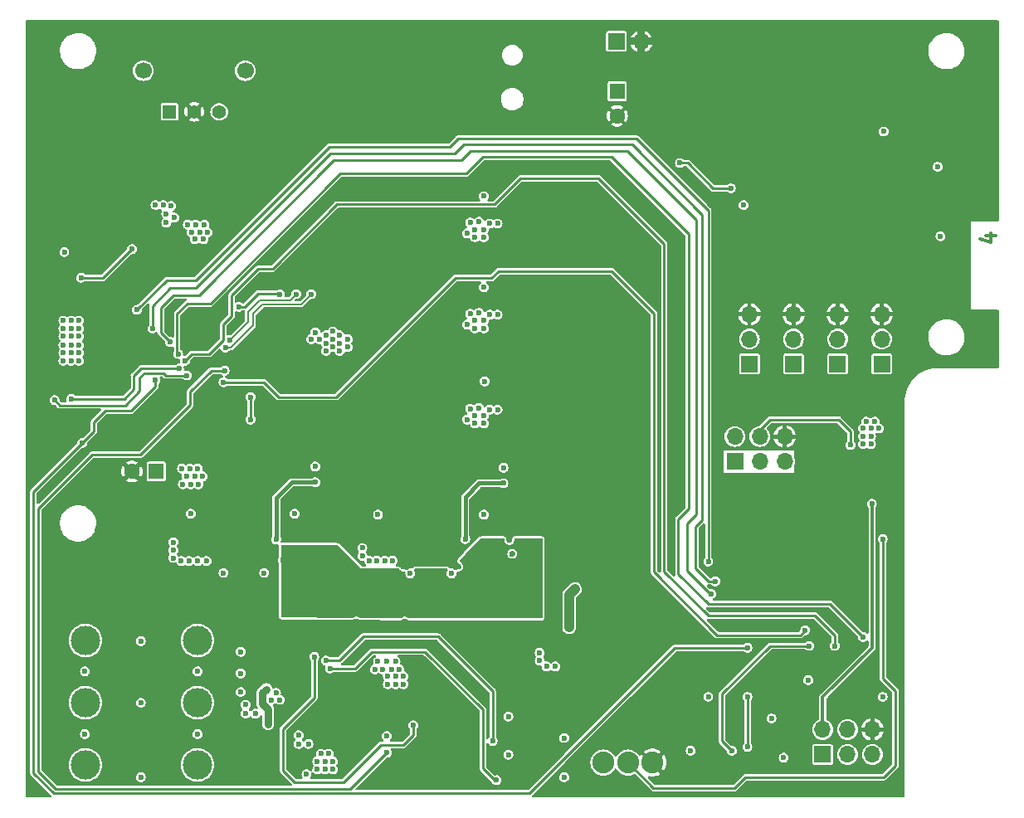
<source format=gbr>
%TF.GenerationSoftware,KiCad,Pcbnew,7.0.4*%
%TF.CreationDate,2023-07-09T20:25:32+02:00*%
%TF.ProjectId,ample,616d706c-652e-46b6-9963-61645f706362,rev?*%
%TF.SameCoordinates,Original*%
%TF.FileFunction,Copper,L4,Bot*%
%TF.FilePolarity,Positive*%
%FSLAX46Y46*%
G04 Gerber Fmt 4.6, Leading zero omitted, Abs format (unit mm)*
G04 Created by KiCad (PCBNEW 7.0.4) date 2023-07-09 20:25:32*
%MOMM*%
%LPD*%
G01*
G04 APERTURE LIST*
%ADD10C,0.300000*%
%TA.AperFunction,NonConductor*%
%ADD11C,0.300000*%
%TD*%
%TA.AperFunction,ComponentPad*%
%ADD12R,1.700000X1.700000*%
%TD*%
%TA.AperFunction,ComponentPad*%
%ADD13O,1.700000X1.700000*%
%TD*%
%TA.AperFunction,ComponentPad*%
%ADD14C,3.000000*%
%TD*%
%TA.AperFunction,ComponentPad*%
%ADD15R,1.600000X1.600000*%
%TD*%
%TA.AperFunction,ComponentPad*%
%ADD16C,1.600000*%
%TD*%
%TA.AperFunction,ComponentPad*%
%ADD17C,2.240000*%
%TD*%
%TA.AperFunction,ComponentPad*%
%ADD18R,1.400000X1.400000*%
%TD*%
%TA.AperFunction,ComponentPad*%
%ADD19C,1.400000*%
%TD*%
%TA.AperFunction,ComponentPad*%
%ADD20C,1.700000*%
%TD*%
%TA.AperFunction,ViaPad*%
%ADD21C,0.600000*%
%TD*%
%TA.AperFunction,Conductor*%
%ADD22C,0.250000*%
%TD*%
%TA.AperFunction,Conductor*%
%ADD23C,0.200000*%
%TD*%
%TA.AperFunction,Conductor*%
%ADD24C,0.800000*%
%TD*%
%TA.AperFunction,Conductor*%
%ADD25C,0.300000*%
%TD*%
%TA.AperFunction,Conductor*%
%ADD26C,1.000000*%
%TD*%
%TA.AperFunction,Conductor*%
%ADD27C,0.400000*%
%TD*%
G04 APERTURE END LIST*
D10*
D11*
X198300828Y-72302631D02*
X199300828Y-72302631D01*
X197729400Y-72659773D02*
X198800828Y-73016916D01*
X198800828Y-73016916D02*
X198800828Y-72088345D01*
D12*
%TO.P,J4,1,Pin_1*%
%TO.N,+3V3*%
X181675000Y-125275000D03*
D13*
%TO.P,J4,2,Pin_2*%
%TO.N,/Microcontroller/ESP32_EN*%
X181675000Y-122735000D03*
%TO.P,J4,3,Pin_3*%
%TO.N,/Microcontroller/ESP32_TXD0*%
X184215000Y-125275000D03*
%TO.P,J4,4,Pin_4*%
%TO.N,/Microcontroller/ESP32_RXD0*%
X184215000Y-122735000D03*
%TO.P,J4,5,Pin_5*%
%TO.N,/Microcontroller/ESP32_BOOT*%
X186755000Y-125275000D03*
%TO.P,J4,6,Pin_6*%
%TO.N,GND*%
X186755000Y-122735000D03*
%TD*%
D12*
%TO.P,J9,1,Pin_1*%
%TO.N,/Control/TOUCH_1*%
X172720000Y-95375000D03*
D13*
%TO.P,J9,2,Pin_2*%
%TO.N,+3V3*%
X172720000Y-92835000D03*
%TO.P,J9,3,Pin_3*%
%TO.N,unconnected-(J9-Pin_3-Pad3)*%
X175260000Y-95375000D03*
%TO.P,J9,4,Pin_4*%
%TO.N,/Control/~{MUTE}*%
X175260000Y-92835000D03*
%TO.P,J9,5,Pin_5*%
%TO.N,/Control/TOUCH_0*%
X177800000Y-95375000D03*
%TO.P,J9,6,Pin_6*%
%TO.N,GND*%
X177800000Y-92835000D03*
%TD*%
D14*
%TO.P,J3,R*%
%TO.N,/Amplifier/HP_R_0*%
X117885000Y-120000000D03*
%TO.P,J3,RN*%
%TO.N,unconnected-(J3-PadRN)*%
X106455000Y-120000000D03*
%TO.P,J3,S*%
%TO.N,GND2*%
X117885000Y-126350000D03*
X106455000Y-126350000D03*
%TO.P,J3,T*%
%TO.N,/Amplifier/HP_L_0*%
X117885000Y-113650000D03*
%TO.P,J3,TN*%
%TO.N,unconnected-(J3-PadTN)*%
X106455000Y-113650000D03*
%TD*%
D15*
%TO.P,C5,1*%
%TO.N,VIN*%
X160700000Y-57600000D03*
D16*
%TO.P,C5,2*%
%TO.N,GND*%
X160700000Y-60100000D03*
%TD*%
D17*
%TO.P,RV1,1,1*%
%TO.N,GND*%
X164300000Y-126100000D03*
%TO.P,RV1,2,2*%
%TO.N,/Control/POT_VOLTAGE*%
X161800000Y-126100000D03*
%TO.P,RV1,3,3*%
%TO.N,+3V3*%
X159300000Y-126100000D03*
%TD*%
D12*
%TO.P,J5,1,Pin_1*%
%TO.N,+3V3*%
X183200000Y-85425000D03*
D13*
%TO.P,J5,2,Pin_2*%
%TO.N,/Microcontroller/F_SEL_1*%
X183200000Y-82885000D03*
%TO.P,J5,3,Pin_3*%
%TO.N,GND*%
X183200000Y-80345000D03*
%TD*%
D12*
%TO.P,J2,1,Pin_1*%
%TO.N,VIN*%
X160625000Y-52500000D03*
D13*
%TO.P,J2,2,Pin_2*%
%TO.N,GND*%
X163165000Y-52500000D03*
%TD*%
D15*
%TO.P,C53,1*%
%TO.N,/Codec/FILT+*%
X113682380Y-96400000D03*
D16*
%TO.P,C53,2*%
%TO.N,GND*%
X111182380Y-96400000D03*
%TD*%
D12*
%TO.P,J7,1,Pin_1*%
%TO.N,+3V3*%
X178700000Y-85425000D03*
D13*
%TO.P,J7,2,Pin_2*%
%TO.N,/Microcontroller/FILTER_SEL*%
X178700000Y-82885000D03*
%TO.P,J7,3,Pin_3*%
%TO.N,GND*%
X178700000Y-80345000D03*
%TD*%
D18*
%TO.P,U7,1,OUT*%
%TO.N,Net-(U7-OUT)*%
X115020000Y-59700000D03*
D19*
%TO.P,U7,2,GND*%
%TO.N,GND*%
X117560000Y-59700000D03*
%TO.P,U7,3,VCC*%
%TO.N,/Input/OPT_VCC*%
X120100000Y-59700000D03*
D20*
%TO.P,U7,4,NC*%
%TO.N,unconnected-(U7-NC-Pad4)*%
X112360000Y-55500000D03*
%TO.P,U7,5,NC*%
%TO.N,unconnected-(U7-NC-Pad5)*%
X122760000Y-55500000D03*
%TD*%
D12*
%TO.P,J6,1,Pin_1*%
%TO.N,+3V3*%
X187700000Y-85425000D03*
D13*
%TO.P,J6,2,Pin_2*%
%TO.N,/Microcontroller/F_SEL_0*%
X187700000Y-82885000D03*
%TO.P,J6,3,Pin_3*%
%TO.N,GND*%
X187700000Y-80345000D03*
%TD*%
D12*
%TO.P,J8,1,Pin_1*%
%TO.N,+3V3*%
X174200000Y-85425000D03*
D13*
%TO.P,J8,2,Pin_2*%
%TO.N,/Microcontroller/POT_SEL*%
X174200000Y-82885000D03*
%TO.P,J8,3,Pin_3*%
%TO.N,GND*%
X174200000Y-80345000D03*
%TD*%
D21*
%TO.N,GND*%
X190400000Y-50800000D03*
X186800000Y-53200000D03*
X171000000Y-50800000D03*
X180000000Y-50800000D03*
X190400000Y-53200000D03*
X186800000Y-50800000D03*
%TO.N,+5V5*%
X172300000Y-67500000D03*
X173600000Y-69200000D03*
X167100000Y-64912500D03*
X193400000Y-65300000D03*
%TO.N,+5V*%
X145700000Y-80300000D03*
X147700000Y-80400000D03*
X153500000Y-116300000D03*
X104200000Y-81000000D03*
X147100000Y-77600000D03*
X104200000Y-81800000D03*
X105000000Y-81000000D03*
X152800000Y-114900000D03*
X104200000Y-82600000D03*
X145400000Y-81400000D03*
X147100000Y-81800000D03*
X149600000Y-125300000D03*
X146200000Y-81000000D03*
X152800000Y-115700000D03*
X105000000Y-82600000D03*
X105800000Y-81800000D03*
X146600000Y-80200000D03*
X105800000Y-82600000D03*
X147100000Y-81000000D03*
X105000000Y-81800000D03*
X148500000Y-80400000D03*
X105800000Y-81000000D03*
X154400000Y-116300000D03*
X149600000Y-121400000D03*
X146200000Y-81800000D03*
%TO.N,GND*%
X152600000Y-74500000D03*
X119700000Y-106100000D03*
X174400000Y-64100000D03*
X104600000Y-70400000D03*
X198600000Y-84800000D03*
X150300000Y-74700000D03*
X171350000Y-108500000D03*
X172000000Y-65300000D03*
X114900000Y-82100000D03*
X162500000Y-59800000D03*
X156200000Y-70000000D03*
X120400000Y-94100000D03*
X104300000Y-63600000D03*
X112300000Y-76300000D03*
X134700000Y-101900000D03*
X196200000Y-64300000D03*
X108700000Y-79000000D03*
X137900000Y-120500000D03*
X152700000Y-65200000D03*
X188900000Y-91400000D03*
X108300000Y-78300000D03*
X147900000Y-101900000D03*
X111100000Y-69200000D03*
X119600000Y-94500000D03*
X181500000Y-105500000D03*
X143000000Y-60100000D03*
X154400000Y-82500000D03*
X133400000Y-120900000D03*
X122400000Y-89300000D03*
X128700000Y-82000000D03*
X111300000Y-74500000D03*
X102800000Y-117300000D03*
X106300000Y-87600000D03*
X104445000Y-65000000D03*
X115800000Y-73600000D03*
X104800000Y-59100000D03*
X124600000Y-111700000D03*
X182891076Y-64684804D03*
X194200000Y-66100000D03*
X112300000Y-92900000D03*
X175200000Y-64100000D03*
X127100000Y-80400000D03*
X106000000Y-86800000D03*
X145250000Y-52400000D03*
X148050000Y-100800000D03*
X131700000Y-53900000D03*
X120400000Y-95700000D03*
X118100000Y-80700000D03*
X114000000Y-88800000D03*
X154300000Y-92200000D03*
X130600000Y-87200000D03*
X143000000Y-53900000D03*
X145250000Y-58600000D03*
X146900000Y-101900000D03*
X119600000Y-95300000D03*
X182900000Y-62900000D03*
X145250000Y-61600000D03*
X147800000Y-74700000D03*
X159800000Y-87900000D03*
X126300000Y-80400000D03*
X159800000Y-88900000D03*
X133400000Y-123500000D03*
X192600000Y-68600000D03*
X160100000Y-104435000D03*
X137200000Y-126800000D03*
X132300000Y-86800000D03*
X149500000Y-84000000D03*
X109000000Y-87700000D03*
X130200000Y-86400000D03*
X178400000Y-65300000D03*
X106700000Y-74600000D03*
X146850000Y-119050000D03*
X161800000Y-61600000D03*
X128850000Y-100650000D03*
X159300000Y-103835000D03*
X136000000Y-121800000D03*
X115000000Y-75000000D03*
X119600000Y-96100000D03*
X192600000Y-69500000D03*
X159900000Y-78400000D03*
X181800000Y-59850000D03*
X154400000Y-87000000D03*
X143750000Y-58600000D03*
X154400000Y-79700000D03*
X146000000Y-60850000D03*
X146000000Y-54650000D03*
X184000000Y-104000000D03*
X118112500Y-101825000D03*
X156200000Y-69000000D03*
X133000000Y-125100000D03*
X156100000Y-88900000D03*
X131100000Y-86400000D03*
X130112500Y-103350000D03*
X143750000Y-55400000D03*
X131800000Y-85100000D03*
X110300000Y-69600000D03*
X194400000Y-68500000D03*
X153500000Y-84200000D03*
X123100000Y-61200000D03*
X158900000Y-69000000D03*
X108800000Y-60600000D03*
X182350000Y-52200000D03*
X197000000Y-70000000D03*
X104600000Y-72000000D03*
X121800000Y-84500000D03*
X106100000Y-91700000D03*
X106200000Y-67800000D03*
X182800000Y-103000000D03*
X102900000Y-61800000D03*
X149200000Y-102700000D03*
X154300000Y-65200000D03*
X189600000Y-117400000D03*
X107300000Y-87700000D03*
X158800000Y-60600000D03*
X136400000Y-62200000D03*
X111200000Y-92900000D03*
X121200000Y-81900000D03*
X187500000Y-90600000D03*
X143000000Y-54650000D03*
X116550000Y-61100000D03*
X182900000Y-108200000D03*
X157100000Y-78400000D03*
X102100000Y-91700000D03*
X126700000Y-81200000D03*
X134800000Y-79000000D03*
X183700000Y-61300000D03*
X133400000Y-124400000D03*
X170000000Y-118400000D03*
X105500000Y-73500000D03*
X177900000Y-65900000D03*
X107300000Y-73000000D03*
X108600000Y-87000000D03*
X152700000Y-70400000D03*
X141750000Y-112150000D03*
X134200000Y-123000000D03*
X156100000Y-103800000D03*
X144500000Y-106100000D03*
X189200000Y-90600000D03*
X146000000Y-53900000D03*
X160600000Y-61600000D03*
X184000000Y-64700000D03*
X105500000Y-79100000D03*
X153100000Y-102000000D03*
X181400000Y-103000000D03*
X118600000Y-61100000D03*
X102800000Y-124500000D03*
X103600000Y-66600000D03*
X109900000Y-78300000D03*
X101200000Y-128800000D03*
X134100000Y-111700000D03*
X129100000Y-113700000D03*
X148700000Y-74700000D03*
X188500000Y-92100000D03*
X147100000Y-66600000D03*
X110300000Y-58800000D03*
X178800000Y-123000000D03*
X120700000Y-71800000D03*
X157900000Y-87900000D03*
X110200000Y-75900000D03*
X129700000Y-87200000D03*
X193700000Y-70800000D03*
X159900000Y-79400000D03*
X111300000Y-75300000D03*
X109900000Y-97300000D03*
X152600000Y-73300000D03*
X185200000Y-65600000D03*
X111100000Y-71900000D03*
X158700000Y-86700000D03*
X152600000Y-82500000D03*
X159400000Y-111000000D03*
X172800000Y-64900000D03*
X133000000Y-93200000D03*
X129300000Y-86400000D03*
X118700000Y-96100000D03*
X106000000Y-58500000D03*
X153500000Y-82500000D03*
X107800000Y-87000000D03*
X128612500Y-101850000D03*
X180100000Y-108300000D03*
X105000000Y-86600000D03*
X131900000Y-86000000D03*
X110000000Y-92900000D03*
X110600000Y-87700000D03*
X139100000Y-93300000D03*
X110200000Y-87000000D03*
X127900000Y-80400000D03*
X152500000Y-92200000D03*
X183700000Y-63700000D03*
X119100000Y-80200000D03*
X106300000Y-79000000D03*
X130850000Y-60550000D03*
X188600000Y-117400000D03*
X127612500Y-101850000D03*
X142700000Y-102200000D03*
X137000000Y-120500000D03*
X131500000Y-87200000D03*
X182900000Y-60500000D03*
X144500000Y-52400000D03*
X143750000Y-61600000D03*
X150000000Y-104800000D03*
X119400000Y-71000000D03*
X109700000Y-95550000D03*
X154400000Y-73300000D03*
X159900000Y-69000000D03*
X107900000Y-79000000D03*
X186400000Y-66700000D03*
X107200000Y-61400000D03*
X152700000Y-68000000D03*
X156100000Y-105800000D03*
X128000000Y-87200000D03*
X137400000Y-61300000D03*
X133500000Y-120100000D03*
X175200000Y-64900000D03*
X180700000Y-52800000D03*
X116200000Y-100650000D03*
X152500000Y-89400000D03*
X134200000Y-121100000D03*
X184700000Y-58600000D03*
X121700000Y-111400000D03*
X116800000Y-72700000D03*
X178400000Y-64500000D03*
X146000000Y-101900000D03*
X188700000Y-114200000D03*
X170900000Y-64800000D03*
X121500000Y-102050000D03*
X126800000Y-114350000D03*
X119700000Y-71800000D03*
X130850000Y-62050000D03*
X115712500Y-101825000D03*
X109445000Y-64400000D03*
X105400000Y-87300000D03*
X111800000Y-60600000D03*
X150300000Y-84000000D03*
X152600000Y-84200000D03*
X180000000Y-102900000D03*
X157000000Y-87900000D03*
X147200000Y-99850000D03*
X119900000Y-70300000D03*
X176800000Y-64100001D03*
X181350000Y-61600000D03*
X158100000Y-96800000D03*
X147800000Y-84000000D03*
X122500000Y-102050000D03*
X147000000Y-92600000D03*
X106900000Y-87000000D03*
X147000000Y-73700000D03*
X115300000Y-94100000D03*
X110300000Y-70500000D03*
X141700000Y-102200000D03*
X104600000Y-69100000D03*
X181450000Y-52200000D03*
X186400000Y-65600000D03*
X137200000Y-60500000D03*
X193800000Y-77200000D03*
X135100000Y-121000000D03*
X102800000Y-110000000D03*
X144500000Y-58600000D03*
X149500000Y-74700000D03*
X182300000Y-71300000D03*
X109100000Y-78300000D03*
X172500000Y-65900000D03*
X134200000Y-124100000D03*
X117312500Y-101825000D03*
X183700000Y-62900000D03*
X127800000Y-82000000D03*
X147000000Y-93400000D03*
X136200000Y-120200000D03*
X150300000Y-93600000D03*
X174400000Y-64900000D03*
X122200000Y-78700000D03*
X147000000Y-83000000D03*
X134700000Y-102900000D03*
X149500000Y-93600000D03*
X159900000Y-70000000D03*
X112400000Y-78100000D03*
X148800000Y-112800000D03*
X188400000Y-90600000D03*
X118600000Y-58400000D03*
X106200000Y-69100000D03*
X115600000Y-88800000D03*
X142000000Y-126900000D03*
X137300000Y-118900000D03*
X105600000Y-86100000D03*
X123100000Y-62000000D03*
X133400000Y-121700000D03*
X158000000Y-78400000D03*
X139050000Y-111700000D03*
X103500000Y-60500000D03*
X114000000Y-83000000D03*
X102800000Y-104600000D03*
X195100000Y-58900000D03*
X120200000Y-72600000D03*
X111700000Y-93650000D03*
X129712500Y-102650000D03*
X111100000Y-70100000D03*
X137200000Y-62050000D03*
X153500000Y-70400000D03*
X149700000Y-103400000D03*
X146000000Y-59350000D03*
X140700000Y-102200000D03*
X142400000Y-92000000D03*
X112800000Y-69200000D03*
X146000000Y-53150000D03*
X188000000Y-91400000D03*
X117050000Y-99750000D03*
X184700000Y-63900000D03*
X166650000Y-59600000D03*
X111100000Y-72800000D03*
X154300000Y-68000000D03*
X192100000Y-66700000D03*
X157100000Y-69000000D03*
X111500000Y-76100000D03*
X181000000Y-59650000D03*
X122400000Y-61600000D03*
X113400000Y-60600000D03*
X106200000Y-70400000D03*
X111300000Y-79100000D03*
X176000001Y-64900000D03*
X151150000Y-125150000D03*
X125100000Y-81200000D03*
X112000000Y-69200000D03*
X189600000Y-114200000D03*
X125150000Y-107550000D03*
X110700000Y-97850000D03*
X119400000Y-72700000D03*
X128400000Y-86400000D03*
X152600000Y-77300000D03*
X194200000Y-58700000D03*
X136700000Y-101900000D03*
X133400000Y-122600000D03*
X182900000Y-66700000D03*
X134200000Y-122000000D03*
X107245000Y-65000000D03*
X183300000Y-96400000D03*
X183200000Y-53250000D03*
X123300000Y-92100000D03*
X143000000Y-60850000D03*
X108800000Y-58800000D03*
X153500000Y-73300000D03*
X144600000Y-128000000D03*
X162500000Y-60900000D03*
X150900000Y-82900000D03*
X127500000Y-81200000D03*
X110300000Y-79000000D03*
X119800000Y-82100000D03*
X132600000Y-125900000D03*
X178700000Y-104000000D03*
X136800000Y-121400000D03*
X127850000Y-99700000D03*
X156500000Y-129000000D03*
X121500000Y-105350000D03*
X152600000Y-79700000D03*
X142700000Y-105400000D03*
X153500000Y-68000000D03*
X148100000Y-65500000D03*
X187500000Y-65600000D03*
X178800000Y-105500000D03*
X182900000Y-59700000D03*
X135700000Y-101900000D03*
X119600000Y-93700000D03*
X116300000Y-71900000D03*
X129500000Y-114337500D03*
X141600000Y-83800000D03*
X154300000Y-70400000D03*
X194000000Y-67200000D03*
X102900000Y-65000000D03*
X189500000Y-58800000D03*
X198600000Y-51200000D03*
X153500000Y-77300000D03*
X153500000Y-79700000D03*
X106700000Y-78300000D03*
X176800000Y-64900000D03*
X153500000Y-74500000D03*
X109100000Y-77000000D03*
X181500000Y-108300000D03*
X189400000Y-92100000D03*
X172799999Y-64100000D03*
X113300000Y-82600000D03*
X148050000Y-125750000D03*
X156200000Y-79400000D03*
X132200000Y-125200000D03*
X145250000Y-55400000D03*
X106020000Y-64930000D03*
X126712500Y-101850000D03*
X147000000Y-74500000D03*
X125400000Y-106100000D03*
X109600000Y-96450000D03*
X122500000Y-105350000D03*
X109500000Y-79000000D03*
X184100000Y-66700000D03*
X162300000Y-98500000D03*
X138100000Y-118900000D03*
X125300000Y-61200000D03*
X177700000Y-124100000D03*
X107100000Y-79000000D03*
X186200000Y-77200000D03*
X125950000Y-61600000D03*
X156100000Y-104800000D03*
X128700000Y-114337500D03*
X166050000Y-60950000D03*
X153400000Y-92200000D03*
X119800000Y-80200000D03*
X153500000Y-87000000D03*
X106200000Y-71900000D03*
X178900000Y-118600000D03*
X118100000Y-82100000D03*
X133700000Y-125700000D03*
X129612500Y-101850000D03*
X125500000Y-80400000D03*
X104800000Y-60200000D03*
X164200000Y-60900000D03*
X183150000Y-52350000D03*
X172300000Y-122100000D03*
X102800000Y-97900000D03*
X143100000Y-115450000D03*
X109000000Y-74700000D03*
X182900000Y-63700000D03*
X131100000Y-85600000D03*
X115412500Y-102825000D03*
X148700000Y-84000000D03*
X115000000Y-73100000D03*
X187500000Y-66700000D03*
X150000000Y-51200000D03*
X173600000Y-64100000D03*
X102900000Y-63600000D03*
X101200000Y-51200000D03*
X153500000Y-65200000D03*
X156100000Y-87900000D03*
X176000000Y-64100000D03*
X117600000Y-61300000D03*
X135100000Y-121800000D03*
X136400000Y-60250000D03*
X194800000Y-65400000D03*
X124200000Y-89300000D03*
X107700000Y-75600000D03*
X115200000Y-71900000D03*
X154400000Y-84200000D03*
X128300000Y-81200000D03*
X144500000Y-55400000D03*
X154400000Y-74500000D03*
X120400000Y-94900000D03*
X107500000Y-78300000D03*
X135350000Y-100700000D03*
X182900000Y-62100000D03*
X178800000Y-106900000D03*
X116500000Y-80700000D03*
X163100000Y-98100000D03*
X113400000Y-58800000D03*
X153400000Y-89400000D03*
X110300000Y-60600000D03*
X130650000Y-61300000D03*
X120500000Y-80200000D03*
X166100000Y-122100000D03*
X136200000Y-99850000D03*
X111800000Y-58800000D03*
X128700000Y-80400000D03*
X109000000Y-92600000D03*
X108900000Y-91600000D03*
X193500000Y-69100000D03*
X159100000Y-95700000D03*
X127400000Y-112000000D03*
X116550000Y-58400000D03*
X189700000Y-91300000D03*
X117600000Y-58150000D03*
X154400000Y-107500000D03*
X182900000Y-65600000D03*
X110300000Y-71400000D03*
X119200000Y-96900000D03*
X144500000Y-61600000D03*
X105800000Y-79800000D03*
X193500000Y-68100000D03*
X192100000Y-65600000D03*
X189500000Y-72400000D03*
X147100000Y-75900000D03*
X137300000Y-119700000D03*
X155700000Y-116300000D03*
X135300000Y-120200000D03*
X154400000Y-77300000D03*
X123500000Y-105350000D03*
X148700000Y-93600000D03*
X148900000Y-101900000D03*
X109800000Y-87700000D03*
X177400000Y-129000000D03*
X119600000Y-92800000D03*
X160400000Y-111000000D03*
X115800000Y-74600000D03*
X147100000Y-85500000D03*
X143000000Y-53150000D03*
X177600000Y-64100001D03*
X134150000Y-115150000D03*
X137700000Y-101900000D03*
X114800000Y-88800000D03*
X107400000Y-58500000D03*
X110045000Y-64800000D03*
X156100000Y-106800000D03*
X185200000Y-66700000D03*
X182900000Y-61300000D03*
X156200000Y-78400000D03*
X118900000Y-101800000D03*
X128700000Y-82800000D03*
X133000000Y-90800000D03*
X120400000Y-93200000D03*
X120150000Y-107550000D03*
X150900000Y-73600000D03*
X158000000Y-69000000D03*
X138900000Y-106100000D03*
X119600000Y-91900000D03*
X143750000Y-52400000D03*
X158400000Y-103635000D03*
X147800000Y-93600000D03*
X115700000Y-93300000D03*
X120400000Y-92300000D03*
X173600000Y-64900000D03*
X116500000Y-82100000D03*
X152600000Y-87000000D03*
X183700000Y-62100000D03*
X158800000Y-87900000D03*
X184100000Y-65600000D03*
X116512500Y-101825000D03*
X174200000Y-89000000D03*
X158800000Y-77000000D03*
X183700000Y-58600000D03*
X180400000Y-58850000D03*
X109445000Y-65400000D03*
X111300000Y-77000000D03*
X101200000Y-73800000D03*
X141700000Y-105400000D03*
X184100000Y-105500000D03*
X108200000Y-87700000D03*
X172000000Y-64500000D03*
X162900000Y-112900000D03*
X134400000Y-120200000D03*
X167200000Y-96200000D03*
X114800000Y-93300000D03*
X183700000Y-59700000D03*
X138100000Y-119700000D03*
X159600000Y-61400000D03*
X125900000Y-81200000D03*
X108200000Y-73900000D03*
X156800000Y-115300000D03*
X132200000Y-100000000D03*
X161800000Y-109400000D03*
X189400000Y-129100000D03*
X120300000Y-71100000D03*
X158900000Y-78400000D03*
X177600000Y-64900000D03*
X134100000Y-125000000D03*
X128800000Y-87200000D03*
X143000000Y-59350000D03*
X115800000Y-75500000D03*
X104600000Y-67800000D03*
X111100000Y-71000000D03*
X155300000Y-107500000D03*
X163800000Y-59700000D03*
X170900000Y-106400000D03*
X111750000Y-97900000D03*
X193100000Y-66800000D03*
X122300000Y-90800000D03*
X140700000Y-105400000D03*
X183700000Y-60500000D03*
X123500000Y-102050000D03*
X121800000Y-85300000D03*
X102100000Y-95200000D03*
X115000000Y-74000000D03*
X115800000Y-72700000D03*
X146000000Y-60100000D03*
X192600000Y-67600000D03*
X136000000Y-121000000D03*
X195300000Y-59700000D03*
X174200000Y-77200000D03*
X184200000Y-107000000D03*
X131700000Y-60250000D03*
X125300000Y-62000000D03*
X154300000Y-89400000D03*
X163000000Y-97300000D03*
X178800000Y-77200000D03*
X147000000Y-83800000D03*
X158800000Y-67700000D03*
X110700000Y-101600000D03*
X121100000Y-84900000D03*
X125150000Y-115600000D03*
X114900000Y-80700000D03*
X127800000Y-82800000D03*
X109400000Y-87000000D03*
%TO.N,+3V3*%
X187000000Y-91300000D03*
X118100000Y-72000000D03*
X104200000Y-83500000D03*
X185800000Y-93600000D03*
X180200000Y-117700000D03*
X105800000Y-84300000D03*
X114700000Y-71000000D03*
X147100000Y-71700000D03*
X146600000Y-70900000D03*
X145400000Y-72100000D03*
X176450000Y-121600000D03*
X115200000Y-69300000D03*
X104300000Y-74000000D03*
X185800000Y-92000000D03*
X155300000Y-127600000D03*
X187800000Y-119400000D03*
X186100000Y-91300000D03*
X147100000Y-72500000D03*
X187400000Y-92000000D03*
X118900000Y-72000000D03*
X118500000Y-72700000D03*
X186600000Y-93600000D03*
X104200000Y-84300000D03*
X185800000Y-92800000D03*
X148500000Y-71100000D03*
X145700000Y-71000000D03*
X146200000Y-71700000D03*
X177700000Y-125600000D03*
X117300000Y-72000000D03*
X147700000Y-71100000D03*
X117600000Y-72700000D03*
X116900000Y-71200000D03*
X105000000Y-83500000D03*
X105800000Y-85100000D03*
X168200000Y-124900000D03*
X115500000Y-70500000D03*
X105000000Y-85100000D03*
X104200000Y-85100000D03*
X114700000Y-70100000D03*
X105000000Y-84300000D03*
X170000000Y-119400000D03*
X117700000Y-71200000D03*
X186600000Y-92000000D03*
X118600000Y-71200000D03*
X146200000Y-72500000D03*
X114400000Y-69200000D03*
X105800000Y-83500000D03*
X186600000Y-92800000D03*
X147100000Y-68300000D03*
X155300000Y-123600000D03*
X113600000Y-69200000D03*
%TO.N,+5VA*%
X130900000Y-126800000D03*
X115412500Y-104425000D03*
X146200000Y-90700000D03*
X148500000Y-90100000D03*
X147100000Y-90700000D03*
X130300000Y-82900000D03*
X146600000Y-89900000D03*
X129500000Y-82900000D03*
X116400000Y-97700000D03*
X138900000Y-117300000D03*
X136000000Y-116600000D03*
X117600000Y-96900000D03*
X118400000Y-96900000D03*
X131700000Y-82900000D03*
X134700000Y-105000000D03*
X116800000Y-96900000D03*
X117900000Y-96100000D03*
X129900000Y-82200000D03*
X132400000Y-83300000D03*
X133200000Y-83700000D03*
X115412500Y-103625000D03*
X145400000Y-91100000D03*
X147200000Y-87200000D03*
X149100000Y-96000000D03*
X129900000Y-95900000D03*
X115412500Y-105225000D03*
X137200000Y-115800000D03*
X131000001Y-84100000D03*
X118812500Y-105525000D03*
X131300000Y-125200000D03*
X130100000Y-126800000D03*
X117912500Y-105525000D03*
X131000000Y-82500000D03*
X118000000Y-97700000D03*
X138100000Y-118100000D03*
X136200000Y-105500000D03*
X145700000Y-90000000D03*
X130500000Y-125200000D03*
X135400000Y-105500000D03*
X136300000Y-115800000D03*
X133200000Y-82900000D03*
X147700000Y-90100000D03*
X138100000Y-117300000D03*
X138100000Y-115800000D03*
X137700000Y-116600000D03*
X147100000Y-91500000D03*
X137200000Y-123400000D03*
X117100000Y-96100000D03*
X137000000Y-105500000D03*
X131700000Y-126000000D03*
X137300000Y-117300000D03*
X130900000Y-126000000D03*
X131000000Y-83300000D03*
X138900000Y-118100000D03*
X116300000Y-96100000D03*
X130100000Y-126000000D03*
X131700000Y-126800000D03*
X132400000Y-82500000D03*
X136800000Y-116600000D03*
X138500000Y-116600000D03*
X137300000Y-118100000D03*
X137800000Y-105500000D03*
X131700000Y-83700000D03*
X132400000Y-84100000D03*
X134700000Y-104200000D03*
X131700000Y-82100000D03*
X116212500Y-105525000D03*
X117012500Y-105525000D03*
X146200000Y-91500000D03*
X117200000Y-97700000D03*
%TO.N,OP_VCC-*%
X152500000Y-104700000D03*
X149000000Y-105000000D03*
X151800000Y-105100000D03*
X151800000Y-104200000D03*
X152700000Y-103800000D03*
X126612500Y-105450000D03*
X145900000Y-105500000D03*
X146700000Y-105500000D03*
X129012500Y-105450000D03*
X128212500Y-105450000D03*
X148300000Y-105500000D03*
X147500000Y-105500000D03*
X149000000Y-104200000D03*
X151800000Y-106000000D03*
X152500000Y-105600000D03*
X129712500Y-104950000D03*
X152500000Y-106500000D03*
X129712500Y-104150000D03*
X127412500Y-105450000D03*
%TO.N,/Supply/DCDC_IN*%
X193700000Y-72400000D03*
X187900000Y-61700000D03*
%TO.N,/Codec/CS_AD1*%
X116000000Y-85900000D03*
X105000000Y-89000000D03*
%TO.N,/Codec/CS_AD0*%
X103300000Y-89100000D03*
X116800000Y-86600000D03*
%TO.N,/Codec/~{RST}*%
X174000000Y-114400000D03*
X113600000Y-87100000D03*
X106100000Y-93500000D03*
%TO.N,Net-(U9-RXP3{slash}GPO3)*%
X126300000Y-78300000D03*
X122100000Y-79600000D03*
%TO.N,Net-(U9-RXP4{slash}GPO4)*%
X127950000Y-78300000D03*
X121150000Y-83000000D03*
%TO.N,Net-(U9-RXP5{slash}GPO5)*%
X129500000Y-78300000D03*
X120750000Y-83750000D03*
%TO.N,Net-(U10-CPN)*%
X125100000Y-122200000D03*
X124900000Y-118600000D03*
%TO.N,/Codec/AOUTA-*%
X123300000Y-88800000D03*
X123300000Y-91100000D03*
%TO.N,/Microcontroller/ESP32_BOOT*%
X174000000Y-124500000D03*
X174000000Y-119400000D03*
%TO.N,/Microcontroller/ESP32_EN*%
X186700000Y-99700000D03*
%TO.N,Net-(C94-Pad2)*%
X143800000Y-106800000D03*
X147100000Y-100800000D03*
%TO.N,Net-(C95-Pad2)*%
X139600000Y-106800000D03*
X136300000Y-100800000D03*
%TO.N,Net-(C96-Pad2)*%
X127800000Y-100700000D03*
X124700000Y-106750000D03*
%TO.N,Net-(C97-Pad2)*%
X117200000Y-100700000D03*
X120550000Y-106750000D03*
%TO.N,/Microcontroller/LED_1*%
X172400000Y-124900000D03*
X180300000Y-114200000D03*
%TO.N,/Control/~{MUTE}*%
X184500000Y-93700000D03*
%TO.N,/Amplifier/MUTEC*%
X120650000Y-86100000D03*
X137200000Y-125100000D03*
%TO.N,Net-(Q2-D)*%
X131000000Y-115700000D03*
X148000000Y-123900000D03*
%TO.N,Net-(Q3-D)*%
X148400000Y-127900000D03*
X131400000Y-116500000D03*
%TO.N,Net-(U2-FC)*%
X156400000Y-108400000D03*
X155800000Y-112300000D03*
%TO.N,Net-(X1-Tri-State)*%
X106000000Y-76625000D03*
X111200000Y-73700000D03*
%TO.N,/Amplifier/AMP_EN*%
X129800000Y-115300000D03*
X139900000Y-122300000D03*
%TO.N,/Codec/CX_SDIN1*%
X170000000Y-105600000D03*
X111700000Y-79900000D03*
%TO.N,/Codec/CX_LRCK*%
X113300000Y-81800000D03*
X170700000Y-107600000D03*
%TO.N,/Codec/CX_SCLK*%
X170300000Y-108900000D03*
X115100000Y-83200000D03*
%TO.N,/DAC_Filter/OPA1_EN*%
X149100000Y-97600000D03*
X145200000Y-103300000D03*
%TO.N,/DAC_Filter/OPA2_EN*%
X129900000Y-97500000D03*
X125912500Y-103350000D03*
%TO.N,/Codec/CODEC_INT*%
X179900000Y-112600000D03*
X120550000Y-87300000D03*
%TO.N,/Control/POT_VOLTAGE*%
X187800000Y-103300000D03*
%TO.N,/Amplifier/SDA_1*%
X182900000Y-114200000D03*
X116600000Y-85100000D03*
%TO.N,/Amplifier/SCL_1*%
X185800000Y-113300000D03*
X115900000Y-84400000D03*
%TO.N,GND2*%
X106400000Y-123200000D03*
X129200000Y-124200000D03*
X125900000Y-119000000D03*
X122300000Y-114800000D03*
X122300000Y-118900000D03*
X106400000Y-116800000D03*
X122800000Y-121100000D03*
X126300000Y-119700000D03*
X117900000Y-123200000D03*
X112100000Y-127600000D03*
X129000000Y-127300000D03*
X122800000Y-120200000D03*
X112100000Y-120000000D03*
X125400000Y-119700000D03*
X117900000Y-116800000D03*
X112100000Y-113700000D03*
X122300000Y-117000000D03*
X123800000Y-121125000D03*
X128200000Y-123300000D03*
X128200000Y-124200000D03*
%TD*%
D22*
%TO.N,+5V5*%
X167100000Y-64912500D02*
X167912500Y-64912500D01*
X170500000Y-67500000D02*
X172300000Y-67500000D01*
X167912500Y-64912500D02*
X170500000Y-67500000D01*
%TO.N,/Codec/CS_AD1*%
X112100000Y-85900000D02*
X116000000Y-85900000D01*
X111400000Y-88000000D02*
X111400000Y-86600000D01*
X105000000Y-89000000D02*
X110400000Y-89000000D01*
X110400000Y-89000000D02*
X111400000Y-88000000D01*
X111400000Y-86600000D02*
X112100000Y-85900000D01*
%TO.N,/Codec/CS_AD0*%
X103850000Y-89650000D02*
X110550000Y-89650000D01*
X114400000Y-86350000D02*
X114650000Y-86600000D01*
X110550000Y-89650000D02*
X112000000Y-88200000D01*
X103300000Y-89100000D02*
X103850000Y-89650000D01*
X112000000Y-88200000D02*
X112000000Y-86800000D01*
X112000000Y-86800000D02*
X112450000Y-86350000D01*
X114650000Y-86600000D02*
X116800000Y-86600000D01*
X112450000Y-86350000D02*
X114400000Y-86350000D01*
%TO.N,/Codec/~{RST}*%
X113600000Y-87100000D02*
X113600000Y-87700000D01*
X111100000Y-90200000D02*
X108500000Y-90200000D01*
X106100000Y-93500000D02*
X101150000Y-98450000D01*
X101150000Y-98450000D02*
X101150000Y-127200000D01*
X103200000Y-129250000D02*
X151750000Y-129250000D01*
X151750000Y-129250000D02*
X166600000Y-114400000D01*
X113600000Y-87700000D02*
X111100000Y-90200000D01*
X166600000Y-114400000D02*
X172400000Y-114400000D01*
X107300000Y-92300000D02*
X106100000Y-93500000D01*
X107300000Y-91400000D02*
X107300000Y-92300000D01*
X172400000Y-114400000D02*
X174000000Y-114400000D01*
X108500000Y-90200000D02*
X107300000Y-91400000D01*
X101150000Y-127200000D02*
X103200000Y-129250000D01*
%TO.N,Net-(U9-RXP3{slash}GPO3)*%
X122700000Y-79600000D02*
X124050000Y-78250000D01*
X122100000Y-79600000D02*
X122700000Y-79600000D01*
X126250000Y-78250000D02*
X126300000Y-78300000D01*
X124050000Y-78250000D02*
X126250000Y-78250000D01*
D23*
%TO.N,Net-(U9-RXP4{slash}GPO4)*%
X123050000Y-80100000D02*
X124250000Y-78900000D01*
X123050000Y-81100000D02*
X123050000Y-80100000D01*
X126300000Y-78900000D02*
X127350000Y-78900000D01*
X127350000Y-78900000D02*
X127950000Y-78300000D01*
X121150000Y-83000000D02*
X123050000Y-81100000D01*
X124250000Y-78900000D02*
X126300000Y-78900000D01*
%TO.N,Net-(U9-RXP5{slash}GPO5)*%
X123550000Y-80300000D02*
X124500000Y-79350000D01*
X123400000Y-81650000D02*
X123550000Y-81500000D01*
X128450000Y-79350000D02*
X129500000Y-78300000D01*
X121300000Y-83750000D02*
X123400000Y-81650000D01*
X124500000Y-79350000D02*
X127250000Y-79350000D01*
X123550000Y-81500000D02*
X123550000Y-80300000D01*
X120750000Y-83750000D02*
X121300000Y-83750000D01*
X127250000Y-79350000D02*
X128450000Y-79350000D01*
D24*
%TO.N,Net-(U10-CPN)*%
X125100000Y-120672793D02*
X124500000Y-120072793D01*
X124500000Y-120072793D02*
X124500000Y-119000000D01*
X125100000Y-122200000D02*
X125100000Y-120672793D01*
X124500000Y-119000000D02*
X124900000Y-118600000D01*
D22*
%TO.N,/Codec/AOUTA-*%
X123300000Y-91100000D02*
X123300000Y-88800000D01*
%TO.N,/Microcontroller/ESP32_BOOT*%
X174000000Y-124500000D02*
X174000000Y-119400000D01*
D25*
%TO.N,/Microcontroller/ESP32_EN*%
X186700000Y-114400000D02*
X186700000Y-99700000D01*
X181675000Y-119425000D02*
X186700000Y-114400000D01*
X181675000Y-122735000D02*
X181675000Y-119425000D01*
D22*
%TO.N,/Microcontroller/LED_1*%
X172400000Y-124900000D02*
X171400000Y-123900000D01*
X171400000Y-119100000D02*
X176300000Y-114200000D01*
X176300000Y-114200000D02*
X180300000Y-114200000D01*
X171400000Y-123900000D02*
X171400000Y-119100000D01*
%TO.N,/Control/~{MUTE}*%
X175260000Y-92835000D02*
X175260000Y-92140000D01*
X176300000Y-91100000D02*
X183300000Y-91100000D01*
X183300000Y-91100000D02*
X184500000Y-92300000D01*
X175260000Y-92140000D02*
X176300000Y-91100000D01*
X184500000Y-92300000D02*
X184500000Y-93700000D01*
%TO.N,/Amplifier/MUTEC*%
X120650000Y-86100000D02*
X119300000Y-86100000D01*
X101650000Y-127000000D02*
X103450000Y-128800000D01*
X112050000Y-94700000D02*
X107100000Y-94700000D01*
X133500000Y-128800000D02*
X137200000Y-125100000D01*
X103450000Y-128800000D02*
X133500000Y-128800000D01*
X117125000Y-89625000D02*
X112050000Y-94700000D01*
X117125000Y-88275000D02*
X117125000Y-89625000D01*
X107100000Y-94700000D02*
X101650000Y-100150000D01*
X101650000Y-100150000D02*
X101650000Y-127000000D01*
X119300000Y-86100000D02*
X117125000Y-88275000D01*
%TO.N,Net-(Q2-D)*%
X148000000Y-118800000D02*
X148000000Y-123900000D01*
X142450000Y-113250000D02*
X148000000Y-118800000D01*
X131000000Y-115700000D02*
X132350000Y-115700000D01*
X132350000Y-115700000D02*
X134800000Y-113250000D01*
X134800000Y-113250000D02*
X142450000Y-113250000D01*
%TO.N,Net-(Q3-D)*%
X134000000Y-116500000D02*
X135700000Y-114800000D01*
X148200000Y-127900000D02*
X148400000Y-127900000D01*
X141100000Y-114800000D02*
X147000000Y-120700000D01*
X135700000Y-114800000D02*
X141100000Y-114800000D01*
X147000000Y-126700000D02*
X148200000Y-127900000D01*
X131400000Y-116500000D02*
X134000000Y-116500000D01*
X147000000Y-120700000D02*
X147000000Y-126700000D01*
D26*
%TO.N,Net-(U2-FC)*%
X155800000Y-109000000D02*
X156400000Y-108400000D01*
X155800000Y-112300000D02*
X155800000Y-109000000D01*
D22*
%TO.N,Net-(X1-Tri-State)*%
X106000000Y-76625000D02*
X108275000Y-76625000D01*
X108275000Y-76625000D02*
X111200000Y-73700000D01*
%TO.N,/Amplifier/AMP_EN*%
X129800000Y-119500000D02*
X126600000Y-122700000D01*
X127800000Y-128100000D02*
X132800000Y-128100000D01*
X126600000Y-126900000D02*
X127800000Y-128100000D01*
X129800000Y-115300000D02*
X129800000Y-119500000D01*
X132800000Y-128100000D02*
X136600000Y-124300000D01*
X136600000Y-124300000D02*
X138900000Y-124300000D01*
X139900000Y-123300000D02*
X139900000Y-122300000D01*
X138900000Y-124300000D02*
X139900000Y-123300000D01*
X126600000Y-122700000D02*
X126600000Y-126900000D01*
%TO.N,/Codec/CX_SDIN1*%
X170000000Y-105600000D02*
X170000000Y-69750000D01*
X143650000Y-63250000D02*
X131350000Y-63250000D01*
X117725000Y-76875000D02*
X114725000Y-76875000D01*
X170000000Y-69750000D02*
X162700000Y-62450000D01*
X114725000Y-76875000D02*
X111700000Y-79900000D01*
X131350000Y-63250000D02*
X117725000Y-76875000D01*
X144450000Y-62450000D02*
X143650000Y-63250000D01*
X162700000Y-62450000D02*
X144450000Y-62450000D01*
%TO.N,/Codec/CX_LRCK*%
X170050000Y-107600000D02*
X168700000Y-106250000D01*
X169400000Y-70200000D02*
X162250000Y-63050000D01*
X168700000Y-102050000D02*
X169400000Y-101350000D01*
X144125000Y-63975000D02*
X145050000Y-63050000D01*
X113300000Y-79500000D02*
X113300000Y-81800000D01*
X131475000Y-63975000D02*
X144125000Y-63975000D01*
X168700000Y-106250000D02*
X168700000Y-102050000D01*
X131475000Y-63975000D02*
X117750000Y-77700000D01*
X117750000Y-77700000D02*
X115100000Y-77700000D01*
X169400000Y-101350000D02*
X169400000Y-70200000D01*
X162250000Y-63050000D02*
X145050000Y-63050000D01*
X170700000Y-107600000D02*
X170050000Y-107600000D01*
X115100000Y-77700000D02*
X113300000Y-79500000D01*
%TO.N,/Codec/CX_SCLK*%
X167850000Y-101700000D02*
X168800000Y-100750000D01*
X167850000Y-106550000D02*
X167850000Y-101700000D01*
X144800000Y-64650000D02*
X145750000Y-63700000D01*
X115450000Y-78400000D02*
X114150000Y-79700000D01*
X170200000Y-108900000D02*
X167850000Y-106550000D01*
X131800000Y-64650000D02*
X144800000Y-64650000D01*
X170300000Y-108900000D02*
X170200000Y-108900000D01*
X168800000Y-100750000D02*
X168800000Y-70750000D01*
X114150000Y-82250000D02*
X115100000Y-83200000D01*
X168800000Y-70750000D02*
X161750000Y-63700000D01*
X114150000Y-79700000D02*
X114150000Y-82250000D01*
X161750000Y-63700000D02*
X145750000Y-63700000D01*
X131800000Y-64650000D02*
X118050000Y-78400000D01*
X118050000Y-78400000D02*
X115450000Y-78400000D01*
D27*
%TO.N,/DAC_Filter/OPA1_EN*%
X146600000Y-97600000D02*
X149100000Y-97600000D01*
X145200000Y-103300000D02*
X145200000Y-99000000D01*
X145200000Y-99000000D02*
X146600000Y-97600000D01*
%TO.N,/DAC_Filter/OPA2_EN*%
X125912500Y-99087500D02*
X127500000Y-97500000D01*
X127500000Y-97500000D02*
X129900000Y-97500000D01*
X125912500Y-103350000D02*
X125912500Y-99087500D01*
D22*
%TO.N,/Codec/CODEC_INT*%
X164450000Y-106650000D02*
X170900000Y-113100000D01*
X147900000Y-76650000D02*
X148600000Y-75950000D01*
X144200000Y-76650000D02*
X147900000Y-76650000D01*
X170900000Y-113100000D02*
X179400000Y-113100000D01*
X160150000Y-75950000D02*
X164450000Y-80250000D01*
X126150000Y-88800000D02*
X132050000Y-88800000D01*
X124650000Y-87300000D02*
X126150000Y-88800000D01*
X164450000Y-80250000D02*
X164450000Y-106650000D01*
X132050000Y-88800000D02*
X144200000Y-76650000D01*
X179400000Y-113100000D02*
X179900000Y-112600000D01*
X148600000Y-75950000D02*
X160150000Y-75950000D01*
X120550000Y-87300000D02*
X124650000Y-87300000D01*
%TO.N,/Control/POT_VOLTAGE*%
X173800000Y-127600000D02*
X187900000Y-127600000D01*
X189100000Y-118800000D02*
X187800000Y-117500000D01*
X189100000Y-126400000D02*
X189100000Y-118800000D01*
X172700000Y-128700000D02*
X173800000Y-127600000D01*
X161800000Y-126100000D02*
X164400000Y-128700000D01*
X187800000Y-117500000D02*
X187800000Y-103300000D01*
X164400000Y-128700000D02*
X172700000Y-128700000D01*
X187900000Y-127600000D02*
X189100000Y-126400000D01*
%TO.N,/Amplifier/SDA_1*%
X170000000Y-111100000D02*
X180900000Y-111100000D01*
X132100000Y-69150000D02*
X148200000Y-69150000D01*
X182900000Y-113100000D02*
X182900000Y-114200000D01*
X125550000Y-75700000D02*
X132100000Y-69150000D01*
X180900000Y-111100000D02*
X182900000Y-113100000D01*
X120500000Y-81400000D02*
X121350000Y-80550000D01*
X148200000Y-69150000D02*
X150850000Y-66500000D01*
X119100000Y-84400000D02*
X120500000Y-83000000D01*
X116600000Y-85100000D02*
X117300000Y-84400000D01*
X121350000Y-80550000D02*
X121350000Y-78450000D01*
X121350000Y-78450000D02*
X124100000Y-75700000D01*
X150850000Y-66500000D02*
X158800000Y-66500000D01*
X117300000Y-84400000D02*
X119100000Y-84400000D01*
X158800000Y-66500000D02*
X165500000Y-73200000D01*
X165500000Y-73200000D02*
X165500000Y-106600000D01*
X120500000Y-83000000D02*
X120500000Y-81400000D01*
X124100000Y-75700000D02*
X125550000Y-75700000D01*
X165500000Y-106600000D02*
X170000000Y-111100000D01*
%TO.N,/Amplifier/SCL_1*%
X166950000Y-101250000D02*
X168000000Y-100200000D01*
X170000000Y-109900000D02*
X166950000Y-106850000D01*
X132475000Y-65975000D02*
X119200000Y-79250000D01*
X116850000Y-79250000D02*
X115800000Y-80300000D01*
X166950000Y-106850000D02*
X166950000Y-101250000D01*
X115800000Y-84300000D02*
X115900000Y-84400000D01*
X185800000Y-113300000D02*
X182400000Y-109900000D01*
X182400000Y-109900000D02*
X170000000Y-109900000D01*
X145325000Y-65975000D02*
X132475000Y-65975000D01*
X119200000Y-79250000D02*
X116850000Y-79250000D01*
X115800000Y-80300000D02*
X115800000Y-84300000D01*
X160100000Y-64300000D02*
X147000000Y-64300000D01*
X168000000Y-72200000D02*
X160100000Y-64300000D01*
X147000000Y-64300000D02*
X145325000Y-65975000D01*
X168000000Y-100200000D02*
X168000000Y-72200000D01*
%TD*%
%TA.AperFunction,Conductor*%
%TO.N,GND*%
G36*
X142330851Y-113595185D02*
G01*
X142351493Y-113611819D01*
X147638181Y-118898507D01*
X147671666Y-118959830D01*
X147674500Y-118986188D01*
X147674500Y-123465112D01*
X147654815Y-123532151D01*
X147644213Y-123546314D01*
X147574625Y-123626622D01*
X147574622Y-123626628D01*
X147562294Y-123653623D01*
X147516539Y-123706427D01*
X147449499Y-123726111D01*
X147382460Y-123706426D01*
X147336705Y-123653622D01*
X147325500Y-123602111D01*
X147325500Y-120716920D01*
X147325736Y-120711513D01*
X147329264Y-120671193D01*
X147327617Y-120665047D01*
X147318782Y-120632076D01*
X147317616Y-120626818D01*
X147310588Y-120586955D01*
X147310586Y-120586952D01*
X147310586Y-120586950D01*
X147308760Y-120581933D01*
X147301820Y-120565176D01*
X147299554Y-120560319D01*
X147299554Y-120560316D01*
X147276339Y-120527162D01*
X147273433Y-120522599D01*
X147253196Y-120487548D01*
X147253195Y-120487547D01*
X147253194Y-120487545D01*
X147222177Y-120461518D01*
X147218193Y-120457867D01*
X144289133Y-117528807D01*
X141342119Y-114581793D01*
X141338474Y-114577814D01*
X141312456Y-114546807D01*
X141312455Y-114546806D01*
X141301058Y-114540226D01*
X141277392Y-114526561D01*
X141272831Y-114523655D01*
X141259687Y-114514452D01*
X141239684Y-114500446D01*
X141239681Y-114500445D01*
X141234861Y-114498197D01*
X141218055Y-114491235D01*
X141213043Y-114489411D01*
X141173190Y-114482383D01*
X141167910Y-114481212D01*
X141128808Y-114470735D01*
X141093892Y-114473790D01*
X141088481Y-114474264D01*
X141083078Y-114474500D01*
X135716922Y-114474500D01*
X135711518Y-114474264D01*
X135706107Y-114473790D01*
X135671192Y-114470735D01*
X135671191Y-114470735D01*
X135632091Y-114481212D01*
X135626811Y-114482383D01*
X135586959Y-114489410D01*
X135581961Y-114491229D01*
X135565117Y-114498206D01*
X135560313Y-114500446D01*
X135527166Y-114523656D01*
X135522606Y-114526562D01*
X135487548Y-114546804D01*
X135487540Y-114546810D01*
X135461523Y-114577815D01*
X135457868Y-114581804D01*
X134665174Y-115374500D01*
X133901493Y-116138181D01*
X133840170Y-116171666D01*
X133813812Y-116174500D01*
X132639400Y-116174500D01*
X132572361Y-116154815D01*
X132526606Y-116102011D01*
X132516662Y-116032853D01*
X132545687Y-115969297D01*
X132559697Y-115955508D01*
X132562449Y-115953196D01*
X132562455Y-115953194D01*
X132588481Y-115922176D01*
X132592122Y-115918202D01*
X134898507Y-113611819D01*
X134959831Y-113578334D01*
X134986189Y-113575500D01*
X142263812Y-113575500D01*
X142330851Y-113595185D01*
G37*
%TD.AperFunction*%
%TA.AperFunction,Conductor*%
G36*
X150059521Y-104510022D02*
G01*
X150073988Y-104514269D01*
X150106694Y-104523872D01*
X150138798Y-104538533D01*
X150172123Y-104559949D01*
X150180174Y-104565124D01*
X150206844Y-104588234D01*
X150239046Y-104625396D01*
X150258128Y-104655089D01*
X150278554Y-104699816D01*
X150288498Y-104733680D01*
X150295496Y-104782352D01*
X150295496Y-104817646D01*
X150288498Y-104866318D01*
X150278554Y-104900182D01*
X150258128Y-104944909D01*
X150239046Y-104974602D01*
X150206844Y-105011764D01*
X150180173Y-105034874D01*
X150138803Y-105061462D01*
X150106697Y-105076125D01*
X150084839Y-105082543D01*
X150059523Y-105089976D01*
X150024590Y-105094999D01*
X149975413Y-105094999D01*
X149940479Y-105089976D01*
X149893299Y-105076123D01*
X149861193Y-105061461D01*
X149819825Y-105034875D01*
X149793153Y-105011764D01*
X149792398Y-105010893D01*
X149760951Y-104974601D01*
X149741872Y-104944913D01*
X149724193Y-104906202D01*
X149721442Y-104900179D01*
X149711500Y-104866315D01*
X149704503Y-104817642D01*
X149704503Y-104782353D01*
X149710046Y-104743796D01*
X149711501Y-104733676D01*
X149721442Y-104699820D01*
X149741873Y-104655083D01*
X149760947Y-104625402D01*
X149793158Y-104588229D01*
X149819828Y-104565120D01*
X149861197Y-104538533D01*
X149893295Y-104523875D01*
X149940478Y-104510021D01*
X149975408Y-104505000D01*
X150024590Y-104505000D01*
X150059521Y-104510022D01*
G37*
%TD.AperFunction*%
%TA.AperFunction,Conductor*%
G36*
X199592539Y-50370185D02*
G01*
X199638294Y-50422989D01*
X199649500Y-50474500D01*
X199649500Y-70776000D01*
X199629815Y-70843039D01*
X199577011Y-70888794D01*
X199525500Y-70900000D01*
X196800000Y-70900000D01*
X196800000Y-79900000D01*
X199525500Y-79900000D01*
X199592539Y-79919685D01*
X199638294Y-79972489D01*
X199649500Y-80024000D01*
X199649500Y-85725500D01*
X199629815Y-85792539D01*
X199577011Y-85838294D01*
X199525500Y-85849500D01*
X193455514Y-85849500D01*
X193400000Y-85849500D01*
X193224408Y-85849500D01*
X192875147Y-85886209D01*
X192875143Y-85886209D01*
X192875141Y-85886210D01*
X192531641Y-85959222D01*
X192531640Y-85959223D01*
X192197647Y-86067743D01*
X191876816Y-86210586D01*
X191876810Y-86210589D01*
X191572686Y-86386175D01*
X191572681Y-86386178D01*
X191288574Y-86592593D01*
X191288565Y-86592600D01*
X191027587Y-86827587D01*
X190792600Y-87088565D01*
X190792593Y-87088574D01*
X190586178Y-87372681D01*
X190586175Y-87372686D01*
X190410589Y-87676810D01*
X190410586Y-87676816D01*
X190267743Y-87997647D01*
X190159223Y-88331640D01*
X190159222Y-88331641D01*
X190086210Y-88675141D01*
X190086209Y-88675147D01*
X190050154Y-89018191D01*
X190049500Y-89024412D01*
X190049500Y-129525500D01*
X190029815Y-129592539D01*
X189977011Y-129638294D01*
X189925500Y-129649500D01*
X152110187Y-129649500D01*
X152043148Y-129629815D01*
X151997393Y-129577011D01*
X151987449Y-129507853D01*
X152016474Y-129444297D01*
X152022506Y-129437819D01*
X153860325Y-127600000D01*
X154794353Y-127600000D01*
X154814834Y-127742456D01*
X154865407Y-127853193D01*
X154874623Y-127873373D01*
X154968872Y-127982143D01*
X155089947Y-128059953D01*
X155089950Y-128059954D01*
X155089949Y-128059954D01*
X155228036Y-128100499D01*
X155228038Y-128100500D01*
X155228039Y-128100500D01*
X155371962Y-128100500D01*
X155371962Y-128100499D01*
X155510053Y-128059953D01*
X155631128Y-127982143D01*
X155725377Y-127873373D01*
X155785165Y-127742457D01*
X155805647Y-127600000D01*
X155785165Y-127457543D01*
X155725377Y-127326627D01*
X155631128Y-127217857D01*
X155510053Y-127140047D01*
X155510051Y-127140046D01*
X155510049Y-127140045D01*
X155510050Y-127140045D01*
X155371963Y-127099500D01*
X155371961Y-127099500D01*
X155228039Y-127099500D01*
X155228036Y-127099500D01*
X155089949Y-127140045D01*
X154968873Y-127217856D01*
X154874623Y-127326626D01*
X154874622Y-127326628D01*
X154814834Y-127457543D01*
X154794353Y-127600000D01*
X153860325Y-127600000D01*
X155360324Y-126100001D01*
X157974456Y-126100001D01*
X157994593Y-126330172D01*
X157994595Y-126330183D01*
X158054393Y-126553355D01*
X158054395Y-126553359D01*
X158054396Y-126553363D01*
X158136207Y-126728807D01*
X158152045Y-126762772D01*
X158152047Y-126762776D01*
X158284570Y-126952038D01*
X158284575Y-126952044D01*
X158447955Y-127115424D01*
X158447961Y-127115429D01*
X158637223Y-127247952D01*
X158637225Y-127247953D01*
X158637228Y-127247955D01*
X158846637Y-127345604D01*
X158846643Y-127345605D01*
X158846644Y-127345606D01*
X158900361Y-127359999D01*
X159069822Y-127405406D01*
X159234234Y-127419790D01*
X159299998Y-127425544D01*
X159300000Y-127425544D01*
X159300002Y-127425544D01*
X159357544Y-127420509D01*
X159530178Y-127405406D01*
X159753363Y-127345604D01*
X159962772Y-127247955D01*
X160152043Y-127115426D01*
X160315426Y-126952043D01*
X160447955Y-126762772D01*
X160447954Y-126762772D01*
X160448425Y-126762101D01*
X160503002Y-126718476D01*
X160572500Y-126711282D01*
X160634855Y-126742805D01*
X160651575Y-126762101D01*
X160784570Y-126952038D01*
X160784575Y-126952044D01*
X160947955Y-127115424D01*
X160947961Y-127115429D01*
X161137223Y-127247952D01*
X161137225Y-127247953D01*
X161137228Y-127247955D01*
X161346637Y-127345604D01*
X161346643Y-127345605D01*
X161346644Y-127345606D01*
X161400361Y-127359999D01*
X161569822Y-127405406D01*
X161734234Y-127419790D01*
X161799998Y-127425544D01*
X161800000Y-127425544D01*
X161800002Y-127425544D01*
X161857544Y-127420509D01*
X162030178Y-127405406D01*
X162253363Y-127345604D01*
X162401034Y-127276743D01*
X162470109Y-127266252D01*
X162533893Y-127294772D01*
X162541118Y-127301445D01*
X164157868Y-128918195D01*
X164161523Y-128922184D01*
X164187541Y-128953190D01*
X164187543Y-128953191D01*
X164187545Y-128953194D01*
X164222599Y-128973432D01*
X164227159Y-128976337D01*
X164260316Y-128999554D01*
X164260319Y-128999554D01*
X164265176Y-129001820D01*
X164281933Y-129008760D01*
X164286953Y-129010587D01*
X164286955Y-129010588D01*
X164326830Y-129017618D01*
X164332087Y-129018784D01*
X164371193Y-129029263D01*
X164411510Y-129025735D01*
X164416912Y-129025500D01*
X172683078Y-129025500D01*
X172688481Y-129025735D01*
X172728807Y-129029264D01*
X172767940Y-129018777D01*
X172773162Y-129017619D01*
X172813045Y-129010588D01*
X172813050Y-129010584D01*
X172818099Y-129008747D01*
X172834824Y-129001819D01*
X172839681Y-128999554D01*
X172839684Y-128999554D01*
X172872841Y-128976335D01*
X172877390Y-128973438D01*
X172912455Y-128953194D01*
X172912459Y-128953190D01*
X172936531Y-128924500D01*
X172938481Y-128922176D01*
X172942122Y-128918202D01*
X173898506Y-127961819D01*
X173959830Y-127928334D01*
X173986188Y-127925500D01*
X187883078Y-127925500D01*
X187888481Y-127925735D01*
X187928807Y-127929264D01*
X187967940Y-127918777D01*
X187973162Y-127917619D01*
X188013045Y-127910588D01*
X188013050Y-127910584D01*
X188018099Y-127908747D01*
X188034824Y-127901819D01*
X188039681Y-127899554D01*
X188039684Y-127899554D01*
X188072841Y-127876335D01*
X188077390Y-127873438D01*
X188112455Y-127853194D01*
X188138481Y-127822176D01*
X188142122Y-127818202D01*
X189318210Y-126642115D01*
X189322172Y-126638484D01*
X189353194Y-126612455D01*
X189373444Y-126577379D01*
X189376328Y-126572852D01*
X189399554Y-126539684D01*
X189399554Y-126539681D01*
X189401819Y-126534824D01*
X189408747Y-126518099D01*
X189410587Y-126513046D01*
X189410588Y-126513045D01*
X189417621Y-126473150D01*
X189418777Y-126467937D01*
X189429263Y-126428807D01*
X189425735Y-126388489D01*
X189425500Y-126383086D01*
X189425500Y-118816920D01*
X189425736Y-118811513D01*
X189429264Y-118771192D01*
X189425606Y-118757543D01*
X189418782Y-118732076D01*
X189417616Y-118726818D01*
X189410588Y-118686955D01*
X189410586Y-118686952D01*
X189410586Y-118686950D01*
X189408760Y-118681933D01*
X189401820Y-118665176D01*
X189399554Y-118660319D01*
X189399554Y-118660316D01*
X189376338Y-118627160D01*
X189373433Y-118622599D01*
X189353196Y-118587548D01*
X189353195Y-118587547D01*
X189353194Y-118587545D01*
X189322177Y-118561518D01*
X189318193Y-118557867D01*
X188161819Y-117401492D01*
X188128334Y-117340169D01*
X188125500Y-117313811D01*
X188125500Y-103734887D01*
X188145185Y-103667848D01*
X188155782Y-103653689D01*
X188225377Y-103573373D01*
X188285165Y-103442457D01*
X188305647Y-103300000D01*
X188285165Y-103157543D01*
X188225377Y-103026627D01*
X188131128Y-102917857D01*
X188010053Y-102840047D01*
X188010051Y-102840046D01*
X188010049Y-102840045D01*
X188010050Y-102840045D01*
X187871963Y-102799500D01*
X187871961Y-102799500D01*
X187728039Y-102799500D01*
X187728036Y-102799500D01*
X187589949Y-102840045D01*
X187468873Y-102917856D01*
X187374623Y-103026626D01*
X187374622Y-103026628D01*
X187314834Y-103157543D01*
X187297238Y-103279934D01*
X187289577Y-103296708D01*
X187293477Y-103302777D01*
X187297237Y-103320063D01*
X187297804Y-103324000D01*
X187314834Y-103442456D01*
X187364177Y-103550499D01*
X187374623Y-103573373D01*
X187444213Y-103653685D01*
X187473238Y-103717240D01*
X187474500Y-103734887D01*
X187474500Y-117483078D01*
X187474264Y-117488485D01*
X187470735Y-117528808D01*
X187481212Y-117567910D01*
X187482383Y-117573190D01*
X187489411Y-117613043D01*
X187491235Y-117618055D01*
X187498197Y-117634861D01*
X187500445Y-117639681D01*
X187500446Y-117639684D01*
X187514452Y-117659687D01*
X187523655Y-117672831D01*
X187526561Y-117677392D01*
X187546806Y-117712455D01*
X187577815Y-117738475D01*
X187581805Y-117742131D01*
X188177163Y-118337489D01*
X188738181Y-118898506D01*
X188771666Y-118959829D01*
X188774500Y-118986187D01*
X188774500Y-126213811D01*
X188754815Y-126280850D01*
X188738181Y-126301492D01*
X187801493Y-127238181D01*
X187740170Y-127271666D01*
X187713812Y-127274500D01*
X173816922Y-127274500D01*
X173811518Y-127274264D01*
X173806107Y-127273790D01*
X173771192Y-127270735D01*
X173771191Y-127270735D01*
X173732091Y-127281212D01*
X173726811Y-127282383D01*
X173686959Y-127289410D01*
X173681961Y-127291229D01*
X173665117Y-127298206D01*
X173660313Y-127300446D01*
X173627166Y-127323656D01*
X173622606Y-127326562D01*
X173589623Y-127345606D01*
X173587545Y-127346806D01*
X173587543Y-127346808D01*
X173587541Y-127346810D01*
X173561524Y-127377815D01*
X173557868Y-127381804D01*
X173063333Y-127876341D01*
X172601493Y-128338181D01*
X172540170Y-128371666D01*
X172513812Y-128374500D01*
X164586189Y-128374500D01*
X164519150Y-128354815D01*
X164498508Y-128338181D01*
X163853477Y-127693150D01*
X163819992Y-127631827D01*
X163824976Y-127562135D01*
X163866848Y-127506202D01*
X163932312Y-127481785D01*
X163961568Y-127483160D01*
X164182336Y-127520000D01*
X164417664Y-127520000D01*
X164649787Y-127481265D01*
X164872359Y-127404856D01*
X164872364Y-127404854D01*
X165079326Y-127292851D01*
X165152812Y-127235654D01*
X164559219Y-126642062D01*
X164602588Y-126624099D01*
X164727925Y-126527925D01*
X164824099Y-126402589D01*
X164842062Y-126359220D01*
X165437693Y-126954852D01*
X165553130Y-126778165D01*
X165553135Y-126778157D01*
X165647663Y-126562654D01*
X165705434Y-126334521D01*
X165721159Y-126144752D01*
X180624500Y-126144752D01*
X180636131Y-126203229D01*
X180636132Y-126203230D01*
X180680447Y-126269552D01*
X180746769Y-126313867D01*
X180746770Y-126313868D01*
X180805247Y-126325499D01*
X180805250Y-126325500D01*
X180805252Y-126325500D01*
X182544750Y-126325500D01*
X182544751Y-126325499D01*
X182559568Y-126322552D01*
X182603229Y-126313868D01*
X182603229Y-126313867D01*
X182603231Y-126313867D01*
X182669552Y-126269552D01*
X182713867Y-126203231D01*
X182713867Y-126203229D01*
X182713868Y-126203229D01*
X182725499Y-126144752D01*
X182725500Y-126144750D01*
X182725500Y-125275000D01*
X183159417Y-125275000D01*
X183179699Y-125480932D01*
X183203670Y-125559953D01*
X183239768Y-125678954D01*
X183337315Y-125861450D01*
X183347100Y-125873373D01*
X183468589Y-126021410D01*
X183515555Y-126059953D01*
X183628550Y-126152685D01*
X183811046Y-126250232D01*
X184009066Y-126310300D01*
X184009065Y-126310300D01*
X184029347Y-126312297D01*
X184215000Y-126330583D01*
X184420934Y-126310300D01*
X184618954Y-126250232D01*
X184801450Y-126152685D01*
X184961410Y-126021410D01*
X185092685Y-125861450D01*
X185190232Y-125678954D01*
X185250300Y-125480934D01*
X185270583Y-125275000D01*
X185699417Y-125275000D01*
X185719699Y-125480932D01*
X185743670Y-125559953D01*
X185779768Y-125678954D01*
X185877315Y-125861450D01*
X185887100Y-125873373D01*
X186008589Y-126021410D01*
X186055555Y-126059953D01*
X186168550Y-126152685D01*
X186351046Y-126250232D01*
X186549066Y-126310300D01*
X186549065Y-126310300D01*
X186567529Y-126312118D01*
X186755000Y-126330583D01*
X186960934Y-126310300D01*
X187158954Y-126250232D01*
X187341450Y-126152685D01*
X187501410Y-126021410D01*
X187632685Y-125861450D01*
X187730232Y-125678954D01*
X187790300Y-125480934D01*
X187810583Y-125275000D01*
X187790300Y-125069066D01*
X187730232Y-124871046D01*
X187632685Y-124688550D01*
X187567193Y-124608747D01*
X187501410Y-124528589D01*
X187351121Y-124405252D01*
X187341450Y-124397315D01*
X187158954Y-124299768D01*
X186960934Y-124239700D01*
X186960932Y-124239699D01*
X186960934Y-124239699D01*
X186755000Y-124219417D01*
X186549067Y-124239699D01*
X186351043Y-124299769D01*
X186271183Y-124342456D01*
X186168550Y-124397315D01*
X186168548Y-124397316D01*
X186168547Y-124397317D01*
X186008589Y-124528589D01*
X185877317Y-124688547D01*
X185779769Y-124871043D01*
X185719699Y-125069067D01*
X185699417Y-125275000D01*
X185270583Y-125275000D01*
X185250300Y-125069066D01*
X185190232Y-124871046D01*
X185092685Y-124688550D01*
X185027193Y-124608747D01*
X184961410Y-124528589D01*
X184811121Y-124405252D01*
X184801450Y-124397315D01*
X184618954Y-124299768D01*
X184420934Y-124239700D01*
X184420932Y-124239699D01*
X184420934Y-124239699D01*
X184233463Y-124221235D01*
X184215000Y-124219417D01*
X184214999Y-124219417D01*
X184009067Y-124239699D01*
X183811043Y-124299769D01*
X183731183Y-124342456D01*
X183628550Y-124397315D01*
X183628548Y-124397316D01*
X183628547Y-124397317D01*
X183468589Y-124528589D01*
X183337317Y-124688547D01*
X183239769Y-124871043D01*
X183179699Y-125069067D01*
X183159417Y-125275000D01*
X182725500Y-125275000D01*
X182725500Y-124405249D01*
X182725499Y-124405247D01*
X182713868Y-124346770D01*
X182713867Y-124346769D01*
X182669552Y-124280447D01*
X182603230Y-124236132D01*
X182603229Y-124236131D01*
X182544752Y-124224500D01*
X182544748Y-124224500D01*
X180805252Y-124224500D01*
X180805247Y-124224500D01*
X180746770Y-124236131D01*
X180746769Y-124236132D01*
X180680447Y-124280447D01*
X180636132Y-124346769D01*
X180636131Y-124346770D01*
X180624500Y-124405247D01*
X180624500Y-126144752D01*
X165721159Y-126144752D01*
X165724867Y-126100005D01*
X165724867Y-126099994D01*
X165705434Y-125865478D01*
X165647663Y-125637345D01*
X165631282Y-125600000D01*
X177194353Y-125600000D01*
X177214834Y-125742456D01*
X177274622Y-125873371D01*
X177274623Y-125873373D01*
X177368872Y-125982143D01*
X177489947Y-126059953D01*
X177489950Y-126059954D01*
X177489949Y-126059954D01*
X177597107Y-126091417D01*
X177626353Y-126100005D01*
X177628036Y-126100499D01*
X177628038Y-126100500D01*
X177628039Y-126100500D01*
X177771962Y-126100500D01*
X177771962Y-126100499D01*
X177910053Y-126059953D01*
X178031128Y-125982143D01*
X178125377Y-125873373D01*
X178185165Y-125742457D01*
X178205647Y-125600000D01*
X178185165Y-125457543D01*
X178125377Y-125326627D01*
X178031128Y-125217857D01*
X177910053Y-125140047D01*
X177910051Y-125140046D01*
X177910049Y-125140045D01*
X177910050Y-125140045D01*
X177771963Y-125099500D01*
X177771961Y-125099500D01*
X177628039Y-125099500D01*
X177628036Y-125099500D01*
X177489949Y-125140045D01*
X177368873Y-125217856D01*
X177274623Y-125326626D01*
X177274622Y-125326628D01*
X177214834Y-125457543D01*
X177194353Y-125600000D01*
X165631282Y-125600000D01*
X165553132Y-125421836D01*
X165437693Y-125245146D01*
X164842061Y-125840778D01*
X164824099Y-125797412D01*
X164727925Y-125672075D01*
X164602588Y-125575901D01*
X164559218Y-125557937D01*
X165152812Y-124964344D01*
X165152812Y-124964343D01*
X165079329Y-124907150D01*
X165066117Y-124900000D01*
X167694353Y-124900000D01*
X167714834Y-125042456D01*
X167774622Y-125173371D01*
X167774623Y-125173373D01*
X167868872Y-125282143D01*
X167989947Y-125359953D01*
X167989950Y-125359954D01*
X167989949Y-125359954D01*
X168128036Y-125400499D01*
X168128038Y-125400500D01*
X168128039Y-125400500D01*
X168271962Y-125400500D01*
X168271962Y-125400499D01*
X168410053Y-125359953D01*
X168531128Y-125282143D01*
X168625377Y-125173373D01*
X168685165Y-125042457D01*
X168705647Y-124900000D01*
X168685165Y-124757543D01*
X168625377Y-124626627D01*
X168531128Y-124517857D01*
X168410053Y-124440047D01*
X168410051Y-124440046D01*
X168410049Y-124440045D01*
X168410050Y-124440045D01*
X168271963Y-124399500D01*
X168271961Y-124399500D01*
X168128039Y-124399500D01*
X168128036Y-124399500D01*
X167989949Y-124440045D01*
X167868873Y-124517856D01*
X167774623Y-124626626D01*
X167774622Y-124626628D01*
X167714834Y-124757543D01*
X167694353Y-124900000D01*
X165066117Y-124900000D01*
X164872364Y-124795145D01*
X164872359Y-124795143D01*
X164649787Y-124718734D01*
X164417664Y-124680000D01*
X164182336Y-124680000D01*
X163950212Y-124718734D01*
X163727640Y-124795143D01*
X163727635Y-124795145D01*
X163520674Y-124907148D01*
X163447186Y-124964344D01*
X163447185Y-124964344D01*
X164040779Y-125557937D01*
X163997412Y-125575901D01*
X163872075Y-125672075D01*
X163775901Y-125797411D01*
X163757937Y-125840779D01*
X163162305Y-125245146D01*
X163162304Y-125245146D01*
X163094172Y-125349430D01*
X163041026Y-125394787D01*
X162971794Y-125404210D01*
X162908459Y-125374708D01*
X162888791Y-125352733D01*
X162815426Y-125247957D01*
X162652043Y-125084574D01*
X162652041Y-125084573D01*
X162652038Y-125084570D01*
X162462776Y-124952047D01*
X162462772Y-124952045D01*
X162462771Y-124952044D01*
X162253363Y-124854396D01*
X162253359Y-124854395D01*
X162253355Y-124854393D01*
X162030183Y-124794595D01*
X162030179Y-124794594D01*
X162030178Y-124794594D01*
X162030177Y-124794593D01*
X162030172Y-124794593D01*
X161800002Y-124774456D01*
X161799998Y-124774456D01*
X161569827Y-124794593D01*
X161569816Y-124794595D01*
X161346644Y-124854393D01*
X161346635Y-124854397D01*
X161137227Y-124952045D01*
X161137223Y-124952047D01*
X160947961Y-125084570D01*
X160947955Y-125084575D01*
X160784575Y-125247955D01*
X160784574Y-125247957D01*
X160651575Y-125437899D01*
X160596998Y-125481523D01*
X160527499Y-125488716D01*
X160465145Y-125457194D01*
X160448425Y-125437899D01*
X160430013Y-125411604D01*
X160315426Y-125247957D01*
X160152043Y-125084574D01*
X160152041Y-125084573D01*
X160152038Y-125084570D01*
X159962776Y-124952047D01*
X159962772Y-124952045D01*
X159962771Y-124952044D01*
X159753363Y-124854396D01*
X159753359Y-124854395D01*
X159753355Y-124854393D01*
X159530183Y-124794595D01*
X159530179Y-124794594D01*
X159530178Y-124794594D01*
X159530177Y-124794593D01*
X159530172Y-124794593D01*
X159300002Y-124774456D01*
X159299998Y-124774456D01*
X159069827Y-124794593D01*
X159069816Y-124794595D01*
X158846644Y-124854393D01*
X158846635Y-124854397D01*
X158637227Y-124952045D01*
X158637223Y-124952047D01*
X158447961Y-125084570D01*
X158447955Y-125084575D01*
X158284575Y-125247955D01*
X158284570Y-125247961D01*
X158152047Y-125437223D01*
X158152045Y-125437227D01*
X158054397Y-125646635D01*
X158054393Y-125646644D01*
X157994595Y-125869816D01*
X157994593Y-125869827D01*
X157974456Y-126099998D01*
X157974456Y-126100001D01*
X155360324Y-126100001D01*
X157531517Y-123928808D01*
X171070735Y-123928808D01*
X171081212Y-123967910D01*
X171082383Y-123973190D01*
X171089411Y-124013043D01*
X171091235Y-124018055D01*
X171098197Y-124034861D01*
X171100445Y-124039681D01*
X171100446Y-124039684D01*
X171105433Y-124046806D01*
X171123655Y-124072831D01*
X171126561Y-124077392D01*
X171146806Y-124112455D01*
X171177815Y-124138475D01*
X171181805Y-124142131D01*
X171858035Y-124818361D01*
X171891519Y-124879682D01*
X171892764Y-124891268D01*
X171893091Y-124891222D01*
X171914834Y-125042456D01*
X171974622Y-125173371D01*
X171974623Y-125173373D01*
X172068872Y-125282143D01*
X172189947Y-125359953D01*
X172189950Y-125359954D01*
X172189949Y-125359954D01*
X172328036Y-125400499D01*
X172328038Y-125400500D01*
X172328039Y-125400500D01*
X172471962Y-125400500D01*
X172471962Y-125400499D01*
X172610053Y-125359953D01*
X172731128Y-125282143D01*
X172825377Y-125173373D01*
X172885165Y-125042457D01*
X172905647Y-124900000D01*
X172885165Y-124757543D01*
X172825377Y-124626627D01*
X172731128Y-124517857D01*
X172703342Y-124500000D01*
X173494353Y-124500000D01*
X173514834Y-124642456D01*
X173571776Y-124767139D01*
X173574623Y-124773373D01*
X173668872Y-124882143D01*
X173789947Y-124959953D01*
X173789950Y-124959954D01*
X173789949Y-124959954D01*
X173928036Y-125000499D01*
X173928038Y-125000500D01*
X173928039Y-125000500D01*
X174071962Y-125000500D01*
X174071962Y-125000499D01*
X174179121Y-124969035D01*
X174210050Y-124959954D01*
X174210050Y-124959953D01*
X174210053Y-124959953D01*
X174331128Y-124882143D01*
X174425377Y-124773373D01*
X174485165Y-124642457D01*
X174505647Y-124500000D01*
X174485165Y-124357543D01*
X174425377Y-124226627D01*
X174425375Y-124226625D01*
X174425374Y-124226622D01*
X174355787Y-124146314D01*
X174326762Y-124082758D01*
X174325500Y-124065112D01*
X174325500Y-121599999D01*
X175944353Y-121599999D01*
X175964834Y-121742456D01*
X175972741Y-121759769D01*
X176024623Y-121873373D01*
X176118872Y-121982143D01*
X176239947Y-122059953D01*
X176239950Y-122059954D01*
X176239949Y-122059954D01*
X176378036Y-122100499D01*
X176378038Y-122100500D01*
X176378039Y-122100500D01*
X176521962Y-122100500D01*
X176521962Y-122100499D01*
X176660053Y-122059953D01*
X176781128Y-121982143D01*
X176875377Y-121873373D01*
X176935165Y-121742457D01*
X176955647Y-121600000D01*
X176935165Y-121457543D01*
X176875377Y-121326627D01*
X176781128Y-121217857D01*
X176660053Y-121140047D01*
X176660051Y-121140046D01*
X176660049Y-121140045D01*
X176660050Y-121140045D01*
X176521963Y-121099500D01*
X176521961Y-121099500D01*
X176378039Y-121099500D01*
X176378036Y-121099500D01*
X176239949Y-121140045D01*
X176118873Y-121217856D01*
X176024623Y-121326626D01*
X176024622Y-121326628D01*
X175964834Y-121457543D01*
X175944353Y-121599999D01*
X174325500Y-121599999D01*
X174325500Y-119834887D01*
X174345185Y-119767848D01*
X174355782Y-119753689D01*
X174425377Y-119673373D01*
X174485165Y-119542457D01*
X174505647Y-119400000D01*
X174485165Y-119257543D01*
X174425377Y-119126627D01*
X174331128Y-119017857D01*
X174210053Y-118940047D01*
X174210051Y-118940046D01*
X174210049Y-118940045D01*
X174210050Y-118940045D01*
X174071963Y-118899500D01*
X174071961Y-118899500D01*
X173928039Y-118899500D01*
X173928036Y-118899500D01*
X173789949Y-118940045D01*
X173668873Y-119017856D01*
X173574623Y-119126626D01*
X173574622Y-119126628D01*
X173514834Y-119257543D01*
X173497106Y-119380849D01*
X173494353Y-119400000D01*
X173497297Y-119420480D01*
X173514834Y-119542456D01*
X173559238Y-119639685D01*
X173574623Y-119673373D01*
X173644213Y-119753685D01*
X173673238Y-119817240D01*
X173674500Y-119834887D01*
X173674500Y-124065112D01*
X173654815Y-124132151D01*
X173644213Y-124146314D01*
X173574625Y-124226622D01*
X173574622Y-124226628D01*
X173514834Y-124357543D01*
X173494353Y-124500000D01*
X172703342Y-124500000D01*
X172610053Y-124440047D01*
X172610051Y-124440046D01*
X172610049Y-124440045D01*
X172610050Y-124440045D01*
X172471963Y-124399500D01*
X172471961Y-124399500D01*
X172411188Y-124399500D01*
X172344149Y-124379815D01*
X172323507Y-124363181D01*
X171761819Y-123801492D01*
X171728334Y-123740169D01*
X171725500Y-123713811D01*
X171725500Y-119286188D01*
X171745185Y-119219149D01*
X171761819Y-119198507D01*
X173260327Y-117699999D01*
X179694353Y-117699999D01*
X179714834Y-117842456D01*
X179774622Y-117973371D01*
X179774623Y-117973373D01*
X179868872Y-118082143D01*
X179989947Y-118159953D01*
X179989950Y-118159954D01*
X179989949Y-118159954D01*
X180128036Y-118200499D01*
X180128038Y-118200500D01*
X180128039Y-118200500D01*
X180271962Y-118200500D01*
X180271962Y-118200499D01*
X180410053Y-118159953D01*
X180531128Y-118082143D01*
X180625377Y-117973373D01*
X180685165Y-117842457D01*
X180705647Y-117700000D01*
X180685165Y-117557543D01*
X180625377Y-117426627D01*
X180531128Y-117317857D01*
X180410053Y-117240047D01*
X180410051Y-117240046D01*
X180410049Y-117240045D01*
X180410050Y-117240045D01*
X180271963Y-117199500D01*
X180271961Y-117199500D01*
X180128039Y-117199500D01*
X180128036Y-117199500D01*
X179989949Y-117240045D01*
X179868873Y-117317856D01*
X179774623Y-117426626D01*
X179774622Y-117426628D01*
X179714834Y-117557543D01*
X179694353Y-117699999D01*
X173260327Y-117699999D01*
X176398508Y-114561819D01*
X176459831Y-114528334D01*
X176486189Y-114525500D01*
X179863162Y-114525500D01*
X179930201Y-114545185D01*
X179956872Y-114568295D01*
X179968872Y-114582143D01*
X180089947Y-114659953D01*
X180089950Y-114659954D01*
X180089949Y-114659954D01*
X180228036Y-114700499D01*
X180228038Y-114700500D01*
X180228039Y-114700500D01*
X180371962Y-114700500D01*
X180371962Y-114700499D01*
X180504999Y-114661437D01*
X180510050Y-114659954D01*
X180510050Y-114659953D01*
X180510053Y-114659953D01*
X180631128Y-114582143D01*
X180725377Y-114473373D01*
X180785165Y-114342457D01*
X180805647Y-114200000D01*
X180785165Y-114057543D01*
X180725377Y-113926627D01*
X180631128Y-113817857D01*
X180510053Y-113740047D01*
X180510051Y-113740046D01*
X180510049Y-113740045D01*
X180510050Y-113740045D01*
X180371963Y-113699500D01*
X180371961Y-113699500D01*
X180228039Y-113699500D01*
X180228036Y-113699500D01*
X180089949Y-113740045D01*
X179968873Y-113817856D01*
X179968872Y-113817856D01*
X179968872Y-113817857D01*
X179956873Y-113831703D01*
X179898097Y-113869477D01*
X179863162Y-113874500D01*
X176316910Y-113874500D01*
X176311506Y-113874264D01*
X176305993Y-113873781D01*
X176271192Y-113870736D01*
X176232105Y-113881210D01*
X176226825Y-113882381D01*
X176186957Y-113889411D01*
X176181983Y-113891221D01*
X176165118Y-113898207D01*
X176160313Y-113900447D01*
X176127162Y-113923659D01*
X176122603Y-113926563D01*
X176087545Y-113946805D01*
X176061523Y-113977815D01*
X176057869Y-113981803D01*
X171181803Y-118857870D01*
X171177814Y-118861525D01*
X171146805Y-118887545D01*
X171126562Y-118922606D01*
X171123656Y-118927166D01*
X171100446Y-118960313D01*
X171098206Y-118965117D01*
X171091229Y-118981961D01*
X171089410Y-118986959D01*
X171082383Y-119026811D01*
X171081212Y-119032091D01*
X171070735Y-119071191D01*
X171074264Y-119111513D01*
X171074500Y-119116920D01*
X171074500Y-123883078D01*
X171074264Y-123888485D01*
X171070735Y-123928808D01*
X157531517Y-123928808D01*
X162060326Y-119400000D01*
X169494353Y-119400000D01*
X169514834Y-119542456D01*
X169559238Y-119639685D01*
X169574623Y-119673373D01*
X169668872Y-119782143D01*
X169789947Y-119859953D01*
X169789950Y-119859954D01*
X169789949Y-119859954D01*
X169928036Y-119900499D01*
X169928038Y-119900500D01*
X169928039Y-119900500D01*
X170071962Y-119900500D01*
X170071962Y-119900499D01*
X170210053Y-119859953D01*
X170331128Y-119782143D01*
X170425377Y-119673373D01*
X170485165Y-119542457D01*
X170505647Y-119400000D01*
X170485165Y-119257543D01*
X170425377Y-119126627D01*
X170331128Y-119017857D01*
X170210053Y-118940047D01*
X170210051Y-118940046D01*
X170210049Y-118940045D01*
X170210050Y-118940045D01*
X170071963Y-118899500D01*
X170071961Y-118899500D01*
X169928039Y-118899500D01*
X169928036Y-118899500D01*
X169789949Y-118940045D01*
X169668873Y-119017856D01*
X169574623Y-119126626D01*
X169574622Y-119126628D01*
X169514834Y-119257543D01*
X169494353Y-119400000D01*
X162060326Y-119400000D01*
X166698508Y-114761819D01*
X166759831Y-114728334D01*
X166786189Y-114725500D01*
X172371525Y-114725500D01*
X173563162Y-114725500D01*
X173630201Y-114745185D01*
X173656872Y-114768295D01*
X173668872Y-114782143D01*
X173789947Y-114859953D01*
X173789950Y-114859954D01*
X173789949Y-114859954D01*
X173897107Y-114891417D01*
X173926336Y-114900000D01*
X173928036Y-114900499D01*
X173928038Y-114900500D01*
X173928039Y-114900500D01*
X174071962Y-114900500D01*
X174071962Y-114900499D01*
X174210053Y-114859953D01*
X174331128Y-114782143D01*
X174425377Y-114673373D01*
X174485165Y-114542457D01*
X174505647Y-114400000D01*
X174485165Y-114257543D01*
X174425377Y-114126627D01*
X174331128Y-114017857D01*
X174210053Y-113940047D01*
X174210051Y-113940046D01*
X174210049Y-113940045D01*
X174210050Y-113940045D01*
X174071963Y-113899500D01*
X174071961Y-113899500D01*
X173928039Y-113899500D01*
X173928036Y-113899500D01*
X173789949Y-113940045D01*
X173668873Y-114017856D01*
X173668872Y-114017856D01*
X173668872Y-114017857D01*
X173656873Y-114031703D01*
X173598097Y-114069477D01*
X173563162Y-114074500D01*
X166616910Y-114074500D01*
X166611506Y-114074264D01*
X166605993Y-114073781D01*
X166571192Y-114070736D01*
X166532105Y-114081210D01*
X166526825Y-114082381D01*
X166486957Y-114089411D01*
X166481983Y-114091221D01*
X166465118Y-114098207D01*
X166460313Y-114100447D01*
X166427162Y-114123659D01*
X166422603Y-114126563D01*
X166387545Y-114146805D01*
X166361523Y-114177815D01*
X166357868Y-114181803D01*
X155321817Y-125217857D01*
X151651493Y-128888181D01*
X151590170Y-128921666D01*
X151563812Y-128924500D01*
X134135188Y-128924500D01*
X134068149Y-128904815D01*
X134022394Y-128852011D01*
X134012450Y-128782853D01*
X134041475Y-128719297D01*
X134047507Y-128712819D01*
X135500373Y-127259954D01*
X137123507Y-125636819D01*
X137184831Y-125603334D01*
X137211189Y-125600500D01*
X137271962Y-125600500D01*
X137271962Y-125600499D01*
X137410053Y-125559953D01*
X137531128Y-125482143D01*
X137625377Y-125373373D01*
X137685165Y-125242457D01*
X137705647Y-125100000D01*
X137685165Y-124957543D01*
X137625377Y-124826627D01*
X137625374Y-124826624D01*
X137620582Y-124819166D01*
X137622945Y-124817646D01*
X137599883Y-124767139D01*
X137609831Y-124697981D01*
X137655590Y-124645180D01*
X137722622Y-124625500D01*
X138883078Y-124625500D01*
X138888481Y-124625735D01*
X138928807Y-124629264D01*
X138967940Y-124618777D01*
X138973162Y-124617619D01*
X139013045Y-124610588D01*
X139013050Y-124610584D01*
X139018099Y-124608747D01*
X139034824Y-124601819D01*
X139039681Y-124599554D01*
X139039684Y-124599554D01*
X139072841Y-124576335D01*
X139077390Y-124573438D01*
X139112455Y-124553194D01*
X139138481Y-124522176D01*
X139142122Y-124518202D01*
X140118204Y-123542120D01*
X140122166Y-123538489D01*
X140153194Y-123512455D01*
X140173438Y-123477390D01*
X140176335Y-123472841D01*
X140199554Y-123439684D01*
X140199554Y-123439681D01*
X140201819Y-123434824D01*
X140208747Y-123418099D01*
X140210584Y-123413050D01*
X140210588Y-123413045D01*
X140217619Y-123373162D01*
X140218777Y-123367940D01*
X140229264Y-123328807D01*
X140225735Y-123288478D01*
X140225500Y-123283075D01*
X140225500Y-122734887D01*
X140245185Y-122667848D01*
X140255782Y-122653689D01*
X140325377Y-122573373D01*
X140385165Y-122442457D01*
X140405647Y-122300000D01*
X140385165Y-122157543D01*
X140325377Y-122026627D01*
X140231128Y-121917857D01*
X140110053Y-121840047D01*
X140110051Y-121840046D01*
X140110049Y-121840045D01*
X140110050Y-121840045D01*
X139971963Y-121799500D01*
X139971961Y-121799500D01*
X139828039Y-121799500D01*
X139828036Y-121799500D01*
X139689949Y-121840045D01*
X139568873Y-121917856D01*
X139474623Y-122026626D01*
X139474622Y-122026628D01*
X139414834Y-122157543D01*
X139394353Y-122299999D01*
X139414834Y-122442456D01*
X139474622Y-122573371D01*
X139474623Y-122573373D01*
X139544213Y-122653685D01*
X139573238Y-122717240D01*
X139574500Y-122734887D01*
X139574500Y-123113812D01*
X139554815Y-123180851D01*
X139538181Y-123201493D01*
X138801493Y-123938181D01*
X138740170Y-123971666D01*
X138713812Y-123974500D01*
X137635971Y-123974500D01*
X137568932Y-123954815D01*
X137523177Y-123902011D01*
X137513233Y-123832853D01*
X137542256Y-123769299D01*
X137625377Y-123673373D01*
X137685165Y-123542457D01*
X137705647Y-123400000D01*
X137685165Y-123257543D01*
X137625377Y-123126627D01*
X137531128Y-123017857D01*
X137410053Y-122940047D01*
X137410051Y-122940046D01*
X137410049Y-122940045D01*
X137410050Y-122940045D01*
X137271963Y-122899500D01*
X137271961Y-122899500D01*
X137128039Y-122899500D01*
X137128036Y-122899500D01*
X136989949Y-122940045D01*
X136868873Y-123017856D01*
X136774623Y-123126626D01*
X136774622Y-123126628D01*
X136714834Y-123257543D01*
X136694353Y-123399999D01*
X136714834Y-123542456D01*
X136753275Y-123626628D01*
X136774623Y-123673373D01*
X136857743Y-123769299D01*
X136886767Y-123832853D01*
X136876823Y-123902011D01*
X136831069Y-123954815D01*
X136764029Y-123974500D01*
X136616923Y-123974500D01*
X136611519Y-123974264D01*
X136605618Y-123973747D01*
X136571192Y-123970735D01*
X136532090Y-123981213D01*
X136526809Y-123982384D01*
X136486955Y-123989412D01*
X136481962Y-123991229D01*
X136465117Y-123998206D01*
X136460313Y-124000446D01*
X136427166Y-124023656D01*
X136422606Y-124026562D01*
X136387548Y-124046804D01*
X136387540Y-124046810D01*
X136361523Y-124077815D01*
X136357869Y-124081804D01*
X132701493Y-127738181D01*
X132640170Y-127771666D01*
X132613812Y-127774500D01*
X129522622Y-127774500D01*
X129455583Y-127754815D01*
X129409828Y-127702011D01*
X129399884Y-127632853D01*
X129422945Y-127582352D01*
X129420582Y-127580834D01*
X129425372Y-127573378D01*
X129425377Y-127573373D01*
X129485165Y-127442457D01*
X129505647Y-127300000D01*
X129493065Y-127212490D01*
X129503009Y-127143334D01*
X129548763Y-127090530D01*
X129615803Y-127070845D01*
X129682842Y-127090529D01*
X129709516Y-127113642D01*
X129768872Y-127182143D01*
X129889947Y-127259953D01*
X129889950Y-127259954D01*
X129889949Y-127259954D01*
X129997107Y-127291417D01*
X130026336Y-127300000D01*
X130028036Y-127300499D01*
X130028038Y-127300500D01*
X130028039Y-127300500D01*
X130171962Y-127300500D01*
X130171962Y-127300499D01*
X130310050Y-127259954D01*
X130310051Y-127259954D01*
X130310053Y-127259953D01*
X130431128Y-127182143D01*
X130431130Y-127182140D01*
X130432959Y-127180965D01*
X130499998Y-127161280D01*
X130567038Y-127180964D01*
X130567038Y-127180965D01*
X130689944Y-127259952D01*
X130689949Y-127259954D01*
X130797107Y-127291417D01*
X130826336Y-127300000D01*
X130828036Y-127300499D01*
X130828038Y-127300500D01*
X130828039Y-127300500D01*
X130971962Y-127300500D01*
X130971962Y-127300499D01*
X131110050Y-127259954D01*
X131110051Y-127259954D01*
X131110053Y-127259953D01*
X131231128Y-127182143D01*
X131231130Y-127182140D01*
X131232959Y-127180965D01*
X131299998Y-127161280D01*
X131367038Y-127180964D01*
X131367038Y-127180965D01*
X131489944Y-127259952D01*
X131489949Y-127259954D01*
X131597107Y-127291417D01*
X131626336Y-127300000D01*
X131628036Y-127300499D01*
X131628038Y-127300500D01*
X131628039Y-127300500D01*
X131771962Y-127300500D01*
X131771962Y-127300499D01*
X131910053Y-127259953D01*
X132031128Y-127182143D01*
X132125377Y-127073373D01*
X132185165Y-126942457D01*
X132205647Y-126800000D01*
X132185165Y-126657543D01*
X132125377Y-126526627D01*
X132125375Y-126526625D01*
X132125374Y-126526622D01*
X132086017Y-126481203D01*
X132056991Y-126417648D01*
X132066934Y-126348489D01*
X132086017Y-126318797D01*
X132125374Y-126273377D01*
X132125374Y-126273375D01*
X132125377Y-126273373D01*
X132185165Y-126142457D01*
X132205647Y-126000000D01*
X132185165Y-125857543D01*
X132125377Y-125726627D01*
X132031128Y-125617857D01*
X131910053Y-125540047D01*
X131910051Y-125540046D01*
X131910049Y-125540045D01*
X131910050Y-125540045D01*
X131857672Y-125524666D01*
X131798893Y-125486892D01*
X131769868Y-125423336D01*
X131779811Y-125354180D01*
X131785165Y-125342457D01*
X131805647Y-125200000D01*
X131785165Y-125057543D01*
X131725377Y-124926627D01*
X131631128Y-124817857D01*
X131510053Y-124740047D01*
X131510051Y-124740046D01*
X131510049Y-124740045D01*
X131510050Y-124740045D01*
X131371963Y-124699500D01*
X131371961Y-124699500D01*
X131228039Y-124699500D01*
X131228036Y-124699500D01*
X131089949Y-124740045D01*
X130967039Y-124819035D01*
X130900000Y-124838719D01*
X130832961Y-124819035D01*
X130795784Y-124795143D01*
X130710053Y-124740047D01*
X130710051Y-124740046D01*
X130710049Y-124740045D01*
X130710050Y-124740045D01*
X130571963Y-124699500D01*
X130571961Y-124699500D01*
X130428039Y-124699500D01*
X130428036Y-124699500D01*
X130289949Y-124740045D01*
X130168873Y-124817856D01*
X130074623Y-124926626D01*
X130074622Y-124926628D01*
X130014834Y-125057543D01*
X129994353Y-125200000D01*
X130014834Y-125342457D01*
X130014835Y-125342459D01*
X130020188Y-125354180D01*
X130030131Y-125423338D01*
X130001105Y-125486893D01*
X129942328Y-125524666D01*
X129889949Y-125540045D01*
X129768873Y-125617856D01*
X129674623Y-125726626D01*
X129674622Y-125726628D01*
X129614834Y-125857543D01*
X129594353Y-126000000D01*
X129614834Y-126142456D01*
X129674622Y-126273371D01*
X129674625Y-126273377D01*
X129713983Y-126318798D01*
X129743008Y-126382353D01*
X129733064Y-126451512D01*
X129713983Y-126481202D01*
X129674625Y-126526622D01*
X129674622Y-126526628D01*
X129614834Y-126657543D01*
X129594353Y-126800000D01*
X129606934Y-126887508D01*
X129596990Y-126956666D01*
X129551235Y-127009470D01*
X129484195Y-127029154D01*
X129417156Y-127009469D01*
X129390483Y-126986357D01*
X129379074Y-126973190D01*
X129331128Y-126917857D01*
X129210053Y-126840047D01*
X129210051Y-126840046D01*
X129210049Y-126840045D01*
X129210050Y-126840045D01*
X129071963Y-126799500D01*
X129071961Y-126799500D01*
X128928039Y-126799500D01*
X128928036Y-126799500D01*
X128789949Y-126840045D01*
X128668873Y-126917856D01*
X128574623Y-127026626D01*
X128574622Y-127026628D01*
X128514834Y-127157543D01*
X128494353Y-127300000D01*
X128514834Y-127442456D01*
X128574622Y-127573371D01*
X128579418Y-127580834D01*
X128577054Y-127582353D01*
X128600117Y-127632861D01*
X128590169Y-127702019D01*
X128544410Y-127754820D01*
X128477378Y-127774500D01*
X127986189Y-127774500D01*
X127919150Y-127754815D01*
X127898508Y-127738181D01*
X126961819Y-126801492D01*
X126928334Y-126740169D01*
X126925500Y-126713811D01*
X126925500Y-124817646D01*
X126925500Y-124200000D01*
X127694353Y-124200000D01*
X127714834Y-124342456D01*
X127743511Y-124405249D01*
X127774623Y-124473373D01*
X127868872Y-124582143D01*
X127989947Y-124659953D01*
X127989950Y-124659954D01*
X127989949Y-124659954D01*
X128097107Y-124691417D01*
X128124633Y-124699500D01*
X128128036Y-124700499D01*
X128128038Y-124700500D01*
X128128039Y-124700500D01*
X128271962Y-124700500D01*
X128271962Y-124700499D01*
X128410053Y-124659953D01*
X128531128Y-124582143D01*
X128606287Y-124495403D01*
X128665064Y-124457629D01*
X128734934Y-124457629D01*
X128793711Y-124495402D01*
X128797695Y-124500000D01*
X128863844Y-124576341D01*
X128868872Y-124582143D01*
X128989947Y-124659953D01*
X128989950Y-124659954D01*
X128989949Y-124659954D01*
X129097107Y-124691417D01*
X129124633Y-124699500D01*
X129128036Y-124700499D01*
X129128038Y-124700500D01*
X129128039Y-124700500D01*
X129271962Y-124700500D01*
X129271962Y-124700499D01*
X129410053Y-124659953D01*
X129531128Y-124582143D01*
X129625377Y-124473373D01*
X129685165Y-124342457D01*
X129705647Y-124200000D01*
X129685165Y-124057543D01*
X129625377Y-123926627D01*
X129531128Y-123817857D01*
X129410053Y-123740047D01*
X129410051Y-123740046D01*
X129410049Y-123740045D01*
X129410050Y-123740045D01*
X129271963Y-123699500D01*
X129271961Y-123699500D01*
X129128039Y-123699500D01*
X129128036Y-123699500D01*
X128989949Y-123740045D01*
X128868873Y-123817856D01*
X128793713Y-123904595D01*
X128734934Y-123942369D01*
X128665065Y-123942369D01*
X128606287Y-123904594D01*
X128542692Y-123831201D01*
X128513667Y-123767646D01*
X128523611Y-123698487D01*
X128542688Y-123668801D01*
X128625377Y-123573373D01*
X128685165Y-123442457D01*
X128705647Y-123300000D01*
X128685165Y-123157543D01*
X128625377Y-123026627D01*
X128531128Y-122917857D01*
X128410053Y-122840047D01*
X128410051Y-122840046D01*
X128410049Y-122840045D01*
X128410050Y-122840045D01*
X128271963Y-122799500D01*
X128271961Y-122799500D01*
X128128039Y-122799500D01*
X128128036Y-122799500D01*
X127989949Y-122840045D01*
X127868873Y-122917856D01*
X127774623Y-123026626D01*
X127774622Y-123026628D01*
X127714834Y-123157543D01*
X127694353Y-123300000D01*
X127714834Y-123442456D01*
X127774622Y-123573371D01*
X127774625Y-123573377D01*
X127857307Y-123668797D01*
X127886332Y-123732352D01*
X127876388Y-123801511D01*
X127857308Y-123831200D01*
X127774625Y-123926623D01*
X127774622Y-123926628D01*
X127714834Y-124057543D01*
X127694353Y-124200000D01*
X126925500Y-124200000D01*
X126925500Y-122886184D01*
X126945184Y-122819149D01*
X126961813Y-122798512D01*
X130018210Y-119742115D01*
X130022172Y-119738484D01*
X130053194Y-119712455D01*
X130073444Y-119677378D01*
X130076333Y-119672845D01*
X130099553Y-119639684D01*
X130099555Y-119639676D01*
X130101816Y-119634828D01*
X130108754Y-119618079D01*
X130110583Y-119613052D01*
X130110588Y-119613045D01*
X130117622Y-119573147D01*
X130118779Y-119567929D01*
X130129263Y-119528807D01*
X130125733Y-119488464D01*
X130125500Y-119483108D01*
X130125500Y-115734886D01*
X130135744Y-115699999D01*
X130494353Y-115699999D01*
X130514834Y-115842456D01*
X130574622Y-115973371D01*
X130574623Y-115973373D01*
X130668872Y-116082143D01*
X130789947Y-116159953D01*
X130842327Y-116175333D01*
X130901105Y-116213106D01*
X130930131Y-116276661D01*
X130920189Y-116345817D01*
X130914835Y-116357540D01*
X130914834Y-116357542D01*
X130894353Y-116500000D01*
X130914834Y-116642456D01*
X130965407Y-116753193D01*
X130974623Y-116773373D01*
X131068872Y-116882143D01*
X131189947Y-116959953D01*
X131189950Y-116959954D01*
X131189949Y-116959954D01*
X131261508Y-116980965D01*
X131326336Y-117000000D01*
X131328036Y-117000499D01*
X131328038Y-117000500D01*
X131328039Y-117000500D01*
X131471962Y-117000500D01*
X131471962Y-117000499D01*
X131610053Y-116959953D01*
X131731128Y-116882143D01*
X131743126Y-116868296D01*
X131801903Y-116830523D01*
X131836838Y-116825500D01*
X133983078Y-116825500D01*
X133988481Y-116825735D01*
X134028807Y-116829264D01*
X134067940Y-116818777D01*
X134073162Y-116817619D01*
X134113045Y-116810588D01*
X134113050Y-116810584D01*
X134118099Y-116808747D01*
X134134824Y-116801819D01*
X134139681Y-116799554D01*
X134139684Y-116799554D01*
X134172841Y-116776335D01*
X134177390Y-116773438D01*
X134212455Y-116753194D01*
X134238481Y-116722176D01*
X134242122Y-116718202D01*
X135798506Y-115161819D01*
X135859830Y-115128334D01*
X135886188Y-115125500D01*
X136001483Y-115125500D01*
X136068522Y-115145185D01*
X136114277Y-115197989D01*
X136124221Y-115267147D01*
X136095196Y-115330703D01*
X136068522Y-115353815D01*
X135968876Y-115417853D01*
X135968874Y-115417855D01*
X135874623Y-115526626D01*
X135874622Y-115526628D01*
X135814834Y-115657543D01*
X135794353Y-115799999D01*
X135814834Y-115942457D01*
X135814835Y-115942458D01*
X135834314Y-115985111D01*
X135844258Y-116054269D01*
X135815233Y-116117825D01*
X135788560Y-116140937D01*
X135668874Y-116217855D01*
X135574623Y-116326626D01*
X135574622Y-116326628D01*
X135514834Y-116457543D01*
X135494353Y-116600000D01*
X135514834Y-116742456D01*
X135572305Y-116868297D01*
X135574623Y-116873373D01*
X135668872Y-116982143D01*
X135789947Y-117059953D01*
X135789950Y-117059954D01*
X135789949Y-117059954D01*
X135928036Y-117100499D01*
X135928038Y-117100500D01*
X135928039Y-117100500D01*
X136071962Y-117100500D01*
X136071962Y-117100499D01*
X136210050Y-117059954D01*
X136210051Y-117059954D01*
X136210053Y-117059953D01*
X136331128Y-116982143D01*
X136331129Y-116982141D01*
X136332960Y-116980965D01*
X136400000Y-116961280D01*
X136467039Y-116980964D01*
X136467040Y-116980965D01*
X136468870Y-116982141D01*
X136468872Y-116982143D01*
X136538089Y-117026626D01*
X136589948Y-117059954D01*
X136716093Y-117096993D01*
X136774872Y-117134767D01*
X136803897Y-117198322D01*
X136803897Y-117233616D01*
X136794353Y-117299999D01*
X136814834Y-117442456D01*
X136874622Y-117573371D01*
X136874625Y-117573377D01*
X136913983Y-117618798D01*
X136943008Y-117682353D01*
X136933064Y-117751512D01*
X136913983Y-117781202D01*
X136874625Y-117826622D01*
X136874622Y-117826628D01*
X136814834Y-117957543D01*
X136794353Y-118099999D01*
X136814834Y-118242456D01*
X136858235Y-118337489D01*
X136874623Y-118373373D01*
X136968872Y-118482143D01*
X137089947Y-118559953D01*
X137089950Y-118559954D01*
X137089949Y-118559954D01*
X137183911Y-118587543D01*
X137226336Y-118600000D01*
X137228036Y-118600499D01*
X137228038Y-118600500D01*
X137228039Y-118600500D01*
X137371962Y-118600500D01*
X137371962Y-118600499D01*
X137510050Y-118559954D01*
X137510051Y-118559954D01*
X137510316Y-118559784D01*
X137631128Y-118482143D01*
X137631129Y-118482141D01*
X137632960Y-118480965D01*
X137700000Y-118461280D01*
X137767039Y-118480964D01*
X137767040Y-118480965D01*
X137768870Y-118482141D01*
X137768872Y-118482143D01*
X137824443Y-118517856D01*
X137889948Y-118559954D01*
X137983928Y-118587548D01*
X138026336Y-118600000D01*
X138028036Y-118600499D01*
X138028038Y-118600500D01*
X138028039Y-118600500D01*
X138171962Y-118600500D01*
X138171962Y-118600499D01*
X138310050Y-118559954D01*
X138310051Y-118559954D01*
X138310316Y-118559784D01*
X138431128Y-118482143D01*
X138431129Y-118482141D01*
X138432960Y-118480965D01*
X138500000Y-118461280D01*
X138567039Y-118480964D01*
X138567040Y-118480965D01*
X138568870Y-118482141D01*
X138568872Y-118482143D01*
X138624443Y-118517856D01*
X138689948Y-118559954D01*
X138783928Y-118587548D01*
X138826336Y-118600000D01*
X138828036Y-118600499D01*
X138828038Y-118600500D01*
X138828039Y-118600500D01*
X138971962Y-118600500D01*
X138971962Y-118600499D01*
X139110053Y-118559953D01*
X139231128Y-118482143D01*
X139325377Y-118373373D01*
X139385165Y-118242457D01*
X139405647Y-118100000D01*
X139385165Y-117957543D01*
X139325377Y-117826627D01*
X139325375Y-117826625D01*
X139325374Y-117826622D01*
X139286017Y-117781203D01*
X139256991Y-117717648D01*
X139266934Y-117648489D01*
X139286017Y-117618797D01*
X139325374Y-117573377D01*
X139325374Y-117573375D01*
X139325377Y-117573373D01*
X139385165Y-117442457D01*
X139405647Y-117300000D01*
X139385165Y-117157543D01*
X139325377Y-117026627D01*
X139231128Y-116917857D01*
X139175556Y-116882143D01*
X139110052Y-116840046D01*
X139079853Y-116831179D01*
X139021076Y-116793403D01*
X138992052Y-116729847D01*
X138992052Y-116694555D01*
X139005647Y-116600000D01*
X138985165Y-116457543D01*
X138925377Y-116326627D01*
X138831128Y-116217857D01*
X138710053Y-116140047D01*
X138710051Y-116140046D01*
X138710049Y-116140045D01*
X138710050Y-116140045D01*
X138657672Y-116124666D01*
X138598893Y-116086892D01*
X138569868Y-116023336D01*
X138579810Y-115954181D01*
X138585165Y-115942457D01*
X138605647Y-115800000D01*
X138585165Y-115657543D01*
X138525377Y-115526627D01*
X138431128Y-115417857D01*
X138431125Y-115417855D01*
X138431123Y-115417853D01*
X138331478Y-115353815D01*
X138285723Y-115301012D01*
X138275779Y-115231853D01*
X138304804Y-115168297D01*
X138363582Y-115130523D01*
X138398517Y-115125500D01*
X140913812Y-115125500D01*
X140980851Y-115145185D01*
X141001493Y-115161819D01*
X146638180Y-120798506D01*
X146671665Y-120859829D01*
X146674499Y-120886187D01*
X146674500Y-126683078D01*
X146674264Y-126688485D01*
X146670735Y-126728808D01*
X146681212Y-126767910D01*
X146682383Y-126773190D01*
X146689411Y-126813043D01*
X146691235Y-126818055D01*
X146698197Y-126834861D01*
X146700445Y-126839681D01*
X146700446Y-126839684D01*
X146700786Y-126840169D01*
X146723655Y-126872831D01*
X146726561Y-126877392D01*
X146746806Y-126912455D01*
X146777815Y-126938475D01*
X146781805Y-126942131D01*
X147926504Y-128086831D01*
X147951616Y-128122998D01*
X147974621Y-128173370D01*
X147974622Y-128173371D01*
X147974623Y-128173373D01*
X148068872Y-128282143D01*
X148189947Y-128359953D01*
X148189950Y-128359954D01*
X148189949Y-128359954D01*
X148297107Y-128391417D01*
X148324817Y-128399554D01*
X148328036Y-128400499D01*
X148328038Y-128400500D01*
X148328039Y-128400500D01*
X148471962Y-128400500D01*
X148471962Y-128400499D01*
X148610053Y-128359953D01*
X148731128Y-128282143D01*
X148825377Y-128173373D01*
X148885165Y-128042457D01*
X148905647Y-127900000D01*
X148885165Y-127757543D01*
X148825377Y-127626627D01*
X148731128Y-127517857D01*
X148610053Y-127440047D01*
X148610051Y-127440046D01*
X148610049Y-127440045D01*
X148610050Y-127440045D01*
X148471963Y-127399500D01*
X148471961Y-127399500D01*
X148328039Y-127399500D01*
X148268597Y-127416953D01*
X148198728Y-127416952D01*
X148145983Y-127385656D01*
X147361819Y-126601492D01*
X147328334Y-126540169D01*
X147325500Y-126513811D01*
X147325500Y-125299999D01*
X149094353Y-125299999D01*
X149114834Y-125442456D01*
X149128954Y-125473373D01*
X149174623Y-125573373D01*
X149268872Y-125682143D01*
X149389947Y-125759953D01*
X149389950Y-125759954D01*
X149389949Y-125759954D01*
X149528036Y-125800499D01*
X149528038Y-125800500D01*
X149528039Y-125800500D01*
X149671962Y-125800500D01*
X149671962Y-125800499D01*
X149810053Y-125759953D01*
X149931128Y-125682143D01*
X150025377Y-125573373D01*
X150085165Y-125442457D01*
X150105647Y-125300000D01*
X150085165Y-125157543D01*
X150025377Y-125026627D01*
X149931128Y-124917857D01*
X149810053Y-124840047D01*
X149810051Y-124840046D01*
X149810049Y-124840045D01*
X149810050Y-124840045D01*
X149671963Y-124799500D01*
X149671961Y-124799500D01*
X149528039Y-124799500D01*
X149528036Y-124799500D01*
X149389949Y-124840045D01*
X149268873Y-124917856D01*
X149174623Y-125026626D01*
X149174622Y-125026628D01*
X149114834Y-125157543D01*
X149094353Y-125299999D01*
X147325500Y-125299999D01*
X147325500Y-124197888D01*
X147345185Y-124130849D01*
X147397989Y-124085094D01*
X147467147Y-124075150D01*
X147530703Y-124104175D01*
X147562292Y-124146374D01*
X147574623Y-124173373D01*
X147668872Y-124282143D01*
X147789947Y-124359953D01*
X147789950Y-124359954D01*
X147789949Y-124359954D01*
X147897107Y-124391417D01*
X147924633Y-124399500D01*
X147928036Y-124400499D01*
X147928038Y-124400500D01*
X147928039Y-124400500D01*
X148071962Y-124400500D01*
X148071962Y-124400499D01*
X148179121Y-124369035D01*
X148210050Y-124359954D01*
X148210050Y-124359953D01*
X148210053Y-124359953D01*
X148331128Y-124282143D01*
X148425377Y-124173373D01*
X148485165Y-124042457D01*
X148505647Y-123900000D01*
X148485165Y-123757543D01*
X148425377Y-123626627D01*
X148425375Y-123626625D01*
X148425374Y-123626622D01*
X148402306Y-123600000D01*
X154794353Y-123600000D01*
X154814834Y-123742456D01*
X154841804Y-123801511D01*
X154874623Y-123873373D01*
X154968872Y-123982143D01*
X155089947Y-124059953D01*
X155089950Y-124059954D01*
X155089949Y-124059954D01*
X155228036Y-124100499D01*
X155228038Y-124100500D01*
X155228039Y-124100500D01*
X155371962Y-124100500D01*
X155371962Y-124100499D01*
X155510053Y-124059953D01*
X155631128Y-123982143D01*
X155725377Y-123873373D01*
X155785165Y-123742457D01*
X155805647Y-123600000D01*
X155785165Y-123457543D01*
X155725377Y-123326627D01*
X155631128Y-123217857D01*
X155510053Y-123140047D01*
X155510051Y-123140046D01*
X155510049Y-123140045D01*
X155510050Y-123140045D01*
X155371963Y-123099500D01*
X155371961Y-123099500D01*
X155228039Y-123099500D01*
X155228036Y-123099500D01*
X155089949Y-123140045D01*
X154968873Y-123217856D01*
X154874623Y-123326626D01*
X154874622Y-123326628D01*
X154814834Y-123457543D01*
X154794353Y-123600000D01*
X148402306Y-123600000D01*
X148355787Y-123546314D01*
X148326762Y-123482758D01*
X148325500Y-123465112D01*
X148325500Y-121399999D01*
X149094353Y-121399999D01*
X149114834Y-121542456D01*
X149169662Y-121662510D01*
X149174623Y-121673373D01*
X149268872Y-121782143D01*
X149389947Y-121859953D01*
X149389950Y-121859954D01*
X149389949Y-121859954D01*
X149528036Y-121900499D01*
X149528038Y-121900500D01*
X149528039Y-121900500D01*
X149671962Y-121900500D01*
X149671962Y-121900499D01*
X149810053Y-121859953D01*
X149931128Y-121782143D01*
X150025377Y-121673373D01*
X150085165Y-121542457D01*
X150105647Y-121400000D01*
X150085165Y-121257543D01*
X150025377Y-121126627D01*
X149931128Y-121017857D01*
X149810053Y-120940047D01*
X149810051Y-120940046D01*
X149810049Y-120940045D01*
X149810050Y-120940045D01*
X149671963Y-120899500D01*
X149671961Y-120899500D01*
X149528039Y-120899500D01*
X149528036Y-120899500D01*
X149389949Y-120940045D01*
X149268873Y-121017856D01*
X149174623Y-121126626D01*
X149174622Y-121126628D01*
X149114834Y-121257543D01*
X149094353Y-121399999D01*
X148325500Y-121399999D01*
X148325500Y-118816912D01*
X148325736Y-118811506D01*
X148329263Y-118771191D01*
X148318785Y-118732090D01*
X148317618Y-118726830D01*
X148310588Y-118686955D01*
X148310587Y-118686953D01*
X148308760Y-118681933D01*
X148301820Y-118665176D01*
X148299554Y-118660319D01*
X148299554Y-118660316D01*
X148276337Y-118627159D01*
X148273432Y-118622599D01*
X148253194Y-118587545D01*
X148222182Y-118561522D01*
X148218210Y-118557883D01*
X145360325Y-115699999D01*
X152294353Y-115699999D01*
X152314834Y-115842456D01*
X152374622Y-115973371D01*
X152374623Y-115973373D01*
X152468872Y-116082143D01*
X152589947Y-116159953D01*
X152589950Y-116159954D01*
X152589949Y-116159954D01*
X152728036Y-116200499D01*
X152728038Y-116200500D01*
X152872600Y-116200500D01*
X152939639Y-116220185D01*
X152985394Y-116272989D01*
X152995338Y-116306853D01*
X153014834Y-116442456D01*
X153053275Y-116526628D01*
X153074623Y-116573373D01*
X153168872Y-116682143D01*
X153289947Y-116759953D01*
X153289950Y-116759954D01*
X153289949Y-116759954D01*
X153397107Y-116791417D01*
X153426336Y-116800000D01*
X153428036Y-116800499D01*
X153428038Y-116800500D01*
X153428039Y-116800500D01*
X153571962Y-116800500D01*
X153571962Y-116800499D01*
X153710053Y-116759953D01*
X153831128Y-116682143D01*
X153856288Y-116653106D01*
X153915065Y-116615333D01*
X153984935Y-116615333D01*
X154043711Y-116653106D01*
X154068872Y-116682143D01*
X154189947Y-116759953D01*
X154189950Y-116759954D01*
X154189949Y-116759954D01*
X154297107Y-116791417D01*
X154326336Y-116800000D01*
X154328036Y-116800499D01*
X154328038Y-116800500D01*
X154328039Y-116800500D01*
X154471962Y-116800500D01*
X154471962Y-116800499D01*
X154610053Y-116759953D01*
X154731128Y-116682143D01*
X154825377Y-116573373D01*
X154885165Y-116442457D01*
X154905647Y-116300000D01*
X154885165Y-116157543D01*
X154825377Y-116026627D01*
X154731128Y-115917857D01*
X154610053Y-115840047D01*
X154610051Y-115840046D01*
X154610049Y-115840045D01*
X154610050Y-115840045D01*
X154471963Y-115799500D01*
X154471961Y-115799500D01*
X154328039Y-115799500D01*
X154328036Y-115799500D01*
X154189949Y-115840045D01*
X154068872Y-115917856D01*
X154043712Y-115946893D01*
X153984933Y-115984667D01*
X153915064Y-115984666D01*
X153856288Y-115946893D01*
X153831127Y-115917856D01*
X153784502Y-115887892D01*
X153710053Y-115840047D01*
X153710051Y-115840046D01*
X153710049Y-115840045D01*
X153710050Y-115840045D01*
X153571963Y-115799500D01*
X153571961Y-115799500D01*
X153428039Y-115799500D01*
X153427400Y-115799500D01*
X153360361Y-115779815D01*
X153314606Y-115727011D01*
X153304662Y-115693147D01*
X153285165Y-115557543D01*
X153271046Y-115526627D01*
X153225377Y-115426627D01*
X153225375Y-115426625D01*
X153225374Y-115426622D01*
X153186017Y-115381203D01*
X153156991Y-115317648D01*
X153166934Y-115248489D01*
X153186017Y-115218797D01*
X153225374Y-115173377D01*
X153225374Y-115173375D01*
X153225377Y-115173373D01*
X153285165Y-115042457D01*
X153305647Y-114900000D01*
X153285165Y-114757543D01*
X153225377Y-114626627D01*
X153131128Y-114517857D01*
X153010053Y-114440047D01*
X153010051Y-114440046D01*
X153010049Y-114440045D01*
X153010050Y-114440045D01*
X152871963Y-114399500D01*
X152871961Y-114399500D01*
X152728039Y-114399500D01*
X152728036Y-114399500D01*
X152589949Y-114440045D01*
X152468873Y-114517856D01*
X152374623Y-114626626D01*
X152374622Y-114626628D01*
X152314834Y-114757543D01*
X152294353Y-114899999D01*
X152314834Y-115042456D01*
X152374622Y-115173371D01*
X152374625Y-115173377D01*
X152413983Y-115218798D01*
X152443008Y-115282353D01*
X152433064Y-115351512D01*
X152413983Y-115381202D01*
X152374625Y-115426622D01*
X152374622Y-115426628D01*
X152314834Y-115557543D01*
X152294353Y-115699999D01*
X145360325Y-115699999D01*
X142692119Y-113031793D01*
X142688474Y-113027814D01*
X142662456Y-112996807D01*
X142662455Y-112996806D01*
X142637059Y-112982143D01*
X142627392Y-112976561D01*
X142622831Y-112973655D01*
X142603780Y-112960316D01*
X142589684Y-112950446D01*
X142589681Y-112950445D01*
X142584861Y-112948197D01*
X142568055Y-112941235D01*
X142563043Y-112939411D01*
X142523190Y-112932383D01*
X142517910Y-112931212D01*
X142478808Y-112920735D01*
X142443892Y-112923790D01*
X142438481Y-112924264D01*
X142433078Y-112924500D01*
X134816913Y-112924500D01*
X134811511Y-112924264D01*
X134804126Y-112923618D01*
X134771192Y-112920736D01*
X134771191Y-112920736D01*
X134732099Y-112931211D01*
X134726819Y-112932382D01*
X134686954Y-112939412D01*
X134681962Y-112941229D01*
X134665117Y-112948206D01*
X134660313Y-112950446D01*
X134627163Y-112973658D01*
X134622602Y-112976564D01*
X134587548Y-112996804D01*
X134587545Y-112996806D01*
X134587543Y-112996807D01*
X134587542Y-112996809D01*
X134561523Y-113027815D01*
X134557868Y-113031803D01*
X132807531Y-114782143D01*
X132251493Y-115338181D01*
X132190170Y-115371666D01*
X132163812Y-115374500D01*
X131436838Y-115374500D01*
X131369799Y-115354815D01*
X131343127Y-115331704D01*
X131331128Y-115317857D01*
X131210053Y-115240047D01*
X131210051Y-115240046D01*
X131210049Y-115240045D01*
X131210050Y-115240045D01*
X131071963Y-115199500D01*
X131071961Y-115199500D01*
X130928039Y-115199500D01*
X130928036Y-115199500D01*
X130789949Y-115240045D01*
X130668873Y-115317856D01*
X130574623Y-115426626D01*
X130574622Y-115426628D01*
X130514834Y-115557543D01*
X130494353Y-115699999D01*
X130135744Y-115699999D01*
X130145185Y-115667848D01*
X130155782Y-115653689D01*
X130225377Y-115573373D01*
X130285165Y-115442457D01*
X130305647Y-115300000D01*
X130285165Y-115157543D01*
X130225377Y-115026627D01*
X130131128Y-114917857D01*
X130010053Y-114840047D01*
X130010051Y-114840046D01*
X130010049Y-114840045D01*
X130010050Y-114840045D01*
X129871963Y-114799500D01*
X129871961Y-114799500D01*
X129728039Y-114799500D01*
X129728036Y-114799500D01*
X129589949Y-114840045D01*
X129468873Y-114917856D01*
X129374623Y-115026626D01*
X129374622Y-115026628D01*
X129314834Y-115157543D01*
X129294353Y-115300000D01*
X129314834Y-115442456D01*
X129374622Y-115573371D01*
X129374623Y-115573373D01*
X129444213Y-115653685D01*
X129473238Y-115717240D01*
X129474500Y-115734887D01*
X129474500Y-119313810D01*
X129454815Y-119380849D01*
X129438181Y-119401491D01*
X126381803Y-122457870D01*
X126377814Y-122461525D01*
X126346805Y-122487545D01*
X126326562Y-122522606D01*
X126323656Y-122527166D01*
X126300446Y-122560313D01*
X126298206Y-122565117D01*
X126291229Y-122581961D01*
X126289410Y-122586959D01*
X126282383Y-122626811D01*
X126281212Y-122632091D01*
X126270735Y-122671191D01*
X126274264Y-122711513D01*
X126274500Y-122716920D01*
X126274500Y-126883078D01*
X126274264Y-126888485D01*
X126270735Y-126928808D01*
X126281212Y-126967910D01*
X126282383Y-126973190D01*
X126289411Y-127013043D01*
X126291235Y-127018055D01*
X126298197Y-127034861D01*
X126300445Y-127039681D01*
X126300446Y-127039684D01*
X126314452Y-127059687D01*
X126323655Y-127072831D01*
X126326561Y-127077392D01*
X126346806Y-127112455D01*
X126377815Y-127138475D01*
X126381805Y-127142131D01*
X127502492Y-128262819D01*
X127535977Y-128324142D01*
X127530993Y-128393834D01*
X127489121Y-128449767D01*
X127423657Y-128474184D01*
X127414811Y-128474500D01*
X103636189Y-128474500D01*
X103569150Y-128454815D01*
X103548508Y-128438181D01*
X102011819Y-126901492D01*
X101978334Y-126840169D01*
X101975500Y-126813811D01*
X101975500Y-126350004D01*
X104749732Y-126350004D01*
X104768777Y-126604154D01*
X104822535Y-126839684D01*
X104825492Y-126852637D01*
X104918607Y-127089888D01*
X105046041Y-127310612D01*
X105204950Y-127509877D01*
X105391783Y-127683232D01*
X105602366Y-127826805D01*
X105602371Y-127826807D01*
X105602372Y-127826808D01*
X105602373Y-127826809D01*
X105724328Y-127885538D01*
X105831992Y-127937387D01*
X105831993Y-127937387D01*
X105831996Y-127937389D01*
X106075542Y-128012513D01*
X106327565Y-128050500D01*
X106582435Y-128050500D01*
X106834458Y-128012513D01*
X107078004Y-127937389D01*
X107307634Y-127826805D01*
X107518217Y-127683232D01*
X107607920Y-127600000D01*
X111594353Y-127600000D01*
X111614834Y-127742456D01*
X111665407Y-127853193D01*
X111674623Y-127873373D01*
X111768872Y-127982143D01*
X111889947Y-128059953D01*
X111889950Y-128059954D01*
X111889949Y-128059954D01*
X112028036Y-128100499D01*
X112028038Y-128100500D01*
X112028039Y-128100500D01*
X112171962Y-128100500D01*
X112171962Y-128100499D01*
X112310053Y-128059953D01*
X112431128Y-127982143D01*
X112525377Y-127873373D01*
X112585165Y-127742457D01*
X112605647Y-127600000D01*
X112585165Y-127457543D01*
X112525377Y-127326627D01*
X112431128Y-127217857D01*
X112310053Y-127140047D01*
X112310051Y-127140046D01*
X112310049Y-127140045D01*
X112310050Y-127140045D01*
X112171963Y-127099500D01*
X112171961Y-127099500D01*
X112028039Y-127099500D01*
X112028036Y-127099500D01*
X111889949Y-127140045D01*
X111768873Y-127217856D01*
X111674623Y-127326626D01*
X111674622Y-127326628D01*
X111614834Y-127457543D01*
X111594353Y-127600000D01*
X107607920Y-127600000D01*
X107705050Y-127509877D01*
X107863959Y-127310612D01*
X107991393Y-127089888D01*
X108084508Y-126852637D01*
X108141222Y-126604157D01*
X108152661Y-126451512D01*
X108160268Y-126350004D01*
X116179732Y-126350004D01*
X116198777Y-126604154D01*
X116252535Y-126839684D01*
X116255492Y-126852637D01*
X116348607Y-127089888D01*
X116476041Y-127310612D01*
X116634950Y-127509877D01*
X116821783Y-127683232D01*
X117032366Y-127826805D01*
X117032371Y-127826807D01*
X117032372Y-127826808D01*
X117032373Y-127826809D01*
X117154328Y-127885538D01*
X117261992Y-127937387D01*
X117261993Y-127937387D01*
X117261996Y-127937389D01*
X117505542Y-128012513D01*
X117757565Y-128050500D01*
X118012435Y-128050500D01*
X118264458Y-128012513D01*
X118508004Y-127937389D01*
X118737634Y-127826805D01*
X118948217Y-127683232D01*
X119135050Y-127509877D01*
X119293959Y-127310612D01*
X119421393Y-127089888D01*
X119514508Y-126852637D01*
X119571222Y-126604157D01*
X119582661Y-126451512D01*
X119590268Y-126350004D01*
X119590268Y-126349995D01*
X119574715Y-126142456D01*
X119571222Y-126095843D01*
X119514508Y-125847363D01*
X119421393Y-125610112D01*
X119293959Y-125389388D01*
X119135050Y-125190123D01*
X118948217Y-125016768D01*
X118737634Y-124873195D01*
X118737630Y-124873193D01*
X118737627Y-124873191D01*
X118737626Y-124873190D01*
X118508006Y-124762612D01*
X118508008Y-124762612D01*
X118264466Y-124687489D01*
X118264462Y-124687488D01*
X118264458Y-124687487D01*
X118143231Y-124669214D01*
X118012440Y-124649500D01*
X118012435Y-124649500D01*
X117757565Y-124649500D01*
X117757559Y-124649500D01*
X117600609Y-124673157D01*
X117505542Y-124687487D01*
X117505538Y-124687488D01*
X117505539Y-124687488D01*
X117505533Y-124687489D01*
X117261992Y-124762612D01*
X117032373Y-124873190D01*
X117032372Y-124873191D01*
X116821782Y-125016768D01*
X116634952Y-125190121D01*
X116634950Y-125190123D01*
X116476041Y-125389388D01*
X116348608Y-125610109D01*
X116255492Y-125847362D01*
X116255490Y-125847369D01*
X116198777Y-126095845D01*
X116179732Y-126349995D01*
X116179732Y-126350004D01*
X108160268Y-126350004D01*
X108160268Y-126349995D01*
X108144715Y-126142456D01*
X108141222Y-126095843D01*
X108084508Y-125847363D01*
X107991393Y-125610112D01*
X107863959Y-125389388D01*
X107705050Y-125190123D01*
X107518217Y-125016768D01*
X107307634Y-124873195D01*
X107307630Y-124873193D01*
X107307627Y-124873191D01*
X107307626Y-124873190D01*
X107078006Y-124762612D01*
X107078008Y-124762612D01*
X106834466Y-124687489D01*
X106834462Y-124687488D01*
X106834458Y-124687487D01*
X106713231Y-124669214D01*
X106582440Y-124649500D01*
X106582435Y-124649500D01*
X106327565Y-124649500D01*
X106327559Y-124649500D01*
X106170609Y-124673157D01*
X106075542Y-124687487D01*
X106075538Y-124687488D01*
X106075539Y-124687488D01*
X106075533Y-124687489D01*
X105831992Y-124762612D01*
X105602373Y-124873190D01*
X105602372Y-124873191D01*
X105391782Y-125016768D01*
X105204952Y-125190121D01*
X105204950Y-125190123D01*
X105046041Y-125389388D01*
X104918608Y-125610109D01*
X104825492Y-125847362D01*
X104825490Y-125847369D01*
X104768777Y-126095845D01*
X104749732Y-126349995D01*
X104749732Y-126350004D01*
X101975500Y-126350004D01*
X101975500Y-123200000D01*
X105894353Y-123200000D01*
X105914834Y-123342456D01*
X105970850Y-123465112D01*
X105974623Y-123473373D01*
X106068872Y-123582143D01*
X106189947Y-123659953D01*
X106189950Y-123659954D01*
X106189949Y-123659954D01*
X106265520Y-123682143D01*
X106324633Y-123699500D01*
X106328036Y-123700499D01*
X106328038Y-123700500D01*
X106328039Y-123700500D01*
X106471962Y-123700500D01*
X106471962Y-123700499D01*
X106610053Y-123659953D01*
X106731128Y-123582143D01*
X106825377Y-123473373D01*
X106885165Y-123342457D01*
X106905647Y-123200000D01*
X117394353Y-123200000D01*
X117414834Y-123342456D01*
X117470850Y-123465112D01*
X117474623Y-123473373D01*
X117568872Y-123582143D01*
X117689947Y-123659953D01*
X117689950Y-123659954D01*
X117689949Y-123659954D01*
X117765520Y-123682143D01*
X117824633Y-123699500D01*
X117828036Y-123700499D01*
X117828038Y-123700500D01*
X117828039Y-123700500D01*
X117971962Y-123700500D01*
X117971962Y-123700499D01*
X118110053Y-123659953D01*
X118231128Y-123582143D01*
X118325377Y-123473373D01*
X118385165Y-123342457D01*
X118405647Y-123200000D01*
X118385165Y-123057543D01*
X118325377Y-122926627D01*
X118231128Y-122817857D01*
X118110053Y-122740047D01*
X118110051Y-122740046D01*
X118110049Y-122740045D01*
X118110050Y-122740045D01*
X117971963Y-122699500D01*
X117971961Y-122699500D01*
X117828039Y-122699500D01*
X117828036Y-122699500D01*
X117689949Y-122740045D01*
X117568873Y-122817856D01*
X117568872Y-122817856D01*
X117568872Y-122817857D01*
X117556290Y-122832377D01*
X117474623Y-122926626D01*
X117474622Y-122926628D01*
X117414834Y-123057543D01*
X117394353Y-123200000D01*
X106905647Y-123200000D01*
X106885165Y-123057543D01*
X106825377Y-122926627D01*
X106731128Y-122817857D01*
X106610053Y-122740047D01*
X106610051Y-122740046D01*
X106610049Y-122740045D01*
X106610050Y-122740045D01*
X106471963Y-122699500D01*
X106471961Y-122699500D01*
X106328039Y-122699500D01*
X106328036Y-122699500D01*
X106189949Y-122740045D01*
X106068873Y-122817856D01*
X106068872Y-122817856D01*
X106068872Y-122817857D01*
X106056290Y-122832377D01*
X105974623Y-122926626D01*
X105974622Y-122926628D01*
X105914834Y-123057543D01*
X105894353Y-123200000D01*
X101975500Y-123200000D01*
X101975500Y-120000004D01*
X104749732Y-120000004D01*
X104768777Y-120254154D01*
X104822046Y-120487543D01*
X104825492Y-120502637D01*
X104909960Y-120717857D01*
X104918608Y-120739890D01*
X104920321Y-120742857D01*
X105046041Y-120960612D01*
X105204950Y-121159877D01*
X105391783Y-121333232D01*
X105602366Y-121476805D01*
X105602371Y-121476807D01*
X105602372Y-121476808D01*
X105602373Y-121476809D01*
X105665363Y-121507143D01*
X105831992Y-121587387D01*
X105831993Y-121587387D01*
X105831996Y-121587389D01*
X106075542Y-121662513D01*
X106327565Y-121700500D01*
X106582435Y-121700500D01*
X106834458Y-121662513D01*
X107078004Y-121587389D01*
X107259458Y-121500005D01*
X107307626Y-121476809D01*
X107307626Y-121476808D01*
X107307634Y-121476805D01*
X107518217Y-121333232D01*
X107705050Y-121159877D01*
X107863959Y-120960612D01*
X107991393Y-120739888D01*
X108084508Y-120502637D01*
X108141222Y-120254157D01*
X108151863Y-120112154D01*
X108160268Y-120000004D01*
X108160268Y-120000000D01*
X111594353Y-120000000D01*
X111614834Y-120142456D01*
X111650404Y-120220341D01*
X111674623Y-120273373D01*
X111768872Y-120382143D01*
X111889947Y-120459953D01*
X111889950Y-120459954D01*
X111889949Y-120459954D01*
X112028036Y-120500499D01*
X112028038Y-120500500D01*
X112028039Y-120500500D01*
X112171962Y-120500500D01*
X112171962Y-120500499D01*
X112310053Y-120459953D01*
X112431128Y-120382143D01*
X112525377Y-120273373D01*
X112585165Y-120142457D01*
X112605646Y-120000004D01*
X116179732Y-120000004D01*
X116198777Y-120254154D01*
X116252046Y-120487543D01*
X116255492Y-120502637D01*
X116339960Y-120717857D01*
X116348608Y-120739890D01*
X116350321Y-120742857D01*
X116476041Y-120960612D01*
X116634950Y-121159877D01*
X116821783Y-121333232D01*
X117032366Y-121476805D01*
X117032371Y-121476807D01*
X117032372Y-121476808D01*
X117032373Y-121476809D01*
X117095363Y-121507143D01*
X117261992Y-121587387D01*
X117261993Y-121587387D01*
X117261996Y-121587389D01*
X117505542Y-121662513D01*
X117757565Y-121700500D01*
X118012435Y-121700500D01*
X118264458Y-121662513D01*
X118508004Y-121587389D01*
X118689458Y-121500005D01*
X118737626Y-121476809D01*
X118737626Y-121476808D01*
X118737634Y-121476805D01*
X118948217Y-121333232D01*
X119135050Y-121159877D01*
X119182801Y-121099999D01*
X122294353Y-121099999D01*
X122314834Y-121242456D01*
X122356291Y-121333232D01*
X122374623Y-121373373D01*
X122468872Y-121482143D01*
X122589947Y-121559953D01*
X122589950Y-121559954D01*
X122589949Y-121559954D01*
X122697107Y-121591417D01*
X122726336Y-121600000D01*
X122728036Y-121600499D01*
X122728038Y-121600500D01*
X122728039Y-121600500D01*
X122871962Y-121600500D01*
X122871962Y-121600499D01*
X123010053Y-121559953D01*
X123131128Y-121482143D01*
X123195458Y-121407901D01*
X123254232Y-121370129D01*
X123324101Y-121370128D01*
X123382879Y-121407901D01*
X123468872Y-121507143D01*
X123589947Y-121584953D01*
X123589950Y-121584954D01*
X123589949Y-121584954D01*
X123728036Y-121625499D01*
X123728038Y-121625500D01*
X123728039Y-121625500D01*
X123871962Y-121625500D01*
X123871962Y-121625499D01*
X124001757Y-121587389D01*
X124010050Y-121584954D01*
X124010050Y-121584953D01*
X124010053Y-121584953D01*
X124131128Y-121507143D01*
X124225377Y-121398373D01*
X124239182Y-121368146D01*
X124262706Y-121316635D01*
X124308461Y-121263831D01*
X124375500Y-121244146D01*
X124442539Y-121263831D01*
X124488294Y-121316635D01*
X124499500Y-121368146D01*
X124499500Y-122239354D01*
X124499501Y-122239370D01*
X124514955Y-122356760D01*
X124514956Y-122356762D01*
X124575464Y-122502841D01*
X124671718Y-122628282D01*
X124797159Y-122724536D01*
X124943238Y-122785044D01*
X125021618Y-122795362D01*
X125099999Y-122805682D01*
X125100000Y-122805682D01*
X125100001Y-122805682D01*
X125154500Y-122798507D01*
X125256762Y-122785044D01*
X125402841Y-122724536D01*
X125528282Y-122628282D01*
X125624536Y-122502841D01*
X125685044Y-122356762D01*
X125700500Y-122239361D01*
X125700500Y-120716220D01*
X125701031Y-120708119D01*
X125705682Y-120672792D01*
X125705682Y-120672791D01*
X125690874Y-120560313D01*
X125685044Y-120516031D01*
X125624536Y-120369952D01*
X125614383Y-120356721D01*
X125593884Y-120330005D01*
X125568690Y-120264836D01*
X125582729Y-120196391D01*
X125625218Y-120150206D01*
X125731128Y-120082143D01*
X125756288Y-120053106D01*
X125815065Y-120015333D01*
X125884935Y-120015333D01*
X125943711Y-120053106D01*
X125968872Y-120082143D01*
X126089947Y-120159953D01*
X126089950Y-120159954D01*
X126089949Y-120159954D01*
X126197107Y-120191417D01*
X126226336Y-120200000D01*
X126228036Y-120200499D01*
X126228038Y-120200500D01*
X126228039Y-120200500D01*
X126371962Y-120200500D01*
X126371962Y-120200499D01*
X126510053Y-120159953D01*
X126631128Y-120082143D01*
X126725377Y-119973373D01*
X126785165Y-119842457D01*
X126805647Y-119700000D01*
X126785165Y-119557543D01*
X126725377Y-119426627D01*
X126631128Y-119317857D01*
X126555002Y-119268934D01*
X126510052Y-119240046D01*
X126479853Y-119231179D01*
X126421076Y-119193403D01*
X126392052Y-119129847D01*
X126392052Y-119094555D01*
X126395411Y-119071191D01*
X126405647Y-119000000D01*
X126385165Y-118857543D01*
X126325377Y-118726627D01*
X126231128Y-118617857D01*
X126110053Y-118540047D01*
X126110051Y-118540046D01*
X126110049Y-118540045D01*
X126110050Y-118540045D01*
X125971963Y-118499500D01*
X125971961Y-118499500D01*
X125828039Y-118499500D01*
X125828036Y-118499500D01*
X125689949Y-118540045D01*
X125689944Y-118540047D01*
X125677235Y-118548215D01*
X125610195Y-118567897D01*
X125543156Y-118548210D01*
X125497403Y-118495404D01*
X125487261Y-118460080D01*
X125485044Y-118443240D01*
X125485044Y-118443238D01*
X125424536Y-118297159D01*
X125328282Y-118171718D01*
X125202841Y-118075464D01*
X125056762Y-118014956D01*
X125056760Y-118014955D01*
X124900001Y-117994318D01*
X124899999Y-117994318D01*
X124743239Y-118014955D01*
X124743234Y-118014957D01*
X124597163Y-118075461D01*
X124597158Y-118075464D01*
X124503216Y-118147548D01*
X124503209Y-118147554D01*
X124106096Y-118544668D01*
X124099994Y-118550019D01*
X124071717Y-118571718D01*
X124032678Y-118622596D01*
X124003738Y-118660313D01*
X124003736Y-118660315D01*
X123975464Y-118697158D01*
X123975461Y-118697163D01*
X123914957Y-118843234D01*
X123914955Y-118843239D01*
X123896136Y-118986188D01*
X123894318Y-119000000D01*
X123898198Y-119029474D01*
X123898969Y-119035326D01*
X123899500Y-119043428D01*
X123899500Y-120029364D01*
X123898969Y-120037466D01*
X123894318Y-120072792D01*
X123894318Y-120072793D01*
X123899500Y-120112153D01*
X123914955Y-120229553D01*
X123914956Y-120229555D01*
X123975464Y-120375635D01*
X124020679Y-120434559D01*
X124045874Y-120499728D01*
X124031836Y-120568173D01*
X123983023Y-120618163D01*
X123914931Y-120633827D01*
X123887374Y-120629024D01*
X123871967Y-120624500D01*
X123871961Y-120624500D01*
X123728039Y-120624500D01*
X123728036Y-120624500D01*
X123589949Y-120665045D01*
X123468873Y-120742856D01*
X123404544Y-120817096D01*
X123345766Y-120854870D01*
X123275896Y-120854870D01*
X123217118Y-120817096D01*
X123176487Y-120770204D01*
X123142691Y-120731201D01*
X123113667Y-120667645D01*
X123123611Y-120598486D01*
X123142691Y-120568798D01*
X123225377Y-120473373D01*
X123285165Y-120342457D01*
X123305647Y-120200000D01*
X123285165Y-120057543D01*
X123225377Y-119926627D01*
X123131128Y-119817857D01*
X123010053Y-119740047D01*
X123010051Y-119740046D01*
X123010049Y-119740045D01*
X123010050Y-119740045D01*
X122871963Y-119699500D01*
X122871961Y-119699500D01*
X122728039Y-119699500D01*
X122728036Y-119699500D01*
X122589949Y-119740045D01*
X122468873Y-119817856D01*
X122374623Y-119926626D01*
X122374622Y-119926628D01*
X122314834Y-120057543D01*
X122294353Y-120199999D01*
X122314834Y-120342456D01*
X122368417Y-120459784D01*
X122374623Y-120473373D01*
X122411583Y-120516027D01*
X122457308Y-120568798D01*
X122486332Y-120632354D01*
X122476388Y-120701512D01*
X122457308Y-120731202D01*
X122374623Y-120826627D01*
X122374622Y-120826628D01*
X122314834Y-120957543D01*
X122294353Y-121099999D01*
X119182801Y-121099999D01*
X119293959Y-120960612D01*
X119421393Y-120739888D01*
X119514508Y-120502637D01*
X119571222Y-120254157D01*
X119581863Y-120112154D01*
X119590268Y-120000004D01*
X119590268Y-119999995D01*
X119572871Y-119767848D01*
X119571222Y-119745843D01*
X119514508Y-119497363D01*
X119421393Y-119260112D01*
X119293959Y-119039388D01*
X119182800Y-118900000D01*
X121794353Y-118900000D01*
X121814834Y-119042456D01*
X121853275Y-119126628D01*
X121874623Y-119173373D01*
X121968872Y-119282143D01*
X122089947Y-119359953D01*
X122089950Y-119359954D01*
X122089949Y-119359954D01*
X122161113Y-119380849D01*
X122226336Y-119400000D01*
X122228036Y-119400499D01*
X122228038Y-119400500D01*
X122228039Y-119400500D01*
X122371962Y-119400500D01*
X122371962Y-119400499D01*
X122510053Y-119359953D01*
X122631128Y-119282143D01*
X122725377Y-119173373D01*
X122785165Y-119042457D01*
X122805647Y-118900000D01*
X122785165Y-118757543D01*
X122725377Y-118626627D01*
X122631128Y-118517857D01*
X122510053Y-118440047D01*
X122510051Y-118440046D01*
X122510049Y-118440045D01*
X122510050Y-118440045D01*
X122371963Y-118399500D01*
X122371961Y-118399500D01*
X122228039Y-118399500D01*
X122228036Y-118399500D01*
X122089949Y-118440045D01*
X121968873Y-118517856D01*
X121874623Y-118626626D01*
X121874622Y-118626628D01*
X121814834Y-118757543D01*
X121794353Y-118900000D01*
X119182800Y-118900000D01*
X119135050Y-118840123D01*
X118948217Y-118666768D01*
X118737634Y-118523195D01*
X118737630Y-118523193D01*
X118737627Y-118523191D01*
X118737626Y-118523190D01*
X118508006Y-118412612D01*
X118508008Y-118412612D01*
X118264466Y-118337489D01*
X118264462Y-118337488D01*
X118264458Y-118337487D01*
X118143231Y-118319214D01*
X118012440Y-118299500D01*
X118012435Y-118299500D01*
X117757565Y-118299500D01*
X117757559Y-118299500D01*
X117600609Y-118323157D01*
X117505542Y-118337487D01*
X117505538Y-118337488D01*
X117505539Y-118337488D01*
X117505533Y-118337489D01*
X117261992Y-118412612D01*
X117032373Y-118523190D01*
X117032372Y-118523191D01*
X116821782Y-118666768D01*
X116634952Y-118840121D01*
X116634950Y-118840123D01*
X116476041Y-119039388D01*
X116348608Y-119260109D01*
X116255492Y-119497362D01*
X116255490Y-119497369D01*
X116198777Y-119745845D01*
X116179732Y-119999995D01*
X116179732Y-120000004D01*
X112605646Y-120000004D01*
X112605647Y-120000000D01*
X112585165Y-119857543D01*
X112525377Y-119726627D01*
X112431128Y-119617857D01*
X112310053Y-119540047D01*
X112310051Y-119540046D01*
X112310049Y-119540045D01*
X112310050Y-119540045D01*
X112171963Y-119499500D01*
X112171961Y-119499500D01*
X112028039Y-119499500D01*
X112028036Y-119499500D01*
X111889949Y-119540045D01*
X111768873Y-119617856D01*
X111674623Y-119726626D01*
X111674622Y-119726628D01*
X111614834Y-119857543D01*
X111594353Y-120000000D01*
X108160268Y-120000000D01*
X108160268Y-119999995D01*
X108142871Y-119767848D01*
X108141222Y-119745843D01*
X108084508Y-119497363D01*
X107991393Y-119260112D01*
X107863959Y-119039388D01*
X107705050Y-118840123D01*
X107518217Y-118666768D01*
X107307634Y-118523195D01*
X107307630Y-118523193D01*
X107307627Y-118523191D01*
X107307626Y-118523190D01*
X107078006Y-118412612D01*
X107078008Y-118412612D01*
X106834466Y-118337489D01*
X106834462Y-118337488D01*
X106834458Y-118337487D01*
X106713231Y-118319214D01*
X106582440Y-118299500D01*
X106582435Y-118299500D01*
X106327565Y-118299500D01*
X106327559Y-118299500D01*
X106170609Y-118323157D01*
X106075542Y-118337487D01*
X106075538Y-118337488D01*
X106075539Y-118337488D01*
X106075533Y-118337489D01*
X105831992Y-118412612D01*
X105602373Y-118523190D01*
X105602372Y-118523191D01*
X105391782Y-118666768D01*
X105204952Y-118840121D01*
X105204950Y-118840123D01*
X105046041Y-119039388D01*
X104918608Y-119260109D01*
X104825492Y-119497362D01*
X104825490Y-119497369D01*
X104768777Y-119745845D01*
X104749732Y-119999995D01*
X104749732Y-120000004D01*
X101975500Y-120000004D01*
X101975500Y-116800000D01*
X105894353Y-116800000D01*
X105914834Y-116942456D01*
X105953275Y-117026628D01*
X105974623Y-117073373D01*
X106068872Y-117182143D01*
X106189947Y-117259953D01*
X106189950Y-117259954D01*
X106189949Y-117259954D01*
X106297107Y-117291417D01*
X106326336Y-117300000D01*
X106328036Y-117300499D01*
X106328038Y-117300500D01*
X106328039Y-117300500D01*
X106471962Y-117300500D01*
X106471962Y-117300499D01*
X106610053Y-117259953D01*
X106731128Y-117182143D01*
X106825377Y-117073373D01*
X106885165Y-116942457D01*
X106905647Y-116800000D01*
X117394353Y-116800000D01*
X117414834Y-116942456D01*
X117453275Y-117026628D01*
X117474623Y-117073373D01*
X117568872Y-117182143D01*
X117689947Y-117259953D01*
X117689950Y-117259954D01*
X117689949Y-117259954D01*
X117797107Y-117291417D01*
X117826336Y-117300000D01*
X117828036Y-117300499D01*
X117828038Y-117300500D01*
X117828039Y-117300500D01*
X117971962Y-117300500D01*
X117971962Y-117300499D01*
X118110053Y-117259953D01*
X118231128Y-117182143D01*
X118325377Y-117073373D01*
X118358886Y-117000000D01*
X121794353Y-117000000D01*
X121814834Y-117142456D01*
X121832959Y-117182143D01*
X121874623Y-117273373D01*
X121968872Y-117382143D01*
X122089947Y-117459953D01*
X122089950Y-117459954D01*
X122089949Y-117459954D01*
X122228036Y-117500499D01*
X122228038Y-117500500D01*
X122228039Y-117500500D01*
X122371962Y-117500500D01*
X122371962Y-117500499D01*
X122510053Y-117459953D01*
X122631128Y-117382143D01*
X122725377Y-117273373D01*
X122785165Y-117142457D01*
X122805647Y-117000000D01*
X122785165Y-116857543D01*
X122725377Y-116726627D01*
X122631128Y-116617857D01*
X122510053Y-116540047D01*
X122510051Y-116540046D01*
X122510049Y-116540045D01*
X122510050Y-116540045D01*
X122371963Y-116499500D01*
X122371961Y-116499500D01*
X122228039Y-116499500D01*
X122228036Y-116499500D01*
X122089949Y-116540045D01*
X121968873Y-116617856D01*
X121874623Y-116726626D01*
X121874622Y-116726628D01*
X121814834Y-116857543D01*
X121794353Y-117000000D01*
X118358886Y-117000000D01*
X118385165Y-116942457D01*
X118405647Y-116800000D01*
X118385165Y-116657543D01*
X118325377Y-116526627D01*
X118231128Y-116417857D01*
X118110053Y-116340047D01*
X118110051Y-116340046D01*
X118110049Y-116340045D01*
X118110050Y-116340045D01*
X117971963Y-116299500D01*
X117971961Y-116299500D01*
X117828039Y-116299500D01*
X117828036Y-116299500D01*
X117689949Y-116340045D01*
X117568873Y-116417856D01*
X117474623Y-116526626D01*
X117474622Y-116526628D01*
X117414834Y-116657543D01*
X117394353Y-116800000D01*
X106905647Y-116800000D01*
X106885165Y-116657543D01*
X106825377Y-116526627D01*
X106731128Y-116417857D01*
X106610053Y-116340047D01*
X106610051Y-116340046D01*
X106610049Y-116340045D01*
X106610050Y-116340045D01*
X106471963Y-116299500D01*
X106471961Y-116299500D01*
X106328039Y-116299500D01*
X106328036Y-116299500D01*
X106189949Y-116340045D01*
X106068873Y-116417856D01*
X105974623Y-116526626D01*
X105974622Y-116526628D01*
X105914834Y-116657543D01*
X105894353Y-116800000D01*
X101975500Y-116800000D01*
X101975500Y-113650004D01*
X104749732Y-113650004D01*
X104768777Y-113904154D01*
X104824160Y-114146805D01*
X104825492Y-114152637D01*
X104918607Y-114389888D01*
X105046041Y-114610612D01*
X105204950Y-114809877D01*
X105391783Y-114983232D01*
X105602366Y-115126805D01*
X105602371Y-115126807D01*
X105602372Y-115126808D01*
X105602373Y-115126809D01*
X105724328Y-115185538D01*
X105831992Y-115237387D01*
X105831993Y-115237387D01*
X105831996Y-115237389D01*
X106075542Y-115312513D01*
X106327565Y-115350500D01*
X106582435Y-115350500D01*
X106834458Y-115312513D01*
X107078004Y-115237389D01*
X107269468Y-115145185D01*
X107307626Y-115126809D01*
X107307626Y-115126808D01*
X107307634Y-115126805D01*
X107518217Y-114983232D01*
X107705050Y-114809877D01*
X107863959Y-114610612D01*
X107991393Y-114389888D01*
X108084508Y-114152637D01*
X108141222Y-113904157D01*
X108156521Y-113700000D01*
X111594353Y-113700000D01*
X111614834Y-113842456D01*
X111662490Y-113946806D01*
X111674623Y-113973373D01*
X111768872Y-114082143D01*
X111889947Y-114159953D01*
X111889950Y-114159954D01*
X111889949Y-114159954D01*
X111957823Y-114179883D01*
X112026336Y-114200000D01*
X112028036Y-114200499D01*
X112028038Y-114200500D01*
X112028039Y-114200500D01*
X112171962Y-114200500D01*
X112171962Y-114200499D01*
X112310053Y-114159953D01*
X112431128Y-114082143D01*
X112525377Y-113973373D01*
X112585165Y-113842457D01*
X112605647Y-113700000D01*
X112598459Y-113650004D01*
X116179732Y-113650004D01*
X116198777Y-113904154D01*
X116254160Y-114146805D01*
X116255492Y-114152637D01*
X116348607Y-114389888D01*
X116476041Y-114610612D01*
X116634950Y-114809877D01*
X116821783Y-114983232D01*
X117032366Y-115126805D01*
X117032371Y-115126807D01*
X117032372Y-115126808D01*
X117032373Y-115126809D01*
X117154328Y-115185538D01*
X117261992Y-115237387D01*
X117261993Y-115237387D01*
X117261996Y-115237389D01*
X117505542Y-115312513D01*
X117757565Y-115350500D01*
X118012435Y-115350500D01*
X118264458Y-115312513D01*
X118508004Y-115237389D01*
X118699468Y-115145185D01*
X118737626Y-115126809D01*
X118737626Y-115126808D01*
X118737634Y-115126805D01*
X118948217Y-114983232D01*
X119135050Y-114809877D01*
X119142927Y-114800000D01*
X121794353Y-114800000D01*
X121814834Y-114942456D01*
X121860504Y-115042457D01*
X121874623Y-115073373D01*
X121968872Y-115182143D01*
X122089947Y-115259953D01*
X122089950Y-115259954D01*
X122089949Y-115259954D01*
X122165520Y-115282143D01*
X122226336Y-115300000D01*
X122228036Y-115300499D01*
X122228038Y-115300500D01*
X122228039Y-115300500D01*
X122371962Y-115300500D01*
X122371962Y-115300499D01*
X122510053Y-115259953D01*
X122631128Y-115182143D01*
X122725377Y-115073373D01*
X122785165Y-114942457D01*
X122805647Y-114800000D01*
X122785165Y-114657543D01*
X122725377Y-114526627D01*
X122631128Y-114417857D01*
X122510053Y-114340047D01*
X122510051Y-114340046D01*
X122510049Y-114340045D01*
X122510050Y-114340045D01*
X122371963Y-114299500D01*
X122371961Y-114299500D01*
X122228039Y-114299500D01*
X122228036Y-114299500D01*
X122089949Y-114340045D01*
X121968873Y-114417856D01*
X121874623Y-114526626D01*
X121874622Y-114526628D01*
X121814834Y-114657543D01*
X121794353Y-114800000D01*
X119142927Y-114800000D01*
X119293959Y-114610612D01*
X119421393Y-114389888D01*
X119514508Y-114152637D01*
X119571222Y-113904157D01*
X119587859Y-113682144D01*
X119590268Y-113650004D01*
X119590268Y-113649995D01*
X119574715Y-113442456D01*
X119571222Y-113395843D01*
X119514508Y-113147363D01*
X119421393Y-112910112D01*
X119293959Y-112689388D01*
X119135050Y-112490123D01*
X118948217Y-112316768D01*
X118737634Y-112173195D01*
X118737630Y-112173193D01*
X118737627Y-112173191D01*
X118737626Y-112173190D01*
X118508006Y-112062612D01*
X118508008Y-112062612D01*
X118264466Y-111987489D01*
X118264462Y-111987488D01*
X118264458Y-111987487D01*
X118143231Y-111969214D01*
X118012440Y-111949500D01*
X118012435Y-111949500D01*
X117757565Y-111949500D01*
X117757559Y-111949500D01*
X117600609Y-111973157D01*
X117505542Y-111987487D01*
X117505538Y-111987488D01*
X117505539Y-111987488D01*
X117505533Y-111987489D01*
X117261992Y-112062612D01*
X117032373Y-112173190D01*
X117032372Y-112173191D01*
X116821782Y-112316768D01*
X116634952Y-112490121D01*
X116634950Y-112490123D01*
X116476041Y-112689388D01*
X116348608Y-112910109D01*
X116255492Y-113147362D01*
X116255490Y-113147369D01*
X116198777Y-113395845D01*
X116179732Y-113649995D01*
X116179732Y-113650004D01*
X112598459Y-113650004D01*
X112585165Y-113557543D01*
X112525377Y-113426627D01*
X112431128Y-113317857D01*
X112310053Y-113240047D01*
X112310051Y-113240046D01*
X112310049Y-113240045D01*
X112310050Y-113240045D01*
X112171963Y-113199500D01*
X112171961Y-113199500D01*
X112028039Y-113199500D01*
X112028036Y-113199500D01*
X111889949Y-113240045D01*
X111768873Y-113317856D01*
X111768872Y-113317856D01*
X111768872Y-113317857D01*
X111768579Y-113318195D01*
X111674623Y-113426626D01*
X111674622Y-113426628D01*
X111614834Y-113557543D01*
X111594353Y-113700000D01*
X108156521Y-113700000D01*
X108157859Y-113682144D01*
X108160268Y-113650004D01*
X108160268Y-113649995D01*
X108144715Y-113442456D01*
X108141222Y-113395843D01*
X108084508Y-113147363D01*
X107991393Y-112910112D01*
X107863959Y-112689388D01*
X107705050Y-112490123D01*
X107518217Y-112316768D01*
X107307634Y-112173195D01*
X107307630Y-112173193D01*
X107307627Y-112173191D01*
X107307626Y-112173190D01*
X107078006Y-112062612D01*
X107078008Y-112062612D01*
X106834466Y-111987489D01*
X106834462Y-111987488D01*
X106834458Y-111987487D01*
X106713231Y-111969214D01*
X106582440Y-111949500D01*
X106582435Y-111949500D01*
X106327565Y-111949500D01*
X106327559Y-111949500D01*
X106170609Y-111973157D01*
X106075542Y-111987487D01*
X106075538Y-111987488D01*
X106075539Y-111987488D01*
X106075533Y-111987489D01*
X105831992Y-112062612D01*
X105602373Y-112173190D01*
X105602372Y-112173191D01*
X105391782Y-112316768D01*
X105204952Y-112490121D01*
X105204950Y-112490123D01*
X105046041Y-112689388D01*
X104918608Y-112910109D01*
X104825492Y-113147362D01*
X104825490Y-113147369D01*
X104768777Y-113395845D01*
X104749732Y-113649995D01*
X104749732Y-113650004D01*
X101975500Y-113650004D01*
X101975500Y-106749999D01*
X120044353Y-106749999D01*
X120064834Y-106892456D01*
X120124622Y-107023371D01*
X120124623Y-107023373D01*
X120218872Y-107132143D01*
X120339947Y-107209953D01*
X120339950Y-107209954D01*
X120339949Y-107209954D01*
X120478036Y-107250499D01*
X120478038Y-107250500D01*
X120478039Y-107250500D01*
X120621962Y-107250500D01*
X120621962Y-107250499D01*
X120760053Y-107209953D01*
X120881128Y-107132143D01*
X120975377Y-107023373D01*
X121035165Y-106892457D01*
X121055647Y-106750000D01*
X121055647Y-106749999D01*
X124194353Y-106749999D01*
X124214834Y-106892456D01*
X124274622Y-107023371D01*
X124274623Y-107023373D01*
X124368872Y-107132143D01*
X124489947Y-107209953D01*
X124489950Y-107209954D01*
X124489949Y-107209954D01*
X124628036Y-107250499D01*
X124628038Y-107250500D01*
X124628039Y-107250500D01*
X124771962Y-107250500D01*
X124771962Y-107250499D01*
X124910053Y-107209953D01*
X125031128Y-107132143D01*
X125125377Y-107023373D01*
X125185165Y-106892457D01*
X125205647Y-106750000D01*
X125185165Y-106607543D01*
X125125377Y-106476627D01*
X125031128Y-106367857D01*
X124910053Y-106290047D01*
X124910051Y-106290046D01*
X124910049Y-106290045D01*
X124910050Y-106290045D01*
X124771963Y-106249500D01*
X124771961Y-106249500D01*
X124628039Y-106249500D01*
X124628036Y-106249500D01*
X124489949Y-106290045D01*
X124368873Y-106367856D01*
X124274623Y-106476626D01*
X124274622Y-106476628D01*
X124214834Y-106607543D01*
X124194353Y-106749999D01*
X121055647Y-106749999D01*
X121035165Y-106607543D01*
X120975377Y-106476627D01*
X120881128Y-106367857D01*
X120760053Y-106290047D01*
X120760051Y-106290046D01*
X120760049Y-106290045D01*
X120760050Y-106290045D01*
X120621963Y-106249500D01*
X120621961Y-106249500D01*
X120478039Y-106249500D01*
X120478036Y-106249500D01*
X120339949Y-106290045D01*
X120218873Y-106367856D01*
X120124623Y-106476626D01*
X120124622Y-106476628D01*
X120064834Y-106607543D01*
X120044353Y-106749999D01*
X101975500Y-106749999D01*
X101975500Y-105225000D01*
X114906853Y-105225000D01*
X114927334Y-105367456D01*
X114987122Y-105498371D01*
X114987123Y-105498373D01*
X115081372Y-105607143D01*
X115202447Y-105684953D01*
X115202450Y-105684954D01*
X115202449Y-105684954D01*
X115272639Y-105705563D01*
X115334749Y-105723800D01*
X115340536Y-105725499D01*
X115340538Y-105725500D01*
X115340539Y-105725500D01*
X115484461Y-105725500D01*
X115618899Y-105686026D01*
X115688767Y-105686026D01*
X115747545Y-105723800D01*
X115766626Y-105753492D01*
X115787120Y-105798369D01*
X115787123Y-105798373D01*
X115881372Y-105907143D01*
X116002447Y-105984953D01*
X116002450Y-105984954D01*
X116002449Y-105984954D01*
X116072063Y-106005394D01*
X116128656Y-106022011D01*
X116140536Y-106025499D01*
X116140538Y-106025500D01*
X116140539Y-106025500D01*
X116284462Y-106025500D01*
X116284462Y-106025499D01*
X116422550Y-105984954D01*
X116422551Y-105984954D01*
X116422553Y-105984953D01*
X116543628Y-105907143D01*
X116543630Y-105907140D01*
X116545459Y-105905965D01*
X116612498Y-105886280D01*
X116679538Y-105905964D01*
X116679538Y-105905965D01*
X116802444Y-105984952D01*
X116802449Y-105984954D01*
X116872063Y-106005394D01*
X116928656Y-106022011D01*
X116940536Y-106025499D01*
X116940538Y-106025500D01*
X116940539Y-106025500D01*
X117084462Y-106025500D01*
X117084462Y-106025499D01*
X117222553Y-105984953D01*
X117343628Y-105907143D01*
X117368788Y-105878106D01*
X117427565Y-105840333D01*
X117497435Y-105840333D01*
X117556211Y-105878106D01*
X117581372Y-105907143D01*
X117702447Y-105984953D01*
X117702450Y-105984954D01*
X117702449Y-105984954D01*
X117772063Y-106005394D01*
X117828656Y-106022011D01*
X117840536Y-106025499D01*
X117840538Y-106025500D01*
X117840539Y-106025500D01*
X117984462Y-106025500D01*
X117984462Y-106025499D01*
X118122553Y-105984953D01*
X118243628Y-105907143D01*
X118268788Y-105878106D01*
X118327565Y-105840333D01*
X118397435Y-105840333D01*
X118456211Y-105878106D01*
X118481372Y-105907143D01*
X118602447Y-105984953D01*
X118602450Y-105984954D01*
X118602449Y-105984954D01*
X118672063Y-106005394D01*
X118728656Y-106022011D01*
X118740536Y-106025499D01*
X118740538Y-106025500D01*
X118740539Y-106025500D01*
X118884462Y-106025500D01*
X118884462Y-106025499D01*
X119022553Y-105984953D01*
X119143628Y-105907143D01*
X119237877Y-105798373D01*
X119297665Y-105667457D01*
X119318147Y-105525000D01*
X119297665Y-105382543D01*
X119237877Y-105251627D01*
X119143628Y-105142857D01*
X119022553Y-105065047D01*
X119022551Y-105065046D01*
X119022549Y-105065045D01*
X119022550Y-105065045D01*
X118884463Y-105024500D01*
X118884461Y-105024500D01*
X118740539Y-105024500D01*
X118740536Y-105024500D01*
X118602449Y-105065045D01*
X118481373Y-105142856D01*
X118481372Y-105142856D01*
X118481372Y-105142857D01*
X118456211Y-105171893D01*
X118397435Y-105209667D01*
X118327565Y-105209667D01*
X118268788Y-105171893D01*
X118243628Y-105142857D01*
X118122553Y-105065047D01*
X118122551Y-105065046D01*
X118122549Y-105065045D01*
X118122550Y-105065045D01*
X117984463Y-105024500D01*
X117984461Y-105024500D01*
X117840539Y-105024500D01*
X117840536Y-105024500D01*
X117702449Y-105065045D01*
X117581373Y-105142856D01*
X117581372Y-105142856D01*
X117581372Y-105142857D01*
X117556211Y-105171893D01*
X117497435Y-105209667D01*
X117427565Y-105209667D01*
X117368788Y-105171893D01*
X117343628Y-105142857D01*
X117222553Y-105065047D01*
X117222551Y-105065046D01*
X117222549Y-105065045D01*
X117222550Y-105065045D01*
X117084463Y-105024500D01*
X117084461Y-105024500D01*
X116940539Y-105024500D01*
X116940536Y-105024500D01*
X116802449Y-105065045D01*
X116679539Y-105144035D01*
X116612500Y-105163719D01*
X116545461Y-105144035D01*
X116529067Y-105133499D01*
X116422553Y-105065047D01*
X116422551Y-105065046D01*
X116422549Y-105065045D01*
X116422550Y-105065045D01*
X116284463Y-105024500D01*
X116284461Y-105024500D01*
X116140539Y-105024500D01*
X116140536Y-105024500D01*
X116006101Y-105063973D01*
X115936231Y-105063973D01*
X115877454Y-105026198D01*
X115858376Y-104996513D01*
X115837877Y-104951627D01*
X115830113Y-104942666D01*
X115798516Y-104906201D01*
X115769492Y-104842644D01*
X115779436Y-104773486D01*
X115798518Y-104743796D01*
X115837874Y-104698377D01*
X115837874Y-104698375D01*
X115837877Y-104698373D01*
X115897665Y-104567457D01*
X115918147Y-104425000D01*
X115897665Y-104282543D01*
X115837877Y-104151627D01*
X115830113Y-104142666D01*
X115798516Y-104106201D01*
X115769492Y-104042644D01*
X115779436Y-103973486D01*
X115798518Y-103943796D01*
X115837874Y-103898377D01*
X115837874Y-103898375D01*
X115837877Y-103898373D01*
X115897665Y-103767457D01*
X115918147Y-103625000D01*
X115897665Y-103482543D01*
X115837877Y-103351627D01*
X115836466Y-103349999D01*
X125406853Y-103349999D01*
X125427334Y-103492456D01*
X125464850Y-103574602D01*
X125487123Y-103623373D01*
X125581372Y-103732143D01*
X125702447Y-103809953D01*
X125702450Y-103809954D01*
X125702449Y-103809954D01*
X125840536Y-103850499D01*
X125840538Y-103850500D01*
X125840539Y-103850500D01*
X125984461Y-103850500D01*
X126044671Y-103832821D01*
X126114541Y-103832821D01*
X126173319Y-103870595D01*
X126202344Y-103934151D01*
X126202344Y-103969445D01*
X126194500Y-104024000D01*
X126194500Y-104024001D01*
X126194499Y-104024001D01*
X126194499Y-105133499D01*
X126183294Y-105185010D01*
X126127334Y-105307545D01*
X126106853Y-105449999D01*
X126127334Y-105592456D01*
X126183294Y-105714989D01*
X126194500Y-105766500D01*
X126194500Y-111176718D01*
X126199070Y-111219816D01*
X126199071Y-111219823D01*
X126209971Y-111270642D01*
X126211255Y-111276000D01*
X126212282Y-111280281D01*
X126254822Y-111361242D01*
X126300269Y-111414311D01*
X126317757Y-111432368D01*
X126397314Y-111477478D01*
X126464238Y-111497552D01*
X126522084Y-111506213D01*
X133696002Y-111547922D01*
X133700833Y-111547779D01*
X133703233Y-111547709D01*
X133703255Y-111547708D01*
X133724336Y-111546340D01*
X133795017Y-111528825D01*
X133843431Y-111507145D01*
X133843430Y-111507144D01*
X133854121Y-111502357D01*
X133858392Y-111500632D01*
X133872513Y-111495529D01*
X133872516Y-111495526D01*
X133872907Y-111495334D01*
X133874140Y-111494483D01*
X133961201Y-111438531D01*
X133993295Y-111423875D01*
X134040477Y-111410021D01*
X134075408Y-111405000D01*
X134124590Y-111405000D01*
X134159520Y-111410021D01*
X134206696Y-111423872D01*
X134238802Y-111438535D01*
X134312830Y-111486111D01*
X134316612Y-111488745D01*
X134319906Y-111491226D01*
X134319908Y-111491227D01*
X134319910Y-111491228D01*
X134384503Y-111523915D01*
X134451427Y-111543989D01*
X134509273Y-111552650D01*
X138614260Y-111576516D01*
X138644107Y-111574512D01*
X138679760Y-111569492D01*
X138762206Y-111538879D01*
X138820985Y-111501106D01*
X138834814Y-111489122D01*
X138848968Y-111478525D01*
X138911200Y-111438531D01*
X138943295Y-111423875D01*
X138990478Y-111410021D01*
X139025408Y-111405000D01*
X139074588Y-111405000D01*
X139109520Y-111410022D01*
X139156696Y-111423873D01*
X139188802Y-111438535D01*
X139234409Y-111467844D01*
X139252243Y-111482251D01*
X139252291Y-111482200D01*
X139252419Y-111482054D01*
X139252424Y-111482058D01*
X139252476Y-111482003D01*
X139254058Y-111483482D01*
X139285538Y-111510923D01*
X139285541Y-111510924D01*
X139285544Y-111510927D01*
X139336205Y-111538878D01*
X139361166Y-111552650D01*
X139361531Y-111552851D01*
X139428455Y-111572925D01*
X139486301Y-111581586D01*
X143599420Y-111605500D01*
X143599437Y-111605500D01*
X152975991Y-111605500D01*
X152976000Y-111605500D01*
X153019684Y-111600803D01*
X153071195Y-111589597D01*
X153081373Y-111587110D01*
X153162085Y-111544100D01*
X153214889Y-111498345D01*
X153232843Y-111480754D01*
X153277490Y-111400937D01*
X153297175Y-111333898D01*
X153305500Y-111276000D01*
X153305500Y-108957395D01*
X155095642Y-108957395D01*
X155099387Y-109019302D01*
X155099500Y-109023047D01*
X155099500Y-112342374D01*
X155114859Y-112468868D01*
X155114860Y-112468874D01*
X155175182Y-112627931D01*
X155237475Y-112718177D01*
X155271817Y-112767929D01*
X155353222Y-112840047D01*
X155399150Y-112880736D01*
X155549773Y-112959789D01*
X155549775Y-112959790D01*
X155714944Y-113000500D01*
X155885056Y-113000500D01*
X156050225Y-112959790D01*
X156155658Y-112904454D01*
X156200849Y-112880736D01*
X156200850Y-112880734D01*
X156200852Y-112880734D01*
X156328183Y-112767929D01*
X156424818Y-112627930D01*
X156485140Y-112468872D01*
X156500500Y-112342372D01*
X156500500Y-109341518D01*
X156520185Y-109274480D01*
X156536819Y-109253838D01*
X156925287Y-108865370D01*
X156925287Y-108865369D01*
X156925290Y-108865367D01*
X157003878Y-108765057D01*
X157073694Y-108609932D01*
X157104357Y-108442606D01*
X157094086Y-108272804D01*
X157043478Y-108110394D01*
X156955472Y-107964815D01*
X156955470Y-107964813D01*
X156955469Y-107964811D01*
X156835188Y-107844530D01*
X156689606Y-107756522D01*
X156689605Y-107756522D01*
X156527196Y-107705914D01*
X156413994Y-107699066D01*
X156357395Y-107695643D01*
X156357391Y-107695643D01*
X156190069Y-107726305D01*
X156034942Y-107796122D01*
X155934629Y-107874712D01*
X155320966Y-108488375D01*
X155318240Y-108490942D01*
X155271818Y-108532068D01*
X155236586Y-108583109D01*
X155234368Y-108586124D01*
X155196124Y-108634939D01*
X155196119Y-108634948D01*
X155191960Y-108644188D01*
X155180942Y-108663723D01*
X155175187Y-108672061D01*
X155175183Y-108672067D01*
X155175182Y-108672070D01*
X155175180Y-108672074D01*
X155175179Y-108672077D01*
X155153189Y-108730055D01*
X155151757Y-108733513D01*
X155126305Y-108790068D01*
X155124477Y-108800042D01*
X155118453Y-108821653D01*
X155114860Y-108831127D01*
X155114859Y-108831128D01*
X155107384Y-108892685D01*
X155106821Y-108896386D01*
X155095642Y-108957390D01*
X155095642Y-108957395D01*
X153305500Y-108957395D01*
X153305500Y-103324000D01*
X153300803Y-103280316D01*
X153289597Y-103228805D01*
X153287110Y-103218627D01*
X153244100Y-103137915D01*
X153198345Y-103085111D01*
X153198339Y-103085104D01*
X153180757Y-103067160D01*
X153180756Y-103067159D01*
X153180754Y-103067157D01*
X153180752Y-103067156D01*
X153180750Y-103067154D01*
X153100940Y-103022511D01*
X153100935Y-103022509D01*
X153033903Y-103002826D01*
X153033899Y-103002825D01*
X153033898Y-103002825D01*
X152976000Y-102994500D01*
X150319995Y-102994500D01*
X150262097Y-103002825D01*
X150262095Y-103002825D01*
X150262085Y-103002827D01*
X150195064Y-103022507D01*
X150195047Y-103022513D01*
X150171421Y-103031051D01*
X150097649Y-103085111D01*
X150051895Y-103137915D01*
X150051876Y-103137938D01*
X150036631Y-103157874D01*
X150036626Y-103157883D01*
X150003792Y-103243242D01*
X150001054Y-103262287D01*
X149993849Y-103312398D01*
X149993849Y-103370892D01*
X149995497Y-103382354D01*
X149995497Y-103417647D01*
X149988498Y-103466320D01*
X149978554Y-103500182D01*
X149958128Y-103544909D01*
X149939046Y-103574602D01*
X149906844Y-103611764D01*
X149880173Y-103634874D01*
X149838803Y-103661462D01*
X149806697Y-103676125D01*
X149786202Y-103682143D01*
X149759523Y-103689976D01*
X149724590Y-103694999D01*
X149675413Y-103694999D01*
X149640479Y-103689976D01*
X149593299Y-103676123D01*
X149561193Y-103661461D01*
X149519825Y-103634875D01*
X149493153Y-103611764D01*
X149492398Y-103610893D01*
X149460951Y-103574601D01*
X149441872Y-103544913D01*
X149431014Y-103521137D01*
X149421442Y-103500179D01*
X149411500Y-103466315D01*
X149404503Y-103417642D01*
X149404504Y-103382348D01*
X149406150Y-103370898D01*
X149406151Y-103370891D01*
X149406151Y-103312402D01*
X149406151Y-103312400D01*
X149396207Y-103243242D01*
X149391115Y-103218627D01*
X149348105Y-103137915D01*
X149302350Y-103085111D01*
X149302344Y-103085104D01*
X149284762Y-103067160D01*
X149284761Y-103067159D01*
X149284759Y-103067157D01*
X149284757Y-103067156D01*
X149284755Y-103067154D01*
X149204945Y-103022511D01*
X149204940Y-103022509D01*
X149137908Y-103002826D01*
X149137904Y-103002825D01*
X149137903Y-103002825D01*
X149080005Y-102994500D01*
X146846632Y-102994500D01*
X146846621Y-102994500D01*
X146834807Y-102995182D01*
X146834799Y-102995183D01*
X146800577Y-102999145D01*
X146722791Y-103024556D01*
X146722789Y-103024557D01*
X146662023Y-103059042D01*
X146662020Y-103059043D01*
X146662022Y-103059043D01*
X146615776Y-103094858D01*
X145103939Y-104657091D01*
X144965641Y-104799999D01*
X144493706Y-105287663D01*
X144493689Y-105287682D01*
X144471630Y-105314748D01*
X144471604Y-105314783D01*
X144447966Y-105349433D01*
X144447111Y-105350695D01*
X144414279Y-105436050D01*
X144404334Y-105505216D01*
X144404333Y-105505227D01*
X144402286Y-105530259D01*
X144402286Y-105530264D01*
X144420811Y-105619817D01*
X144420811Y-105619818D01*
X144449838Y-105683380D01*
X144461657Y-105705560D01*
X144461659Y-105705563D01*
X144508620Y-105753492D01*
X144525666Y-105770890D01*
X144529530Y-105773373D01*
X144584443Y-105808664D01*
X144603602Y-105817413D01*
X144619124Y-105825888D01*
X144635652Y-105836510D01*
X144680172Y-105865122D01*
X144706845Y-105888234D01*
X144739047Y-105925397D01*
X144758128Y-105955089D01*
X144778554Y-105999816D01*
X144788498Y-106033680D01*
X144795496Y-106082352D01*
X144795496Y-106117646D01*
X144788498Y-106166318D01*
X144778554Y-106200182D01*
X144758128Y-106244909D01*
X144739046Y-106274602D01*
X144706844Y-106311764D01*
X144680173Y-106334874D01*
X144638803Y-106361462D01*
X144606696Y-106376125D01*
X144559523Y-106389976D01*
X144524590Y-106394999D01*
X144420068Y-106394999D01*
X144420064Y-106395000D01*
X144362175Y-106403323D01*
X144362169Y-106403324D01*
X144295150Y-106423002D01*
X144295119Y-106423012D01*
X144271490Y-106431551D01*
X144269514Y-106432605D01*
X144267321Y-106433058D01*
X144263150Y-106434566D01*
X144262933Y-106433966D01*
X144201093Y-106446756D01*
X144135882Y-106421669D01*
X144131473Y-106418079D01*
X144131128Y-106417857D01*
X144010053Y-106340047D01*
X144010051Y-106340046D01*
X144010049Y-106340045D01*
X144010050Y-106340045D01*
X143871963Y-106299500D01*
X143871961Y-106299500D01*
X143728039Y-106299500D01*
X143728036Y-106299500D01*
X143714539Y-106303463D01*
X143644669Y-106303461D01*
X143585892Y-106265684D01*
X143570177Y-106242800D01*
X143567574Y-106237915D01*
X143521819Y-106185111D01*
X143521816Y-106185108D01*
X143521813Y-106185104D01*
X143504231Y-106167160D01*
X143504230Y-106167159D01*
X143504228Y-106167157D01*
X143504226Y-106167156D01*
X143504224Y-106167154D01*
X143424414Y-106122511D01*
X143424409Y-106122509D01*
X143357377Y-106102826D01*
X143357373Y-106102825D01*
X143357372Y-106102825D01*
X143299474Y-106094500D01*
X140100526Y-106094500D01*
X140100525Y-106094500D01*
X140042638Y-106102822D01*
X140042622Y-106102826D01*
X139975609Y-106122502D01*
X139975578Y-106122512D01*
X139951952Y-106131050D01*
X139878183Y-106185108D01*
X139878176Y-106185114D01*
X139832447Y-106237887D01*
X139832426Y-106237913D01*
X139816272Y-106259039D01*
X139759913Y-106300335D01*
X139690174Y-106304606D01*
X139682836Y-106302693D01*
X139671962Y-106299500D01*
X139671961Y-106299500D01*
X139528039Y-106299500D01*
X139528036Y-106299500D01*
X139389949Y-106340045D01*
X139268867Y-106417859D01*
X139266692Y-106419745D01*
X139264074Y-106420940D01*
X139261411Y-106422652D01*
X139261164Y-106422268D01*
X139203134Y-106448767D01*
X139133977Y-106438820D01*
X139124975Y-106434256D01*
X139104870Y-106423010D01*
X139104868Y-106423009D01*
X139037836Y-106403326D01*
X139037832Y-106403325D01*
X139037831Y-106403325D01*
X138979933Y-106395000D01*
X138979929Y-106395000D01*
X138875411Y-106395000D01*
X138840478Y-106389977D01*
X138793301Y-106376125D01*
X138761198Y-106361464D01*
X138719828Y-106334878D01*
X138693155Y-106311767D01*
X138657930Y-106271115D01*
X138657528Y-106270233D01*
X138629897Y-106238345D01*
X138629889Y-106238335D01*
X138629524Y-106237914D01*
X138628906Y-106237200D01*
X138621015Y-106228091D01*
X138619776Y-106226615D01*
X138613015Y-106218303D01*
X138609271Y-106214535D01*
X138595372Y-106198491D01*
X138595321Y-106198442D01*
X138583770Y-106185111D01*
X138566179Y-106167157D01*
X138566177Y-106167156D01*
X138566175Y-106167154D01*
X138486365Y-106122511D01*
X138486360Y-106122509D01*
X138419328Y-106102826D01*
X138419324Y-106102825D01*
X138419323Y-106102825D01*
X138361425Y-106094500D01*
X138361421Y-106094500D01*
X138218511Y-106094500D01*
X138151472Y-106074815D01*
X138105717Y-106022011D01*
X138095773Y-105952853D01*
X138124798Y-105889297D01*
X138125771Y-105888323D01*
X138131123Y-105882145D01*
X138131128Y-105882143D01*
X138225377Y-105773373D01*
X138285165Y-105642457D01*
X138305647Y-105500000D01*
X138285165Y-105357543D01*
X138225377Y-105226627D01*
X138131128Y-105117857D01*
X138010053Y-105040047D01*
X138010051Y-105040046D01*
X138010049Y-105040045D01*
X138010050Y-105040045D01*
X137871963Y-104999500D01*
X137871961Y-104999500D01*
X137728039Y-104999500D01*
X137728036Y-104999500D01*
X137589949Y-105040045D01*
X137467039Y-105119035D01*
X137400000Y-105138719D01*
X137332961Y-105119035D01*
X137276178Y-105082543D01*
X137210053Y-105040047D01*
X137210051Y-105040046D01*
X137210049Y-105040045D01*
X137210050Y-105040045D01*
X137071963Y-104999500D01*
X137071961Y-104999500D01*
X136928039Y-104999500D01*
X136928036Y-104999500D01*
X136789949Y-105040045D01*
X136667039Y-105119035D01*
X136600000Y-105138719D01*
X136532961Y-105119035D01*
X136476178Y-105082543D01*
X136410053Y-105040047D01*
X136410051Y-105040046D01*
X136410049Y-105040045D01*
X136410050Y-105040045D01*
X136271963Y-104999500D01*
X136271961Y-104999500D01*
X136128039Y-104999500D01*
X136128036Y-104999500D01*
X135989949Y-105040045D01*
X135867039Y-105119035D01*
X135800000Y-105138719D01*
X135732961Y-105119035D01*
X135676178Y-105082543D01*
X135610053Y-105040047D01*
X135610051Y-105040046D01*
X135610049Y-105040045D01*
X135610050Y-105040045D01*
X135471963Y-104999500D01*
X135471961Y-104999500D01*
X135328039Y-104999500D01*
X135319170Y-104999500D01*
X135319170Y-104997435D01*
X135261614Y-104989150D01*
X135208818Y-104943385D01*
X135190408Y-104894011D01*
X135188963Y-104883963D01*
X135185165Y-104857543D01*
X135125377Y-104726627D01*
X135125375Y-104726625D01*
X135125374Y-104726622D01*
X135086017Y-104681203D01*
X135056991Y-104617648D01*
X135066934Y-104548489D01*
X135086017Y-104518797D01*
X135125374Y-104473377D01*
X135125374Y-104473375D01*
X135125377Y-104473373D01*
X135185165Y-104342457D01*
X135205647Y-104200000D01*
X135185165Y-104057543D01*
X135125377Y-103926627D01*
X135031128Y-103817857D01*
X134910053Y-103740047D01*
X134910051Y-103740046D01*
X134910049Y-103740045D01*
X134910050Y-103740045D01*
X134771963Y-103699500D01*
X134771961Y-103699500D01*
X134628039Y-103699500D01*
X134628036Y-103699500D01*
X134489949Y-103740045D01*
X134368873Y-103817856D01*
X134368872Y-103817856D01*
X134368872Y-103817857D01*
X134356290Y-103832377D01*
X134274623Y-103926626D01*
X134274622Y-103926628D01*
X134214834Y-104057543D01*
X134194353Y-104200000D01*
X134214834Y-104342456D01*
X134274622Y-104473371D01*
X134274625Y-104473377D01*
X134313983Y-104518798D01*
X134343008Y-104582353D01*
X134333064Y-104651512D01*
X134313983Y-104681202D01*
X134274625Y-104726622D01*
X134274622Y-104726628D01*
X134214834Y-104857543D01*
X134194353Y-105000000D01*
X134214834Y-105142456D01*
X134253275Y-105226628D01*
X134274623Y-105273373D01*
X134368872Y-105382143D01*
X134489947Y-105459953D01*
X134489950Y-105459954D01*
X134489949Y-105459954D01*
X134597107Y-105491417D01*
X134626336Y-105500000D01*
X134628036Y-105500499D01*
X134628038Y-105500500D01*
X134780830Y-105500500D01*
X134780830Y-105502567D01*
X134838364Y-105510839D01*
X134891168Y-105556594D01*
X134909591Y-105605986D01*
X134914834Y-105642456D01*
X134973489Y-105770890D01*
X134974623Y-105773373D01*
X135068872Y-105882143D01*
X135068873Y-105882143D01*
X135074680Y-105888845D01*
X135071952Y-105891208D01*
X135100454Y-105935524D01*
X135100478Y-106005394D01*
X135062724Y-106064185D01*
X134999178Y-106093232D01*
X134981489Y-106094500D01*
X134736482Y-106094500D01*
X134669443Y-106074815D01*
X134648801Y-106058181D01*
X132377743Y-103787123D01*
X132377742Y-103787122D01*
X132377737Y-103787117D01*
X132369548Y-103779760D01*
X132369545Y-103779757D01*
X132369540Y-103779753D01*
X132344622Y-103759674D01*
X132344623Y-103759674D01*
X132273575Y-103722509D01*
X132206543Y-103702826D01*
X132205894Y-103702732D01*
X132148638Y-103694500D01*
X132148634Y-103694500D01*
X129955548Y-103694500D01*
X129920614Y-103689477D01*
X129784463Y-103649500D01*
X129784461Y-103649500D01*
X129640539Y-103649500D01*
X129640536Y-103649500D01*
X129504386Y-103689477D01*
X129469452Y-103694500D01*
X126523991Y-103694500D01*
X126510616Y-103695939D01*
X126441856Y-103683534D01*
X126390718Y-103635924D01*
X126373439Y-103568225D01*
X126384567Y-103521137D01*
X126389169Y-103511060D01*
X126397665Y-103492457D01*
X126418147Y-103350000D01*
X126410958Y-103300000D01*
X144694353Y-103300000D01*
X144714834Y-103442456D01*
X144764177Y-103550499D01*
X144774623Y-103573373D01*
X144868872Y-103682143D01*
X144989947Y-103759953D01*
X144989950Y-103759954D01*
X144989949Y-103759954D01*
X145128036Y-103800499D01*
X145128038Y-103800500D01*
X145128039Y-103800500D01*
X145271962Y-103800500D01*
X145271962Y-103800499D01*
X145410053Y-103759953D01*
X145531128Y-103682143D01*
X145625377Y-103573373D01*
X145685165Y-103442457D01*
X145705647Y-103300000D01*
X145685165Y-103157543D01*
X145625377Y-103026627D01*
X145625374Y-103026624D01*
X145620582Y-103019166D01*
X145623621Y-103017212D01*
X145601749Y-102969224D01*
X145600500Y-102951667D01*
X145600500Y-100800000D01*
X146594353Y-100800000D01*
X146614834Y-100942456D01*
X146658261Y-101037545D01*
X146674623Y-101073373D01*
X146768872Y-101182143D01*
X146889947Y-101259953D01*
X146889950Y-101259954D01*
X146889949Y-101259954D01*
X147028036Y-101300499D01*
X147028038Y-101300500D01*
X147028039Y-101300500D01*
X147171962Y-101300500D01*
X147171962Y-101300499D01*
X147310053Y-101259953D01*
X147431128Y-101182143D01*
X147525377Y-101073373D01*
X147585165Y-100942457D01*
X147605647Y-100800000D01*
X147585165Y-100657543D01*
X147525377Y-100526627D01*
X147431128Y-100417857D01*
X147310053Y-100340047D01*
X147310051Y-100340046D01*
X147310049Y-100340045D01*
X147310050Y-100340045D01*
X147171963Y-100299500D01*
X147171961Y-100299500D01*
X147028039Y-100299500D01*
X147028036Y-100299500D01*
X146889949Y-100340045D01*
X146768873Y-100417856D01*
X146674623Y-100526626D01*
X146674622Y-100526628D01*
X146614834Y-100657543D01*
X146594353Y-100800000D01*
X145600500Y-100800000D01*
X145600500Y-99217255D01*
X145620185Y-99150216D01*
X145636819Y-99129574D01*
X146729574Y-98036819D01*
X146790897Y-98003334D01*
X146817255Y-98000500D01*
X148761026Y-98000500D01*
X148828064Y-98020184D01*
X148889949Y-98059954D01*
X149028036Y-98100499D01*
X149028038Y-98100500D01*
X149028039Y-98100500D01*
X149171962Y-98100500D01*
X149171962Y-98100499D01*
X149310053Y-98059953D01*
X149431128Y-97982143D01*
X149525377Y-97873373D01*
X149585165Y-97742457D01*
X149605647Y-97600000D01*
X149585165Y-97457543D01*
X149525377Y-97326627D01*
X149431128Y-97217857D01*
X149310053Y-97140047D01*
X149310051Y-97140046D01*
X149310049Y-97140045D01*
X149310050Y-97140045D01*
X149171963Y-97099500D01*
X149171961Y-97099500D01*
X149028039Y-97099500D01*
X149028036Y-97099500D01*
X148889950Y-97140045D01*
X148889948Y-97140045D01*
X148828064Y-97179816D01*
X148761026Y-97199500D01*
X146536567Y-97199500D01*
X146515491Y-97206347D01*
X146496582Y-97210887D01*
X146474695Y-97214354D01*
X146454952Y-97224413D01*
X146436988Y-97231854D01*
X146415910Y-97238703D01*
X146415905Y-97238706D01*
X146397977Y-97251731D01*
X146381397Y-97261891D01*
X146361660Y-97271948D01*
X146361659Y-97271948D01*
X146350376Y-97283231D01*
X146339094Y-97294513D01*
X146339093Y-97294513D01*
X144894513Y-98739093D01*
X144894513Y-98739094D01*
X144883231Y-98750376D01*
X144871948Y-98761659D01*
X144871948Y-98761660D01*
X144861891Y-98781397D01*
X144851731Y-98797977D01*
X144838706Y-98815905D01*
X144838703Y-98815910D01*
X144831854Y-98836988D01*
X144824413Y-98854952D01*
X144814354Y-98874695D01*
X144810887Y-98896582D01*
X144806347Y-98915491D01*
X144799500Y-98936567D01*
X144799500Y-102951667D01*
X144779815Y-103018706D01*
X144779094Y-103019669D01*
X144774622Y-103026628D01*
X144714834Y-103157543D01*
X144694353Y-103300000D01*
X126410958Y-103300000D01*
X126397665Y-103207543D01*
X126337877Y-103076627D01*
X126337874Y-103076624D01*
X126333082Y-103069166D01*
X126336121Y-103067212D01*
X126314249Y-103019224D01*
X126313000Y-103001667D01*
X126313000Y-100699999D01*
X127294353Y-100699999D01*
X127314834Y-100842456D01*
X127360504Y-100942457D01*
X127374623Y-100973373D01*
X127468872Y-101082143D01*
X127589947Y-101159953D01*
X127589950Y-101159954D01*
X127589949Y-101159954D01*
X127728036Y-101200499D01*
X127728038Y-101200500D01*
X127728039Y-101200500D01*
X127871962Y-101200500D01*
X127871962Y-101200499D01*
X128010053Y-101159953D01*
X128131128Y-101082143D01*
X128225377Y-100973373D01*
X128285165Y-100842457D01*
X128291269Y-100800000D01*
X135794353Y-100800000D01*
X135814834Y-100942456D01*
X135858261Y-101037545D01*
X135874623Y-101073373D01*
X135968872Y-101182143D01*
X136089947Y-101259953D01*
X136089950Y-101259954D01*
X136089949Y-101259954D01*
X136228036Y-101300499D01*
X136228038Y-101300500D01*
X136228039Y-101300500D01*
X136371962Y-101300500D01*
X136371962Y-101300499D01*
X136510053Y-101259953D01*
X136631128Y-101182143D01*
X136725377Y-101073373D01*
X136785165Y-100942457D01*
X136805647Y-100800000D01*
X136785165Y-100657543D01*
X136725377Y-100526627D01*
X136631128Y-100417857D01*
X136510053Y-100340047D01*
X136510051Y-100340046D01*
X136510049Y-100340045D01*
X136510050Y-100340045D01*
X136371963Y-100299500D01*
X136371961Y-100299500D01*
X136228039Y-100299500D01*
X136228036Y-100299500D01*
X136089949Y-100340045D01*
X135968873Y-100417856D01*
X135874623Y-100526626D01*
X135874622Y-100526628D01*
X135814834Y-100657543D01*
X135794353Y-100800000D01*
X128291269Y-100800000D01*
X128305647Y-100700000D01*
X128285165Y-100557543D01*
X128225377Y-100426627D01*
X128131128Y-100317857D01*
X128010053Y-100240047D01*
X128010051Y-100240046D01*
X128010049Y-100240045D01*
X128010050Y-100240045D01*
X127871963Y-100199500D01*
X127871961Y-100199500D01*
X127728039Y-100199500D01*
X127728036Y-100199500D01*
X127589949Y-100240045D01*
X127468873Y-100317856D01*
X127374623Y-100426626D01*
X127374622Y-100426628D01*
X127314834Y-100557543D01*
X127294353Y-100699999D01*
X126313000Y-100699999D01*
X126313000Y-99304754D01*
X126332685Y-99237715D01*
X126349319Y-99217073D01*
X127629574Y-97936819D01*
X127690897Y-97903334D01*
X127717255Y-97900500D01*
X129561026Y-97900500D01*
X129628064Y-97920184D01*
X129689949Y-97959954D01*
X129828036Y-98000499D01*
X129828038Y-98000500D01*
X129828039Y-98000500D01*
X129971962Y-98000500D01*
X129971962Y-98000499D01*
X130110053Y-97959953D01*
X130231128Y-97882143D01*
X130325377Y-97773373D01*
X130385165Y-97642457D01*
X130405647Y-97500000D01*
X130385165Y-97357543D01*
X130325377Y-97226627D01*
X130231128Y-97117857D01*
X130110053Y-97040047D01*
X130110051Y-97040046D01*
X130110049Y-97040045D01*
X130110050Y-97040045D01*
X129971963Y-96999500D01*
X129971961Y-96999500D01*
X129828039Y-96999500D01*
X129828036Y-96999500D01*
X129689950Y-97040045D01*
X129689948Y-97040045D01*
X129628064Y-97079816D01*
X129561026Y-97099500D01*
X127436567Y-97099500D01*
X127415491Y-97106347D01*
X127396582Y-97110887D01*
X127374695Y-97114354D01*
X127354952Y-97124413D01*
X127336988Y-97131854D01*
X127315910Y-97138703D01*
X127315905Y-97138706D01*
X127297977Y-97151731D01*
X127281397Y-97161891D01*
X127261660Y-97171948D01*
X127261659Y-97171948D01*
X127250376Y-97183231D01*
X127239094Y-97194513D01*
X127239093Y-97194513D01*
X125607013Y-98826593D01*
X125607013Y-98826594D01*
X125595731Y-98837876D01*
X125584448Y-98849159D01*
X125584448Y-98849160D01*
X125574391Y-98868897D01*
X125564231Y-98885477D01*
X125551206Y-98903405D01*
X125551203Y-98903410D01*
X125544354Y-98924488D01*
X125536913Y-98942452D01*
X125526854Y-98962195D01*
X125523387Y-98984082D01*
X125518847Y-99002991D01*
X125512000Y-99024067D01*
X125512000Y-103001667D01*
X125492315Y-103068706D01*
X125491594Y-103069669D01*
X125487122Y-103076628D01*
X125427334Y-103207543D01*
X125406853Y-103349999D01*
X115836466Y-103349999D01*
X115743628Y-103242857D01*
X115622553Y-103165047D01*
X115622551Y-103165046D01*
X115622549Y-103165045D01*
X115622550Y-103165045D01*
X115484463Y-103124500D01*
X115484461Y-103124500D01*
X115340539Y-103124500D01*
X115340536Y-103124500D01*
X115202449Y-103165045D01*
X115081373Y-103242856D01*
X115081372Y-103242856D01*
X115081372Y-103242857D01*
X115081036Y-103243245D01*
X114987123Y-103351626D01*
X114987122Y-103351628D01*
X114927334Y-103482543D01*
X114906853Y-103625000D01*
X114927334Y-103767456D01*
X114987122Y-103898371D01*
X114987125Y-103898377D01*
X115026483Y-103943798D01*
X115055508Y-104007353D01*
X115045564Y-104076512D01*
X115026483Y-104106202D01*
X114987125Y-104151622D01*
X114987122Y-104151628D01*
X114927334Y-104282543D01*
X114906853Y-104425000D01*
X114927334Y-104567456D01*
X114987122Y-104698371D01*
X114987125Y-104698377D01*
X115026483Y-104743798D01*
X115055508Y-104807353D01*
X115045564Y-104876512D01*
X115026483Y-104906202D01*
X114987125Y-104951622D01*
X114987122Y-104951628D01*
X114927334Y-105082543D01*
X114906853Y-105225000D01*
X101975500Y-105225000D01*
X101975500Y-101767763D01*
X103845787Y-101767763D01*
X103875413Y-102037013D01*
X103875415Y-102037024D01*
X103943926Y-102299082D01*
X103943928Y-102299088D01*
X104049870Y-102548390D01*
X104121998Y-102666575D01*
X104190979Y-102779605D01*
X104190986Y-102779615D01*
X104364253Y-102987819D01*
X104364259Y-102987824D01*
X104483717Y-103094858D01*
X104565998Y-103168582D01*
X104791910Y-103318044D01*
X105037176Y-103433020D01*
X105037183Y-103433022D01*
X105037185Y-103433023D01*
X105296557Y-103511057D01*
X105296564Y-103511058D01*
X105296569Y-103511060D01*
X105564561Y-103550500D01*
X105564566Y-103550500D01*
X105767629Y-103550500D01*
X105767631Y-103550500D01*
X105767636Y-103550499D01*
X105767648Y-103550499D01*
X105805191Y-103547750D01*
X105970156Y-103535677D01*
X106129494Y-103500183D01*
X106234546Y-103476782D01*
X106234548Y-103476781D01*
X106234553Y-103476780D01*
X106487558Y-103380014D01*
X106723777Y-103247441D01*
X106938177Y-103081888D01*
X107126186Y-102886881D01*
X107283799Y-102666579D01*
X107357787Y-102522669D01*
X107407649Y-102425690D01*
X107407651Y-102425684D01*
X107407656Y-102425675D01*
X107495118Y-102169305D01*
X107544319Y-101902933D01*
X107554212Y-101632235D01*
X107524586Y-101362982D01*
X107456072Y-101100912D01*
X107350130Y-100851610D01*
X107257603Y-100699999D01*
X116694353Y-100699999D01*
X116714834Y-100842456D01*
X116760504Y-100942457D01*
X116774623Y-100973373D01*
X116868872Y-101082143D01*
X116989947Y-101159953D01*
X116989950Y-101159954D01*
X116989949Y-101159954D01*
X117128036Y-101200499D01*
X117128038Y-101200500D01*
X117128039Y-101200500D01*
X117271962Y-101200500D01*
X117271962Y-101200499D01*
X117410053Y-101159953D01*
X117531128Y-101082143D01*
X117625377Y-100973373D01*
X117685165Y-100842457D01*
X117705647Y-100700000D01*
X117685165Y-100557543D01*
X117625377Y-100426627D01*
X117531128Y-100317857D01*
X117410053Y-100240047D01*
X117410051Y-100240046D01*
X117410049Y-100240045D01*
X117410050Y-100240045D01*
X117271963Y-100199500D01*
X117271961Y-100199500D01*
X117128039Y-100199500D01*
X117128036Y-100199500D01*
X116989949Y-100240045D01*
X116868873Y-100317856D01*
X116774623Y-100426626D01*
X116774622Y-100426628D01*
X116714834Y-100557543D01*
X116694353Y-100699999D01*
X107257603Y-100699999D01*
X107209018Y-100620390D01*
X107130989Y-100526628D01*
X107035746Y-100412180D01*
X107035740Y-100412175D01*
X106834002Y-100231418D01*
X106608092Y-100081957D01*
X106605731Y-100080850D01*
X106362824Y-99966980D01*
X106362819Y-99966978D01*
X106362814Y-99966976D01*
X106103442Y-99888942D01*
X106103428Y-99888939D01*
X105987791Y-99871921D01*
X105835439Y-99849500D01*
X105632369Y-99849500D01*
X105632351Y-99849500D01*
X105429844Y-99864323D01*
X105429831Y-99864325D01*
X105165453Y-99923217D01*
X105165446Y-99923220D01*
X104912439Y-100019987D01*
X104676226Y-100152557D01*
X104461822Y-100318112D01*
X104273822Y-100513109D01*
X104273816Y-100513116D01*
X104116202Y-100733419D01*
X104116199Y-100733424D01*
X103992350Y-100974309D01*
X103992343Y-100974327D01*
X103904884Y-101230685D01*
X103904881Y-101230699D01*
X103855681Y-101497068D01*
X103855680Y-101497075D01*
X103845787Y-101767763D01*
X101975500Y-101767763D01*
X101975500Y-100336188D01*
X101995185Y-100269149D01*
X102011819Y-100248507D01*
X105860326Y-96400000D01*
X110077667Y-96400000D01*
X110096476Y-96602989D01*
X110096477Y-96602992D01*
X110152263Y-96799063D01*
X110152266Y-96799069D01*
X110243134Y-96981556D01*
X110243135Y-96981557D01*
X110244913Y-96983912D01*
X110784426Y-96444400D01*
X110797215Y-96525148D01*
X110854739Y-96638045D01*
X110944335Y-96727641D01*
X111057232Y-96785165D01*
X111137979Y-96797953D01*
X110601690Y-97334240D01*
X110601691Y-97334241D01*
X110689961Y-97388895D01*
X110689968Y-97388899D01*
X110880058Y-97462539D01*
X111080452Y-97500000D01*
X111284308Y-97500000D01*
X111484701Y-97462539D01*
X111674794Y-97388897D01*
X111763068Y-97334240D01*
X111648580Y-97219752D01*
X112681880Y-97219752D01*
X112693511Y-97278229D01*
X112693512Y-97278230D01*
X112737827Y-97344552D01*
X112804149Y-97388867D01*
X112804150Y-97388868D01*
X112862627Y-97400499D01*
X112862630Y-97400500D01*
X112862632Y-97400500D01*
X114502130Y-97400500D01*
X114502131Y-97400499D01*
X114516948Y-97397552D01*
X114560609Y-97388868D01*
X114560609Y-97388867D01*
X114560611Y-97388867D01*
X114626932Y-97344552D01*
X114671247Y-97278231D01*
X114671247Y-97278229D01*
X114671248Y-97278229D01*
X114682879Y-97219752D01*
X114682880Y-97219750D01*
X114682880Y-96099999D01*
X115794353Y-96099999D01*
X115814834Y-96242456D01*
X115868494Y-96359953D01*
X115874623Y-96373373D01*
X115968872Y-96482143D01*
X116089947Y-96559953D01*
X116089950Y-96559954D01*
X116089949Y-96559954D01*
X116231419Y-96601493D01*
X116290198Y-96639267D01*
X116319223Y-96702822D01*
X116315939Y-96748742D01*
X116316097Y-96748765D01*
X116315781Y-96750960D01*
X116315464Y-96755399D01*
X116314835Y-96757540D01*
X116294353Y-96899999D01*
X116314834Y-97042457D01*
X116314835Y-97042459D01*
X116320188Y-97054180D01*
X116330131Y-97123338D01*
X116301105Y-97186893D01*
X116242328Y-97224666D01*
X116189949Y-97240045D01*
X116068873Y-97317856D01*
X115974623Y-97426626D01*
X115974622Y-97426628D01*
X115914834Y-97557543D01*
X115894353Y-97700000D01*
X115914834Y-97842456D01*
X115942637Y-97903334D01*
X115974623Y-97973373D01*
X116068872Y-98082143D01*
X116189947Y-98159953D01*
X116189950Y-98159954D01*
X116189949Y-98159954D01*
X116328036Y-98200499D01*
X116328038Y-98200500D01*
X116328039Y-98200500D01*
X116471962Y-98200500D01*
X116471962Y-98200499D01*
X116610050Y-98159954D01*
X116610051Y-98159954D01*
X116610053Y-98159953D01*
X116731128Y-98082143D01*
X116731129Y-98082141D01*
X116732960Y-98080965D01*
X116800000Y-98061280D01*
X116867039Y-98080964D01*
X116867040Y-98080965D01*
X116868870Y-98082141D01*
X116868872Y-98082143D01*
X116946251Y-98131871D01*
X116989948Y-98159954D01*
X117128036Y-98200499D01*
X117128038Y-98200500D01*
X117128039Y-98200500D01*
X117271962Y-98200500D01*
X117271962Y-98200499D01*
X117410050Y-98159954D01*
X117410051Y-98159954D01*
X117410053Y-98159953D01*
X117531128Y-98082143D01*
X117531129Y-98082141D01*
X117532960Y-98080965D01*
X117600000Y-98061280D01*
X117667039Y-98080964D01*
X117667040Y-98080965D01*
X117668870Y-98082141D01*
X117668872Y-98082143D01*
X117746251Y-98131871D01*
X117789948Y-98159954D01*
X117928036Y-98200499D01*
X117928038Y-98200500D01*
X117928039Y-98200500D01*
X118071962Y-98200500D01*
X118071962Y-98200499D01*
X118210053Y-98159953D01*
X118331128Y-98082143D01*
X118425377Y-97973373D01*
X118485165Y-97842457D01*
X118505647Y-97700000D01*
X118485165Y-97557543D01*
X118479811Y-97545821D01*
X118469868Y-97476664D01*
X118498893Y-97413108D01*
X118557669Y-97375334D01*
X118610053Y-97359953D01*
X118731128Y-97282143D01*
X118825377Y-97173373D01*
X118885165Y-97042457D01*
X118905647Y-96900000D01*
X118885165Y-96757543D01*
X118825377Y-96626627D01*
X118731128Y-96517857D01*
X118610053Y-96440047D01*
X118610050Y-96440045D01*
X118468579Y-96398506D01*
X118409801Y-96360732D01*
X118380776Y-96297176D01*
X118384061Y-96251257D01*
X118383903Y-96251235D01*
X118384221Y-96249016D01*
X118384539Y-96244586D01*
X118385160Y-96242467D01*
X118385165Y-96242457D01*
X118405647Y-96100000D01*
X118385165Y-95957543D01*
X118358885Y-95899999D01*
X129394353Y-95899999D01*
X129414834Y-96042456D01*
X129474622Y-96173371D01*
X129474623Y-96173373D01*
X129568872Y-96282143D01*
X129689947Y-96359953D01*
X129689950Y-96359954D01*
X129689949Y-96359954D01*
X129765520Y-96382143D01*
X129826336Y-96400000D01*
X129828036Y-96400499D01*
X129828038Y-96400500D01*
X129828039Y-96400500D01*
X129971962Y-96400500D01*
X129971962Y-96400499D01*
X130110053Y-96359953D01*
X130231128Y-96282143D01*
X130325377Y-96173373D01*
X130385165Y-96042457D01*
X130391269Y-96000000D01*
X148594353Y-96000000D01*
X148614834Y-96142456D01*
X148660504Y-96242457D01*
X148674623Y-96273373D01*
X148768872Y-96382143D01*
X148889947Y-96459953D01*
X148889950Y-96459954D01*
X148889949Y-96459954D01*
X149028036Y-96500499D01*
X149028038Y-96500500D01*
X149028039Y-96500500D01*
X149171962Y-96500500D01*
X149171962Y-96500499D01*
X149310053Y-96459953D01*
X149431128Y-96382143D01*
X149525377Y-96273373D01*
X149585165Y-96142457D01*
X149605647Y-96000000D01*
X149585165Y-95857543D01*
X149525377Y-95726627D01*
X149431128Y-95617857D01*
X149310053Y-95540047D01*
X149310051Y-95540046D01*
X149310049Y-95540045D01*
X149310050Y-95540045D01*
X149171963Y-95499500D01*
X149171961Y-95499500D01*
X149028039Y-95499500D01*
X149028036Y-95499500D01*
X148889949Y-95540045D01*
X148768873Y-95617856D01*
X148674623Y-95726626D01*
X148674622Y-95726628D01*
X148614834Y-95857543D01*
X148594353Y-96000000D01*
X130391269Y-96000000D01*
X130405647Y-95900000D01*
X130385165Y-95757543D01*
X130325377Y-95626627D01*
X130231128Y-95517857D01*
X130110053Y-95440047D01*
X130110051Y-95440046D01*
X130110049Y-95440045D01*
X130110050Y-95440045D01*
X129971963Y-95399500D01*
X129971961Y-95399500D01*
X129828039Y-95399500D01*
X129828036Y-95399500D01*
X129689949Y-95440045D01*
X129568873Y-95517856D01*
X129474623Y-95626626D01*
X129474622Y-95626628D01*
X129414834Y-95757543D01*
X129394353Y-95899999D01*
X118358885Y-95899999D01*
X118325377Y-95826627D01*
X118231128Y-95717857D01*
X118110053Y-95640047D01*
X118110051Y-95640046D01*
X118110049Y-95640045D01*
X118110050Y-95640045D01*
X117971963Y-95599500D01*
X117971961Y-95599500D01*
X117828039Y-95599500D01*
X117828036Y-95599500D01*
X117689949Y-95640045D01*
X117567039Y-95719035D01*
X117500000Y-95738719D01*
X117432961Y-95719035D01*
X117399145Y-95697303D01*
X117310053Y-95640047D01*
X117310051Y-95640046D01*
X117310049Y-95640045D01*
X117310050Y-95640045D01*
X117171963Y-95599500D01*
X117171961Y-95599500D01*
X117028039Y-95599500D01*
X117028036Y-95599500D01*
X116889949Y-95640045D01*
X116767039Y-95719035D01*
X116700000Y-95738719D01*
X116632961Y-95719035D01*
X116599145Y-95697303D01*
X116510053Y-95640047D01*
X116510051Y-95640046D01*
X116510049Y-95640045D01*
X116510050Y-95640045D01*
X116371963Y-95599500D01*
X116371961Y-95599500D01*
X116228039Y-95599500D01*
X116228036Y-95599500D01*
X116089949Y-95640045D01*
X115968873Y-95717856D01*
X115874623Y-95826626D01*
X115874622Y-95826628D01*
X115814834Y-95957543D01*
X115794353Y-96099999D01*
X114682880Y-96099999D01*
X114682880Y-95580249D01*
X114682879Y-95580247D01*
X114671248Y-95521770D01*
X114671247Y-95521769D01*
X114626932Y-95455447D01*
X114560610Y-95411132D01*
X114560609Y-95411131D01*
X114502132Y-95399500D01*
X114502128Y-95399500D01*
X112862632Y-95399500D01*
X112862627Y-95399500D01*
X112804150Y-95411131D01*
X112804149Y-95411132D01*
X112737827Y-95455447D01*
X112693512Y-95521769D01*
X112693511Y-95521770D01*
X112681880Y-95580247D01*
X112681880Y-97219752D01*
X111648580Y-97219752D01*
X111226781Y-96797953D01*
X111307528Y-96785165D01*
X111420425Y-96727641D01*
X111510021Y-96638045D01*
X111567545Y-96525148D01*
X111580333Y-96444400D01*
X112119845Y-96983912D01*
X112121627Y-96981552D01*
X112121629Y-96981550D01*
X112212493Y-96799069D01*
X112212496Y-96799063D01*
X112268282Y-96602992D01*
X112268283Y-96602989D01*
X112287093Y-96400000D01*
X112287093Y-96399999D01*
X112268283Y-96197010D01*
X112268282Y-96197007D01*
X112212496Y-96000936D01*
X112212493Y-96000930D01*
X112121624Y-95818441D01*
X112119846Y-95816086D01*
X112119845Y-95816085D01*
X111580333Y-96355598D01*
X111567545Y-96274852D01*
X111510021Y-96161955D01*
X111420425Y-96072359D01*
X111307528Y-96014835D01*
X111226781Y-96002046D01*
X111763068Y-95465758D01*
X111763067Y-95465757D01*
X111674798Y-95411104D01*
X111674791Y-95411100D01*
X111484701Y-95337460D01*
X111284308Y-95300000D01*
X111080452Y-95300000D01*
X110880058Y-95337460D01*
X110689968Y-95411100D01*
X110689964Y-95411102D01*
X110601690Y-95465758D01*
X111137979Y-96002046D01*
X111057232Y-96014835D01*
X110944335Y-96072359D01*
X110854739Y-96161955D01*
X110797215Y-96274852D01*
X110784426Y-96355598D01*
X110244913Y-95816085D01*
X110243134Y-95818443D01*
X110152266Y-96000930D01*
X110152263Y-96000936D01*
X110096477Y-96197007D01*
X110096476Y-96197010D01*
X110077667Y-96399999D01*
X110077667Y-96400000D01*
X105860326Y-96400000D01*
X107198507Y-95061819D01*
X107259830Y-95028334D01*
X107286188Y-95025500D01*
X112033078Y-95025500D01*
X112038481Y-95025735D01*
X112078807Y-95029264D01*
X112117940Y-95018777D01*
X112123162Y-95017619D01*
X112163045Y-95010588D01*
X112163050Y-95010584D01*
X112168099Y-95008747D01*
X112184824Y-95001819D01*
X112189681Y-94999554D01*
X112189684Y-94999554D01*
X112222841Y-94976335D01*
X112227390Y-94973438D01*
X112262455Y-94953194D01*
X112288481Y-94922176D01*
X112292122Y-94918202D01*
X116110325Y-91099999D01*
X122794353Y-91099999D01*
X122814834Y-91242456D01*
X122873627Y-91371193D01*
X122874623Y-91373373D01*
X122968872Y-91482143D01*
X123089947Y-91559953D01*
X123089950Y-91559954D01*
X123089949Y-91559954D01*
X123228036Y-91600499D01*
X123228038Y-91600500D01*
X123228039Y-91600500D01*
X123371962Y-91600500D01*
X123371962Y-91600499D01*
X123479121Y-91569035D01*
X123510050Y-91559954D01*
X123510050Y-91559953D01*
X123510053Y-91559953D01*
X123631128Y-91482143D01*
X123725377Y-91373373D01*
X123785165Y-91242457D01*
X123805647Y-91100000D01*
X123805647Y-91099999D01*
X144894353Y-91099999D01*
X144914834Y-91242456D01*
X144973627Y-91371193D01*
X144974623Y-91373373D01*
X145068872Y-91482143D01*
X145189947Y-91559953D01*
X145189950Y-91559954D01*
X145189949Y-91559954D01*
X145328036Y-91600499D01*
X145328038Y-91600500D01*
X145328039Y-91600500D01*
X145471961Y-91600500D01*
X145566129Y-91572850D01*
X145635998Y-91572850D01*
X145694776Y-91610624D01*
X145713857Y-91640315D01*
X145714834Y-91642456D01*
X145714835Y-91642457D01*
X145774623Y-91773373D01*
X145868872Y-91882143D01*
X145989947Y-91959953D01*
X145989950Y-91959954D01*
X145989949Y-91959954D01*
X146097107Y-91991417D01*
X146126336Y-92000000D01*
X146128036Y-92000499D01*
X146128038Y-92000500D01*
X146128039Y-92000500D01*
X146271962Y-92000500D01*
X146271962Y-92000499D01*
X146410053Y-91959953D01*
X146531128Y-91882143D01*
X146556288Y-91853106D01*
X146615065Y-91815333D01*
X146684935Y-91815333D01*
X146743711Y-91853106D01*
X146768872Y-91882143D01*
X146889947Y-91959953D01*
X146889950Y-91959954D01*
X146889949Y-91959954D01*
X146997107Y-91991417D01*
X147026336Y-92000000D01*
X147028036Y-92000499D01*
X147028038Y-92000500D01*
X147028039Y-92000500D01*
X147171962Y-92000500D01*
X147171962Y-92000499D01*
X147310053Y-91959953D01*
X147431128Y-91882143D01*
X147525377Y-91773373D01*
X147585165Y-91642457D01*
X147605647Y-91500000D01*
X147585165Y-91357543D01*
X147525377Y-91226627D01*
X147486015Y-91181201D01*
X147456991Y-91117646D01*
X147466935Y-91048487D01*
X147486011Y-91018803D01*
X147525377Y-90973373D01*
X147585165Y-90842457D01*
X147598988Y-90746314D01*
X147604662Y-90706853D01*
X147633687Y-90643297D01*
X147692465Y-90605523D01*
X147727400Y-90600500D01*
X147771962Y-90600500D01*
X147771962Y-90600499D01*
X147910050Y-90559954D01*
X147910051Y-90559954D01*
X147913803Y-90557543D01*
X148031128Y-90482143D01*
X148031129Y-90482141D01*
X148032960Y-90480965D01*
X148100000Y-90461280D01*
X148167039Y-90480964D01*
X148167040Y-90480965D01*
X148168870Y-90482141D01*
X148168872Y-90482143D01*
X148224065Y-90517613D01*
X148289948Y-90559954D01*
X148389721Y-90589249D01*
X148424667Y-90599510D01*
X148428036Y-90600499D01*
X148428038Y-90600500D01*
X148428039Y-90600500D01*
X148571962Y-90600500D01*
X148571962Y-90600499D01*
X148710053Y-90559953D01*
X148831128Y-90482143D01*
X148925377Y-90373373D01*
X148985165Y-90242457D01*
X149005647Y-90100000D01*
X148985165Y-89957543D01*
X148925377Y-89826627D01*
X148831128Y-89717857D01*
X148710053Y-89640047D01*
X148710051Y-89640046D01*
X148710049Y-89640045D01*
X148710050Y-89640045D01*
X148571963Y-89599500D01*
X148571961Y-89599500D01*
X148428039Y-89599500D01*
X148428036Y-89599500D01*
X148289949Y-89640045D01*
X148167039Y-89719035D01*
X148100000Y-89738719D01*
X148032961Y-89719035D01*
X148031126Y-89717856D01*
X147910053Y-89640047D01*
X147910051Y-89640046D01*
X147910049Y-89640045D01*
X147910050Y-89640045D01*
X147771963Y-89599500D01*
X147771961Y-89599500D01*
X147628039Y-89599500D01*
X147628036Y-89599500D01*
X147489949Y-89640045D01*
X147368873Y-89717856D01*
X147296978Y-89800827D01*
X147238199Y-89838601D01*
X147168330Y-89838601D01*
X147109552Y-89800826D01*
X147090029Y-89765070D01*
X147088849Y-89765610D01*
X147082011Y-89750637D01*
X147025377Y-89626627D01*
X146931128Y-89517857D01*
X146810053Y-89440047D01*
X146810051Y-89440046D01*
X146810049Y-89440045D01*
X146810050Y-89440045D01*
X146671963Y-89399500D01*
X146671961Y-89399500D01*
X146528039Y-89399500D01*
X146528036Y-89399500D01*
X146389949Y-89440045D01*
X146268872Y-89517857D01*
X146268869Y-89517859D01*
X146198539Y-89599024D01*
X146139761Y-89636798D01*
X146069891Y-89636798D01*
X146037788Y-89622137D01*
X146001823Y-89599024D01*
X145910053Y-89540047D01*
X145910051Y-89540046D01*
X145910049Y-89540045D01*
X145910050Y-89540045D01*
X145771963Y-89499500D01*
X145771961Y-89499500D01*
X145628039Y-89499500D01*
X145628036Y-89499500D01*
X145489949Y-89540045D01*
X145368873Y-89617856D01*
X145274623Y-89726626D01*
X145274622Y-89726628D01*
X145214834Y-89857543D01*
X145194353Y-90000000D01*
X145214834Y-90142456D01*
X145260504Y-90242457D01*
X145274623Y-90273373D01*
X145368872Y-90382143D01*
X145368875Y-90382145D01*
X145374271Y-90386821D01*
X145412045Y-90445600D01*
X145412044Y-90515469D01*
X145374268Y-90574247D01*
X145328002Y-90599510D01*
X145189948Y-90640045D01*
X145068873Y-90717856D01*
X144974623Y-90826626D01*
X144974622Y-90826628D01*
X144914834Y-90957543D01*
X144894353Y-91099999D01*
X123805647Y-91099999D01*
X123785165Y-90957543D01*
X123725377Y-90826627D01*
X123725375Y-90826625D01*
X123725374Y-90826622D01*
X123655787Y-90746314D01*
X123626762Y-90682758D01*
X123625500Y-90665112D01*
X123625500Y-89951815D01*
X123625500Y-89234883D01*
X123645184Y-89167848D01*
X123655782Y-89153689D01*
X123702693Y-89099552D01*
X123725374Y-89073377D01*
X123725374Y-89073375D01*
X123725377Y-89073373D01*
X123785165Y-88942457D01*
X123805647Y-88800000D01*
X123785165Y-88657543D01*
X123725377Y-88526627D01*
X123631128Y-88417857D01*
X123510053Y-88340047D01*
X123510051Y-88340046D01*
X123510049Y-88340045D01*
X123510050Y-88340045D01*
X123371963Y-88299500D01*
X123371961Y-88299500D01*
X123228039Y-88299500D01*
X123228036Y-88299500D01*
X123089949Y-88340045D01*
X122968873Y-88417856D01*
X122874623Y-88526626D01*
X122874622Y-88526628D01*
X122814834Y-88657543D01*
X122794353Y-88800000D01*
X122814834Y-88942456D01*
X122865407Y-89053193D01*
X122874623Y-89073373D01*
X122944213Y-89153685D01*
X122973238Y-89217240D01*
X122974500Y-89234887D01*
X122974500Y-90665112D01*
X122954815Y-90732151D01*
X122944213Y-90746314D01*
X122874625Y-90826622D01*
X122874622Y-90826628D01*
X122814834Y-90957543D01*
X122794353Y-91099999D01*
X116110325Y-91099999D01*
X117343204Y-89867120D01*
X117347166Y-89863489D01*
X117378194Y-89837455D01*
X117398438Y-89802390D01*
X117401335Y-89797841D01*
X117424554Y-89764684D01*
X117424554Y-89764681D01*
X117426819Y-89759824D01*
X117433747Y-89743099D01*
X117435584Y-89738050D01*
X117435588Y-89738045D01*
X117442619Y-89698162D01*
X117443777Y-89692940D01*
X117454264Y-89653807D01*
X117450735Y-89613478D01*
X117450500Y-89608075D01*
X117450500Y-88461188D01*
X117470185Y-88394149D01*
X117486819Y-88373507D01*
X119398508Y-86461819D01*
X119459831Y-86428334D01*
X119486189Y-86425500D01*
X120213162Y-86425500D01*
X120280201Y-86445185D01*
X120306872Y-86468295D01*
X120318872Y-86482143D01*
X120439947Y-86559953D01*
X120461702Y-86566340D01*
X120520480Y-86604113D01*
X120549506Y-86667668D01*
X120539565Y-86736826D01*
X120493811Y-86789632D01*
X120461704Y-86804295D01*
X120339949Y-86840045D01*
X120218873Y-86917856D01*
X120218872Y-86917856D01*
X120218872Y-86917857D01*
X120212249Y-86925500D01*
X120124623Y-87026626D01*
X120124622Y-87026628D01*
X120064834Y-87157543D01*
X120044353Y-87299999D01*
X120064834Y-87442456D01*
X120120878Y-87565173D01*
X120124623Y-87573373D01*
X120218872Y-87682143D01*
X120339947Y-87759953D01*
X120339950Y-87759954D01*
X120339949Y-87759954D01*
X120478036Y-87800499D01*
X120478038Y-87800500D01*
X120478039Y-87800500D01*
X120621962Y-87800500D01*
X120621962Y-87800499D01*
X120760053Y-87759953D01*
X120881128Y-87682143D01*
X120893126Y-87668296D01*
X120951903Y-87630523D01*
X120986838Y-87625500D01*
X124463812Y-87625500D01*
X124530851Y-87645185D01*
X124551492Y-87661818D01*
X125229718Y-88340045D01*
X125907868Y-89018195D01*
X125911523Y-89022184D01*
X125937541Y-89053190D01*
X125937543Y-89053191D01*
X125937545Y-89053194D01*
X125972599Y-89073432D01*
X125977159Y-89076337D01*
X126010316Y-89099554D01*
X126010319Y-89099554D01*
X126015176Y-89101820D01*
X126031933Y-89108760D01*
X126036953Y-89110587D01*
X126036955Y-89110588D01*
X126076830Y-89117618D01*
X126082087Y-89118784D01*
X126121193Y-89129263D01*
X126161510Y-89125735D01*
X126166912Y-89125500D01*
X132033078Y-89125500D01*
X132038481Y-89125735D01*
X132078807Y-89129264D01*
X132117940Y-89118777D01*
X132123162Y-89117619D01*
X132163045Y-89110588D01*
X132163050Y-89110584D01*
X132168099Y-89108747D01*
X132184824Y-89101819D01*
X132189681Y-89099554D01*
X132189684Y-89099554D01*
X132222841Y-89076335D01*
X132227390Y-89073438D01*
X132262455Y-89053194D01*
X132262459Y-89053190D01*
X132286605Y-89024412D01*
X132288481Y-89022176D01*
X132292122Y-89018202D01*
X134110324Y-87200000D01*
X146694353Y-87200000D01*
X146714834Y-87342456D01*
X146760504Y-87442457D01*
X146774623Y-87473373D01*
X146868872Y-87582143D01*
X146989947Y-87659953D01*
X146989950Y-87659954D01*
X146989949Y-87659954D01*
X147128036Y-87700499D01*
X147128038Y-87700500D01*
X147128039Y-87700500D01*
X147271962Y-87700500D01*
X147271962Y-87700499D01*
X147410053Y-87659953D01*
X147531128Y-87582143D01*
X147625377Y-87473373D01*
X147685165Y-87342457D01*
X147705647Y-87200000D01*
X147685165Y-87057543D01*
X147625377Y-86926627D01*
X147531128Y-86817857D01*
X147410053Y-86740047D01*
X147410051Y-86740046D01*
X147410049Y-86740045D01*
X147410050Y-86740045D01*
X147271963Y-86699500D01*
X147271961Y-86699500D01*
X147128039Y-86699500D01*
X147128036Y-86699500D01*
X146989949Y-86740045D01*
X146868873Y-86817856D01*
X146774623Y-86926626D01*
X146774622Y-86926628D01*
X146714834Y-87057543D01*
X146694353Y-87200000D01*
X134110324Y-87200000D01*
X139910325Y-81400000D01*
X144894353Y-81400000D01*
X144896400Y-81414240D01*
X144914834Y-81542456D01*
X144968941Y-81660932D01*
X144974623Y-81673373D01*
X145068872Y-81782143D01*
X145189947Y-81859953D01*
X145189950Y-81859954D01*
X145189949Y-81859954D01*
X145328036Y-81900499D01*
X145328038Y-81900500D01*
X145328039Y-81900500D01*
X145471961Y-81900500D01*
X145566129Y-81872850D01*
X145635998Y-81872850D01*
X145694776Y-81910624D01*
X145713857Y-81940315D01*
X145714834Y-81942456D01*
X145714835Y-81942457D01*
X145774623Y-82073373D01*
X145868872Y-82182143D01*
X145989947Y-82259953D01*
X145989950Y-82259954D01*
X145989949Y-82259954D01*
X146097107Y-82291417D01*
X146107795Y-82294556D01*
X146128036Y-82300499D01*
X146128038Y-82300500D01*
X146128039Y-82300500D01*
X146271962Y-82300500D01*
X146271962Y-82300499D01*
X146410053Y-82259953D01*
X146531128Y-82182143D01*
X146556288Y-82153106D01*
X146615065Y-82115333D01*
X146684935Y-82115333D01*
X146743711Y-82153106D01*
X146768872Y-82182143D01*
X146889947Y-82259953D01*
X146889950Y-82259954D01*
X146889949Y-82259954D01*
X146997107Y-82291417D01*
X147007795Y-82294556D01*
X147028036Y-82300499D01*
X147028038Y-82300500D01*
X147028039Y-82300500D01*
X147171962Y-82300500D01*
X147171962Y-82300499D01*
X147310053Y-82259953D01*
X147431128Y-82182143D01*
X147525377Y-82073373D01*
X147585165Y-81942457D01*
X147605647Y-81800000D01*
X147585165Y-81657543D01*
X147525377Y-81526627D01*
X147525375Y-81526625D01*
X147525374Y-81526622D01*
X147486017Y-81481203D01*
X147456991Y-81417648D01*
X147466934Y-81348489D01*
X147486017Y-81318797D01*
X147525374Y-81273377D01*
X147525374Y-81273375D01*
X147525377Y-81273373D01*
X147585165Y-81142457D01*
X147591455Y-81098705D01*
X147604662Y-81006853D01*
X147633687Y-80943297D01*
X147692465Y-80905523D01*
X147727400Y-80900500D01*
X147771962Y-80900500D01*
X147771962Y-80900499D01*
X147910050Y-80859954D01*
X147910051Y-80859954D01*
X147933320Y-80845000D01*
X148031128Y-80782143D01*
X148031129Y-80782141D01*
X148032960Y-80780965D01*
X148100000Y-80761280D01*
X148167039Y-80780964D01*
X148167040Y-80780965D01*
X148168870Y-80782141D01*
X148168872Y-80782143D01*
X148242841Y-80829680D01*
X148289948Y-80859954D01*
X148389721Y-80889249D01*
X148424667Y-80899510D01*
X148428036Y-80900499D01*
X148428038Y-80900500D01*
X148428039Y-80900500D01*
X148571962Y-80900500D01*
X148571962Y-80900499D01*
X148710053Y-80859953D01*
X148831128Y-80782143D01*
X148925377Y-80673373D01*
X148985165Y-80542457D01*
X149005647Y-80400000D01*
X148985165Y-80257543D01*
X148925377Y-80126627D01*
X148831128Y-80017857D01*
X148710053Y-79940047D01*
X148710051Y-79940046D01*
X148710049Y-79940045D01*
X148710050Y-79940045D01*
X148571963Y-79899500D01*
X148571961Y-79899500D01*
X148428039Y-79899500D01*
X148428036Y-79899500D01*
X148289949Y-79940045D01*
X148167039Y-80019035D01*
X148100000Y-80038719D01*
X148032961Y-80019035D01*
X148018574Y-80009789D01*
X147910053Y-79940047D01*
X147910051Y-79940046D01*
X147910049Y-79940045D01*
X147910050Y-79940045D01*
X147771963Y-79899500D01*
X147771961Y-79899500D01*
X147628039Y-79899500D01*
X147628036Y-79899500D01*
X147489949Y-79940045D01*
X147368873Y-80017856D01*
X147296978Y-80100827D01*
X147238199Y-80138601D01*
X147168330Y-80138601D01*
X147109552Y-80100826D01*
X147090029Y-80065070D01*
X147088849Y-80065610D01*
X147081492Y-80049500D01*
X147025377Y-79926627D01*
X146931128Y-79817857D01*
X146810053Y-79740047D01*
X146810051Y-79740046D01*
X146810049Y-79740045D01*
X146810050Y-79740045D01*
X146671963Y-79699500D01*
X146671961Y-79699500D01*
X146528039Y-79699500D01*
X146528036Y-79699500D01*
X146389949Y-79740045D01*
X146268872Y-79817857D01*
X146268869Y-79817859D01*
X146198539Y-79899024D01*
X146139761Y-79936798D01*
X146069891Y-79936798D01*
X146037788Y-79922137D01*
X145963484Y-79874385D01*
X145910053Y-79840047D01*
X145910051Y-79840046D01*
X145910049Y-79840045D01*
X145910050Y-79840045D01*
X145771963Y-79799500D01*
X145771961Y-79799500D01*
X145628039Y-79799500D01*
X145628036Y-79799500D01*
X145489949Y-79840045D01*
X145368873Y-79917856D01*
X145368872Y-79917856D01*
X145368872Y-79917857D01*
X145367288Y-79919685D01*
X145274623Y-80026626D01*
X145274622Y-80026628D01*
X145214834Y-80157543D01*
X145198219Y-80273111D01*
X145194353Y-80300000D01*
X145196786Y-80316920D01*
X145214834Y-80442456D01*
X145260504Y-80542457D01*
X145274623Y-80573373D01*
X145368872Y-80682143D01*
X145368875Y-80682145D01*
X145374271Y-80686821D01*
X145412045Y-80745600D01*
X145412044Y-80815469D01*
X145374268Y-80874247D01*
X145328002Y-80899510D01*
X145189948Y-80940045D01*
X145068873Y-81017856D01*
X144974623Y-81126626D01*
X144974622Y-81126628D01*
X144914834Y-81257543D01*
X144897871Y-81375529D01*
X144894353Y-81400000D01*
X139910325Y-81400000D01*
X144298506Y-77011819D01*
X144359830Y-76978334D01*
X144386188Y-76975500D01*
X146723681Y-76975500D01*
X146790720Y-76995185D01*
X146836475Y-77047989D01*
X146846419Y-77117147D01*
X146817394Y-77180703D01*
X146790721Y-77203815D01*
X146768874Y-77217855D01*
X146674623Y-77326626D01*
X146674622Y-77326628D01*
X146614834Y-77457543D01*
X146594353Y-77600000D01*
X146614834Y-77742456D01*
X146640886Y-77799500D01*
X146674623Y-77873373D01*
X146768872Y-77982143D01*
X146889947Y-78059953D01*
X146889950Y-78059954D01*
X146889949Y-78059954D01*
X147028036Y-78100499D01*
X147028038Y-78100500D01*
X147028039Y-78100500D01*
X147171962Y-78100500D01*
X147171962Y-78100499D01*
X147310053Y-78059953D01*
X147431128Y-77982143D01*
X147525377Y-77873373D01*
X147585165Y-77742457D01*
X147605647Y-77600000D01*
X147585165Y-77457543D01*
X147525377Y-77326627D01*
X147431128Y-77217857D01*
X147431125Y-77217855D01*
X147409279Y-77203815D01*
X147363524Y-77151011D01*
X147353581Y-77081852D01*
X147382607Y-77018297D01*
X147441385Y-76980523D01*
X147476319Y-76975500D01*
X147883078Y-76975500D01*
X147888481Y-76975735D01*
X147928807Y-76979264D01*
X147967940Y-76968777D01*
X147973162Y-76967619D01*
X148013045Y-76960588D01*
X148013050Y-76960584D01*
X148018099Y-76958747D01*
X148034824Y-76951819D01*
X148039681Y-76949554D01*
X148039684Y-76949554D01*
X148072841Y-76926335D01*
X148077390Y-76923438D01*
X148112455Y-76903194D01*
X148138481Y-76872176D01*
X148142121Y-76868203D01*
X148698507Y-76311819D01*
X148759831Y-76278334D01*
X148786189Y-76275500D01*
X159963812Y-76275500D01*
X160030851Y-76295185D01*
X160051493Y-76311819D01*
X164088182Y-80348508D01*
X164121666Y-80409829D01*
X164124500Y-80436187D01*
X164124500Y-106633078D01*
X164124264Y-106638485D01*
X164120735Y-106678808D01*
X164131212Y-106717910D01*
X164132383Y-106723190D01*
X164139411Y-106763043D01*
X164141235Y-106768055D01*
X164148197Y-106784861D01*
X164150445Y-106789681D01*
X164150446Y-106789684D01*
X164150818Y-106790215D01*
X164173655Y-106822831D01*
X164176561Y-106827392D01*
X164196806Y-106862455D01*
X164227815Y-106888475D01*
X164231805Y-106892131D01*
X170657868Y-113318195D01*
X170661523Y-113322184D01*
X170687541Y-113353190D01*
X170687542Y-113353191D01*
X170687545Y-113353194D01*
X170716387Y-113369845D01*
X170722604Y-113373435D01*
X170727154Y-113376333D01*
X170760316Y-113399553D01*
X170760318Y-113399553D01*
X170760319Y-113399554D01*
X170765168Y-113401815D01*
X170781947Y-113408765D01*
X170786952Y-113410587D01*
X170786953Y-113410587D01*
X170786955Y-113410588D01*
X170826829Y-113417618D01*
X170832092Y-113418786D01*
X170843907Y-113421951D01*
X170871193Y-113429263D01*
X170911510Y-113425735D01*
X170916912Y-113425500D01*
X179383078Y-113425500D01*
X179388481Y-113425735D01*
X179428807Y-113429264D01*
X179467940Y-113418777D01*
X179473162Y-113417619D01*
X179513045Y-113410588D01*
X179513050Y-113410584D01*
X179518099Y-113408747D01*
X179534824Y-113401819D01*
X179539681Y-113399554D01*
X179539684Y-113399554D01*
X179572841Y-113376335D01*
X179577390Y-113373438D01*
X179612455Y-113353194D01*
X179612459Y-113353190D01*
X179623537Y-113339986D01*
X179638481Y-113322176D01*
X179642111Y-113318213D01*
X179823508Y-113136816D01*
X179884831Y-113103334D01*
X179911188Y-113100500D01*
X179971962Y-113100500D01*
X179971962Y-113100499D01*
X180110053Y-113059953D01*
X180231128Y-112982143D01*
X180325377Y-112873373D01*
X180385165Y-112742457D01*
X180405647Y-112600000D01*
X180385165Y-112457543D01*
X180325377Y-112326627D01*
X180231128Y-112217857D01*
X180110053Y-112140047D01*
X180110051Y-112140046D01*
X180110049Y-112140045D01*
X180110050Y-112140045D01*
X179971963Y-112099500D01*
X179971961Y-112099500D01*
X179828039Y-112099500D01*
X179828036Y-112099500D01*
X179689949Y-112140045D01*
X179568873Y-112217856D01*
X179474623Y-112326626D01*
X179474622Y-112326628D01*
X179414834Y-112457543D01*
X179393091Y-112608779D01*
X179390125Y-112608352D01*
X179374668Y-112660996D01*
X179358035Y-112681637D01*
X179301493Y-112738180D01*
X179240170Y-112771666D01*
X179213811Y-112774500D01*
X171086189Y-112774500D01*
X171019150Y-112754815D01*
X170998508Y-112738181D01*
X169900278Y-111639951D01*
X169866793Y-111578628D01*
X169871777Y-111508936D01*
X169913649Y-111453003D01*
X169977152Y-111428742D01*
X170004345Y-111426363D01*
X170011518Y-111425736D01*
X170016923Y-111425500D01*
X180713812Y-111425500D01*
X180780851Y-111445185D01*
X180801492Y-111461819D01*
X182538182Y-113198508D01*
X182571666Y-113259829D01*
X182574500Y-113286187D01*
X182574500Y-113765112D01*
X182554815Y-113832151D01*
X182544213Y-113846314D01*
X182474625Y-113926622D01*
X182474622Y-113926628D01*
X182414834Y-114057543D01*
X182394353Y-114200000D01*
X182414834Y-114342456D01*
X182464435Y-114451064D01*
X182474623Y-114473373D01*
X182568872Y-114582143D01*
X182689947Y-114659953D01*
X182689950Y-114659954D01*
X182689949Y-114659954D01*
X182828036Y-114700499D01*
X182828038Y-114700500D01*
X182828039Y-114700500D01*
X182971962Y-114700500D01*
X182971962Y-114700499D01*
X183104999Y-114661437D01*
X183110050Y-114659954D01*
X183110050Y-114659953D01*
X183110053Y-114659953D01*
X183231128Y-114582143D01*
X183325377Y-114473373D01*
X183385165Y-114342457D01*
X183405647Y-114200000D01*
X183385165Y-114057543D01*
X183325377Y-113926627D01*
X183325375Y-113926625D01*
X183325374Y-113926622D01*
X183255787Y-113846314D01*
X183226762Y-113782758D01*
X183225500Y-113765112D01*
X183225500Y-113116912D01*
X183225736Y-113111506D01*
X183229263Y-113071191D01*
X183218785Y-113032090D01*
X183217618Y-113026830D01*
X183210588Y-112986955D01*
X183210587Y-112986953D01*
X183208760Y-112981933D01*
X183201820Y-112965176D01*
X183199554Y-112960319D01*
X183199554Y-112960316D01*
X183176339Y-112927162D01*
X183173433Y-112922599D01*
X183153196Y-112887548D01*
X183153195Y-112887547D01*
X183153194Y-112887545D01*
X183122177Y-112861518D01*
X183118193Y-112857867D01*
X182209826Y-111949500D01*
X181142119Y-110881793D01*
X181138474Y-110877814D01*
X181112456Y-110846807D01*
X181112455Y-110846806D01*
X181101058Y-110840226D01*
X181077392Y-110826561D01*
X181072831Y-110823655D01*
X181059687Y-110814452D01*
X181039684Y-110800446D01*
X181039681Y-110800445D01*
X181034861Y-110798197D01*
X181018055Y-110791235D01*
X181013043Y-110789411D01*
X180973190Y-110782383D01*
X180967910Y-110781212D01*
X180928808Y-110770735D01*
X180893892Y-110773790D01*
X180888481Y-110774264D01*
X180883078Y-110774500D01*
X170186188Y-110774500D01*
X170119149Y-110754815D01*
X170098507Y-110738181D01*
X169781346Y-110421020D01*
X169747861Y-110359697D01*
X169752845Y-110290005D01*
X169794717Y-110234072D01*
X169860181Y-110209655D01*
X169890555Y-110211222D01*
X169926808Y-110217614D01*
X169932087Y-110218784D01*
X169971193Y-110229263D01*
X170011510Y-110225735D01*
X170016912Y-110225500D01*
X182213812Y-110225500D01*
X182280851Y-110245185D01*
X182301493Y-110261819D01*
X185258034Y-113218360D01*
X185291519Y-113279683D01*
X185292764Y-113291268D01*
X185293091Y-113291222D01*
X185314834Y-113442456D01*
X185374622Y-113573371D01*
X185374623Y-113573373D01*
X185468872Y-113682143D01*
X185589947Y-113759953D01*
X185589950Y-113759954D01*
X185589949Y-113759954D01*
X185728036Y-113800499D01*
X185728038Y-113800500D01*
X185728039Y-113800500D01*
X185871962Y-113800500D01*
X185871962Y-113800499D01*
X186010053Y-113759953D01*
X186131128Y-113682143D01*
X186131785Y-113681384D01*
X186132628Y-113680842D01*
X186137828Y-113676337D01*
X186138475Y-113677084D01*
X186190560Y-113643608D01*
X186260429Y-113643605D01*
X186319209Y-113681377D01*
X186348237Y-113744931D01*
X186349500Y-113762584D01*
X186349500Y-114203455D01*
X186329815Y-114270494D01*
X186313181Y-114291136D01*
X181461955Y-119142361D01*
X181442106Y-119158482D01*
X181434331Y-119163562D01*
X181414143Y-119189498D01*
X181409067Y-119195248D01*
X181406634Y-119197681D01*
X181406624Y-119197694D01*
X181394695Y-119214401D01*
X181393164Y-119216453D01*
X181362483Y-119255872D01*
X181358975Y-119262353D01*
X181355761Y-119268931D01*
X181341506Y-119316809D01*
X181340725Y-119319246D01*
X181324499Y-119366512D01*
X181323294Y-119373733D01*
X181322382Y-119381046D01*
X181324447Y-119430948D01*
X181324500Y-119433510D01*
X181324500Y-121656873D01*
X181304815Y-121723912D01*
X181258954Y-121766231D01*
X181196713Y-121799500D01*
X181088550Y-121857315D01*
X181088548Y-121857316D01*
X181088547Y-121857317D01*
X180928589Y-121988589D01*
X180797317Y-122148547D01*
X180699769Y-122331043D01*
X180639699Y-122529067D01*
X180619417Y-122735000D01*
X180639699Y-122940932D01*
X180639700Y-122940934D01*
X180699768Y-123138954D01*
X180797315Y-123321450D01*
X180831969Y-123363677D01*
X180928589Y-123481410D01*
X180973001Y-123517857D01*
X181088550Y-123612685D01*
X181271046Y-123710232D01*
X181469066Y-123770300D01*
X181469065Y-123770300D01*
X181487529Y-123772118D01*
X181675000Y-123790583D01*
X181880934Y-123770300D01*
X182078954Y-123710232D01*
X182261450Y-123612685D01*
X182421410Y-123481410D01*
X182552685Y-123321450D01*
X182650232Y-123138954D01*
X182710300Y-122940934D01*
X182730583Y-122735000D01*
X182730583Y-122734999D01*
X183159417Y-122734999D01*
X183179699Y-122940932D01*
X183179700Y-122940934D01*
X183239768Y-123138954D01*
X183337315Y-123321450D01*
X183371969Y-123363677D01*
X183468589Y-123481410D01*
X183513001Y-123517857D01*
X183628550Y-123612685D01*
X183811046Y-123710232D01*
X184009066Y-123770300D01*
X184009065Y-123770300D01*
X184029348Y-123772297D01*
X184215000Y-123790583D01*
X184420934Y-123770300D01*
X184618954Y-123710232D01*
X184801450Y-123612685D01*
X184961410Y-123481410D01*
X185092685Y-123321450D01*
X185190232Y-123138954D01*
X185250300Y-122940934D01*
X185250884Y-122935000D01*
X185618606Y-122935000D01*
X185619738Y-122947218D01*
X185678058Y-123152196D01*
X185678066Y-123152216D01*
X185773059Y-123342989D01*
X185901500Y-123513071D01*
X186059000Y-123656651D01*
X186059002Y-123656653D01*
X186240201Y-123768846D01*
X186240207Y-123768849D01*
X186438936Y-123845836D01*
X186555000Y-123867532D01*
X186555000Y-123193335D01*
X186612685Y-123219680D01*
X186719237Y-123235000D01*
X186790763Y-123235000D01*
X186897315Y-123219680D01*
X186955000Y-123193335D01*
X186955000Y-123867532D01*
X187071063Y-123845836D01*
X187269792Y-123768849D01*
X187269798Y-123768846D01*
X187450997Y-123656653D01*
X187450999Y-123656651D01*
X187608499Y-123513071D01*
X187736940Y-123342989D01*
X187831933Y-123152216D01*
X187831941Y-123152196D01*
X187890261Y-122947218D01*
X187891394Y-122935000D01*
X187217383Y-122935000D01*
X187255000Y-122806889D01*
X187255000Y-122663111D01*
X187217383Y-122535000D01*
X187891394Y-122535000D01*
X187891393Y-122534999D01*
X187890261Y-122522781D01*
X187831941Y-122317803D01*
X187831933Y-122317783D01*
X187736940Y-122127010D01*
X187608499Y-121956928D01*
X187450999Y-121813348D01*
X187450997Y-121813346D01*
X187269798Y-121701153D01*
X187269789Y-121701149D01*
X187071059Y-121624162D01*
X186955000Y-121602466D01*
X186955000Y-122276664D01*
X186897315Y-122250320D01*
X186790763Y-122235000D01*
X186719237Y-122235000D01*
X186612685Y-122250320D01*
X186554999Y-122276664D01*
X186555000Y-121602466D01*
X186438940Y-121624162D01*
X186438939Y-121624162D01*
X186240210Y-121701149D01*
X186240201Y-121701153D01*
X186059002Y-121813346D01*
X186059000Y-121813348D01*
X185901500Y-121956928D01*
X185773059Y-122127010D01*
X185678066Y-122317783D01*
X185678058Y-122317803D01*
X185619738Y-122522781D01*
X185618606Y-122534999D01*
X185618606Y-122535000D01*
X186292617Y-122535000D01*
X186255000Y-122663111D01*
X186255000Y-122806889D01*
X186292617Y-122935000D01*
X185618606Y-122935000D01*
X185250884Y-122935000D01*
X185270583Y-122735000D01*
X185250300Y-122529066D01*
X185190232Y-122331046D01*
X185092685Y-122148550D01*
X184992626Y-122026627D01*
X184961410Y-121988589D01*
X184821014Y-121873371D01*
X184801450Y-121857315D01*
X184618954Y-121759768D01*
X184420934Y-121699700D01*
X184420932Y-121699699D01*
X184420934Y-121699699D01*
X184233463Y-121681235D01*
X184215000Y-121679417D01*
X184214999Y-121679417D01*
X184009067Y-121699699D01*
X183811043Y-121759769D01*
X183736713Y-121799500D01*
X183628550Y-121857315D01*
X183628548Y-121857316D01*
X183628547Y-121857317D01*
X183468589Y-121988589D01*
X183337317Y-122148547D01*
X183239769Y-122331043D01*
X183179699Y-122529067D01*
X183159417Y-122734999D01*
X182730583Y-122734999D01*
X182710300Y-122529066D01*
X182650232Y-122331046D01*
X182552685Y-122148550D01*
X182452626Y-122026627D01*
X182421410Y-121988589D01*
X182281014Y-121873371D01*
X182261450Y-121857315D01*
X182139073Y-121791902D01*
X182091046Y-121766231D01*
X182041202Y-121717268D01*
X182025500Y-121656873D01*
X182025500Y-119621543D01*
X182045185Y-119554504D01*
X182061814Y-119533867D01*
X182195681Y-119400000D01*
X187294353Y-119400000D01*
X187297297Y-119420480D01*
X187314834Y-119542456D01*
X187359238Y-119639685D01*
X187374623Y-119673373D01*
X187468872Y-119782143D01*
X187589947Y-119859953D01*
X187589950Y-119859954D01*
X187589949Y-119859954D01*
X187728036Y-119900499D01*
X187728038Y-119900500D01*
X187728039Y-119900500D01*
X187871962Y-119900500D01*
X187871962Y-119900499D01*
X188010053Y-119859953D01*
X188131128Y-119782143D01*
X188225377Y-119673373D01*
X188285165Y-119542457D01*
X188305647Y-119400000D01*
X188285165Y-119257543D01*
X188225377Y-119126627D01*
X188131128Y-119017857D01*
X188010053Y-118940047D01*
X188010051Y-118940046D01*
X188010049Y-118940045D01*
X188010050Y-118940045D01*
X187871963Y-118899500D01*
X187871961Y-118899500D01*
X187728039Y-118899500D01*
X187728036Y-118899500D01*
X187589949Y-118940045D01*
X187468873Y-119017856D01*
X187374623Y-119126626D01*
X187374622Y-119126628D01*
X187314834Y-119257543D01*
X187297106Y-119380849D01*
X187294353Y-119400000D01*
X182195681Y-119400000D01*
X186913046Y-114682634D01*
X186932902Y-114666511D01*
X186940669Y-114661437D01*
X186960873Y-114635477D01*
X186965941Y-114629739D01*
X186968375Y-114627307D01*
X186980325Y-114610567D01*
X186981832Y-114608548D01*
X187012517Y-114569126D01*
X187012519Y-114569118D01*
X187016017Y-114562655D01*
X187019241Y-114556063D01*
X187020576Y-114551577D01*
X187033506Y-114508144D01*
X187034264Y-114505777D01*
X187050500Y-114458488D01*
X187050500Y-114458481D01*
X187051706Y-114451256D01*
X187052617Y-114443952D01*
X187050553Y-114394051D01*
X187050500Y-114391489D01*
X187050500Y-103337712D01*
X187061320Y-103300863D01*
X187051762Y-103279934D01*
X187050500Y-103262287D01*
X187050500Y-100106035D01*
X187070185Y-100038996D01*
X187080782Y-100024837D01*
X187125377Y-99973373D01*
X187185165Y-99842457D01*
X187205647Y-99700000D01*
X187185165Y-99557543D01*
X187125377Y-99426627D01*
X187031128Y-99317857D01*
X186910053Y-99240047D01*
X186910051Y-99240046D01*
X186910049Y-99240045D01*
X186910050Y-99240045D01*
X186771963Y-99199500D01*
X186771961Y-99199500D01*
X186628039Y-99199500D01*
X186628036Y-99199500D01*
X186489949Y-99240045D01*
X186368873Y-99317856D01*
X186274623Y-99426626D01*
X186274622Y-99426628D01*
X186214834Y-99557543D01*
X186194353Y-99699999D01*
X186214834Y-99842456D01*
X186271703Y-99966980D01*
X186274623Y-99973373D01*
X186319213Y-100024833D01*
X186348238Y-100088388D01*
X186349500Y-100106035D01*
X186349500Y-112837415D01*
X186329815Y-112904454D01*
X186277011Y-112950209D01*
X186207853Y-112960153D01*
X186144297Y-112931128D01*
X186131789Y-112918620D01*
X186131128Y-112917857D01*
X186010053Y-112840047D01*
X186010051Y-112840046D01*
X186010049Y-112840045D01*
X186010050Y-112840045D01*
X185871963Y-112799500D01*
X185871961Y-112799500D01*
X185811188Y-112799500D01*
X185744149Y-112779815D01*
X185723507Y-112763181D01*
X184230968Y-111270642D01*
X182642119Y-109681793D01*
X182638474Y-109677814D01*
X182612456Y-109646807D01*
X182612455Y-109646806D01*
X182601058Y-109640226D01*
X182577392Y-109626561D01*
X182572831Y-109623655D01*
X182559687Y-109614452D01*
X182539684Y-109600446D01*
X182539681Y-109600445D01*
X182534861Y-109598197D01*
X182518055Y-109591235D01*
X182513043Y-109589411D01*
X182473190Y-109582383D01*
X182467910Y-109581212D01*
X182428808Y-109570735D01*
X182393892Y-109573790D01*
X182388481Y-109574264D01*
X182383078Y-109574500D01*
X170598517Y-109574500D01*
X170531478Y-109554815D01*
X170485723Y-109502011D01*
X170475779Y-109432853D01*
X170504804Y-109369297D01*
X170531478Y-109346185D01*
X170631123Y-109282146D01*
X170631122Y-109282146D01*
X170631128Y-109282143D01*
X170725377Y-109173373D01*
X170785165Y-109042457D01*
X170805647Y-108900000D01*
X170785165Y-108757543D01*
X170725377Y-108626627D01*
X170631128Y-108517857D01*
X170510053Y-108440047D01*
X170510051Y-108440046D01*
X170510049Y-108440045D01*
X170510050Y-108440045D01*
X170371963Y-108399500D01*
X170371961Y-108399500D01*
X170228039Y-108399500D01*
X170219171Y-108399500D01*
X170219171Y-108397708D01*
X170160670Y-108389293D01*
X170124510Y-108364184D01*
X169895444Y-108135118D01*
X169861959Y-108073795D01*
X169866943Y-108004103D01*
X169908815Y-107948170D01*
X169974279Y-107923753D01*
X170015221Y-107927663D01*
X170016361Y-107927968D01*
X170021193Y-107929263D01*
X170061510Y-107925735D01*
X170066912Y-107925500D01*
X170263162Y-107925500D01*
X170330201Y-107945185D01*
X170356872Y-107968295D01*
X170368872Y-107982143D01*
X170489947Y-108059953D01*
X170489950Y-108059954D01*
X170489949Y-108059954D01*
X170628036Y-108100499D01*
X170628038Y-108100500D01*
X170628039Y-108100500D01*
X170771962Y-108100500D01*
X170771962Y-108100499D01*
X170910053Y-108059953D01*
X171031128Y-107982143D01*
X171125377Y-107873373D01*
X171185165Y-107742457D01*
X171205647Y-107600000D01*
X171185165Y-107457543D01*
X171125377Y-107326627D01*
X171031128Y-107217857D01*
X170910053Y-107140047D01*
X170910051Y-107140046D01*
X170910049Y-107140045D01*
X170910050Y-107140045D01*
X170771963Y-107099500D01*
X170771961Y-107099500D01*
X170628039Y-107099500D01*
X170628036Y-107099500D01*
X170489949Y-107140045D01*
X170368873Y-107217856D01*
X170368872Y-107217856D01*
X170368872Y-107217857D01*
X170356873Y-10723
... [127645 chars truncated]
</source>
